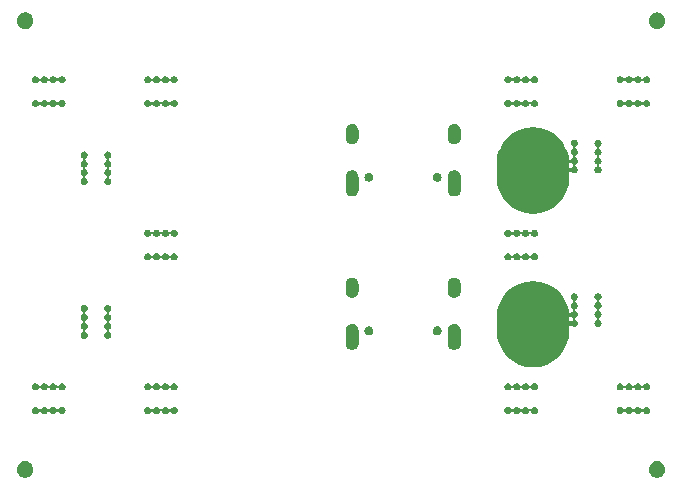
<source format=gbr>
G04 #@! TF.GenerationSoftware,KiCad,Pcbnew,(5.1.4)-1*
G04 #@! TF.CreationDate,2021-03-22T03:04:18-07:00*
G04 #@! TF.ProjectId,dboard,64626f61-7264-42e6-9b69-6361645f7063,rev?*
G04 #@! TF.SameCoordinates,Original*
G04 #@! TF.FileFunction,Soldermask,Bot*
G04 #@! TF.FilePolarity,Negative*
%FSLAX46Y46*%
G04 Gerber Fmt 4.6, Leading zero omitted, Abs format (unit mm)*
G04 Created by KiCad (PCBNEW (5.1.4)-1) date 2021-03-22 03:04:18*
%MOMM*%
%LPD*%
G04 APERTURE LIST*
%ADD10C,0.100000*%
G04 APERTURE END LIST*
D10*
G36*
X21704473Y-30325938D02*
G01*
X21832049Y-30378782D01*
X21946859Y-30455495D01*
X22044505Y-30553141D01*
X22121218Y-30667951D01*
X22174062Y-30795527D01*
X22201000Y-30930956D01*
X22201000Y-31069044D01*
X22174062Y-31204473D01*
X22121218Y-31332049D01*
X22044505Y-31446859D01*
X21946859Y-31544505D01*
X21832049Y-31621218D01*
X21704473Y-31674062D01*
X21569044Y-31701000D01*
X21430956Y-31701000D01*
X21295527Y-31674062D01*
X21167951Y-31621218D01*
X21053141Y-31544505D01*
X20955495Y-31446859D01*
X20878782Y-31332049D01*
X20825938Y-31204473D01*
X20799000Y-31069044D01*
X20799000Y-30930956D01*
X20825938Y-30795527D01*
X20878782Y-30667951D01*
X20955495Y-30553141D01*
X21053141Y-30455495D01*
X21167951Y-30378782D01*
X21295527Y-30325938D01*
X21430956Y-30299000D01*
X21569044Y-30299000D01*
X21704473Y-30325938D01*
X21704473Y-30325938D01*
G37*
G36*
X-31795527Y-30325938D02*
G01*
X-31667951Y-30378782D01*
X-31553141Y-30455495D01*
X-31455495Y-30553141D01*
X-31378782Y-30667951D01*
X-31325938Y-30795527D01*
X-31299000Y-30930956D01*
X-31299000Y-31069044D01*
X-31325938Y-31204473D01*
X-31378782Y-31332049D01*
X-31455495Y-31446859D01*
X-31553141Y-31544505D01*
X-31667951Y-31621218D01*
X-31795527Y-31674062D01*
X-31930956Y-31701000D01*
X-32069044Y-31701000D01*
X-32204473Y-31674062D01*
X-32332049Y-31621218D01*
X-32446859Y-31544505D01*
X-32544505Y-31446859D01*
X-32621218Y-31332049D01*
X-32674062Y-31204473D01*
X-32701000Y-31069044D01*
X-32701000Y-30930956D01*
X-32674062Y-30795527D01*
X-32621218Y-30667951D01*
X-32544505Y-30553141D01*
X-32446859Y-30455495D01*
X-32332049Y-30378782D01*
X-32204473Y-30325938D01*
X-32069044Y-30299000D01*
X-31930956Y-30299000D01*
X-31795527Y-30325938D01*
X-31795527Y-30325938D01*
G37*
G36*
X-31037203Y-25710567D02*
G01*
X-30982425Y-25733257D01*
X-30982423Y-25733258D01*
X-30933124Y-25766198D01*
X-30891198Y-25808124D01*
X-30858258Y-25857423D01*
X-30853933Y-25863896D01*
X-30838388Y-25882838D01*
X-30819446Y-25898383D01*
X-30797835Y-25909934D01*
X-30774386Y-25917047D01*
X-30750000Y-25919449D01*
X-30725614Y-25917047D01*
X-30702165Y-25909934D01*
X-30680554Y-25898383D01*
X-30661612Y-25882838D01*
X-30646067Y-25863896D01*
X-30641742Y-25857423D01*
X-30608802Y-25808124D01*
X-30566876Y-25766198D01*
X-30517577Y-25733258D01*
X-30517575Y-25733257D01*
X-30462797Y-25710567D01*
X-30404647Y-25699000D01*
X-30345353Y-25699000D01*
X-30287203Y-25710567D01*
X-30232425Y-25733257D01*
X-30232423Y-25733258D01*
X-30183124Y-25766198D01*
X-30141198Y-25808124D01*
X-30108258Y-25857423D01*
X-30103933Y-25863896D01*
X-30088388Y-25882838D01*
X-30069446Y-25898383D01*
X-30047835Y-25909934D01*
X-30024386Y-25917047D01*
X-30000000Y-25919449D01*
X-29975614Y-25917047D01*
X-29952165Y-25909934D01*
X-29930554Y-25898383D01*
X-29911612Y-25882838D01*
X-29896067Y-25863896D01*
X-29891742Y-25857423D01*
X-29858802Y-25808124D01*
X-29816876Y-25766198D01*
X-29767577Y-25733258D01*
X-29767575Y-25733257D01*
X-29712797Y-25710567D01*
X-29654647Y-25699000D01*
X-29595353Y-25699000D01*
X-29537203Y-25710567D01*
X-29482425Y-25733257D01*
X-29482423Y-25733258D01*
X-29433124Y-25766198D01*
X-29391198Y-25808124D01*
X-29358258Y-25857423D01*
X-29353933Y-25863896D01*
X-29338388Y-25882838D01*
X-29319446Y-25898383D01*
X-29297835Y-25909934D01*
X-29274386Y-25917047D01*
X-29250000Y-25919449D01*
X-29225614Y-25917047D01*
X-29202165Y-25909934D01*
X-29180554Y-25898383D01*
X-29161612Y-25882838D01*
X-29146067Y-25863896D01*
X-29141742Y-25857423D01*
X-29108802Y-25808124D01*
X-29066876Y-25766198D01*
X-29017577Y-25733258D01*
X-29017575Y-25733257D01*
X-28962797Y-25710567D01*
X-28904647Y-25699000D01*
X-28845353Y-25699000D01*
X-28787203Y-25710567D01*
X-28732425Y-25733257D01*
X-28732423Y-25733258D01*
X-28683124Y-25766198D01*
X-28641198Y-25808124D01*
X-28608258Y-25857423D01*
X-28608257Y-25857425D01*
X-28585567Y-25912203D01*
X-28574000Y-25970353D01*
X-28574000Y-26029647D01*
X-28585567Y-26087797D01*
X-28605577Y-26136104D01*
X-28608258Y-26142577D01*
X-28641198Y-26191876D01*
X-28683124Y-26233802D01*
X-28732423Y-26266742D01*
X-28732424Y-26266743D01*
X-28732425Y-26266743D01*
X-28787203Y-26289433D01*
X-28845353Y-26301000D01*
X-28904647Y-26301000D01*
X-28962797Y-26289433D01*
X-29017575Y-26266743D01*
X-29017576Y-26266743D01*
X-29017577Y-26266742D01*
X-29066876Y-26233802D01*
X-29108802Y-26191876D01*
X-29141742Y-26142577D01*
X-29141743Y-26142575D01*
X-29146067Y-26136104D01*
X-29161612Y-26117162D01*
X-29180554Y-26101617D01*
X-29202165Y-26090066D01*
X-29225614Y-26082953D01*
X-29250000Y-26080551D01*
X-29274386Y-26082953D01*
X-29297835Y-26090066D01*
X-29319446Y-26101617D01*
X-29338388Y-26117162D01*
X-29353933Y-26136104D01*
X-29358257Y-26142575D01*
X-29358258Y-26142577D01*
X-29391198Y-26191876D01*
X-29433124Y-26233802D01*
X-29482423Y-26266742D01*
X-29482424Y-26266743D01*
X-29482425Y-26266743D01*
X-29537203Y-26289433D01*
X-29595353Y-26301000D01*
X-29654647Y-26301000D01*
X-29712797Y-26289433D01*
X-29767575Y-26266743D01*
X-29767576Y-26266743D01*
X-29767577Y-26266742D01*
X-29816876Y-26233802D01*
X-29858802Y-26191876D01*
X-29891742Y-26142577D01*
X-29891743Y-26142575D01*
X-29896067Y-26136104D01*
X-29911612Y-26117162D01*
X-29930554Y-26101617D01*
X-29952165Y-26090066D01*
X-29975614Y-26082953D01*
X-30000000Y-26080551D01*
X-30024386Y-26082953D01*
X-30047835Y-26090066D01*
X-30069446Y-26101617D01*
X-30088388Y-26117162D01*
X-30103933Y-26136104D01*
X-30108257Y-26142575D01*
X-30108258Y-26142577D01*
X-30141198Y-26191876D01*
X-30183124Y-26233802D01*
X-30232423Y-26266742D01*
X-30232424Y-26266743D01*
X-30232425Y-26266743D01*
X-30287203Y-26289433D01*
X-30345353Y-26301000D01*
X-30404647Y-26301000D01*
X-30462797Y-26289433D01*
X-30517575Y-26266743D01*
X-30517576Y-26266743D01*
X-30517577Y-26266742D01*
X-30566876Y-26233802D01*
X-30608802Y-26191876D01*
X-30641742Y-26142577D01*
X-30641743Y-26142575D01*
X-30646067Y-26136104D01*
X-30661612Y-26117162D01*
X-30680554Y-26101617D01*
X-30702165Y-26090066D01*
X-30725614Y-26082953D01*
X-30750000Y-26080551D01*
X-30774386Y-26082953D01*
X-30797835Y-26090066D01*
X-30819446Y-26101617D01*
X-30838388Y-26117162D01*
X-30853933Y-26136104D01*
X-30858257Y-26142575D01*
X-30858258Y-26142577D01*
X-30891198Y-26191876D01*
X-30933124Y-26233802D01*
X-30982423Y-26266742D01*
X-30982424Y-26266743D01*
X-30982425Y-26266743D01*
X-31037203Y-26289433D01*
X-31095353Y-26301000D01*
X-31154647Y-26301000D01*
X-31212797Y-26289433D01*
X-31267575Y-26266743D01*
X-31267576Y-26266743D01*
X-31267577Y-26266742D01*
X-31316876Y-26233802D01*
X-31358802Y-26191876D01*
X-31391742Y-26142577D01*
X-31394423Y-26136104D01*
X-31414433Y-26087797D01*
X-31426000Y-26029647D01*
X-31426000Y-25970353D01*
X-31414433Y-25912203D01*
X-31391743Y-25857425D01*
X-31391742Y-25857423D01*
X-31358802Y-25808124D01*
X-31316876Y-25766198D01*
X-31267577Y-25733258D01*
X-31267575Y-25733257D01*
X-31212797Y-25710567D01*
X-31154647Y-25699000D01*
X-31095353Y-25699000D01*
X-31037203Y-25710567D01*
X-31037203Y-25710567D01*
G37*
G36*
X-21537203Y-25710567D02*
G01*
X-21482425Y-25733257D01*
X-21482423Y-25733258D01*
X-21433124Y-25766198D01*
X-21391198Y-25808124D01*
X-21358258Y-25857423D01*
X-21353933Y-25863896D01*
X-21338388Y-25882838D01*
X-21319446Y-25898383D01*
X-21297835Y-25909934D01*
X-21274386Y-25917047D01*
X-21250000Y-25919449D01*
X-21225614Y-25917047D01*
X-21202165Y-25909934D01*
X-21180554Y-25898383D01*
X-21161612Y-25882838D01*
X-21146067Y-25863896D01*
X-21141742Y-25857423D01*
X-21108802Y-25808124D01*
X-21066876Y-25766198D01*
X-21017577Y-25733258D01*
X-21017575Y-25733257D01*
X-20962797Y-25710567D01*
X-20904647Y-25699000D01*
X-20845353Y-25699000D01*
X-20787203Y-25710567D01*
X-20732425Y-25733257D01*
X-20732423Y-25733258D01*
X-20683124Y-25766198D01*
X-20641198Y-25808124D01*
X-20608258Y-25857423D01*
X-20603933Y-25863896D01*
X-20588388Y-25882838D01*
X-20569446Y-25898383D01*
X-20547835Y-25909934D01*
X-20524386Y-25917047D01*
X-20500000Y-25919449D01*
X-20475614Y-25917047D01*
X-20452165Y-25909934D01*
X-20430554Y-25898383D01*
X-20411612Y-25882838D01*
X-20396067Y-25863896D01*
X-20391742Y-25857423D01*
X-20358802Y-25808124D01*
X-20316876Y-25766198D01*
X-20267577Y-25733258D01*
X-20267575Y-25733257D01*
X-20212797Y-25710567D01*
X-20154647Y-25699000D01*
X-20095353Y-25699000D01*
X-20037203Y-25710567D01*
X-19982425Y-25733257D01*
X-19982423Y-25733258D01*
X-19933124Y-25766198D01*
X-19891198Y-25808124D01*
X-19858258Y-25857423D01*
X-19853933Y-25863896D01*
X-19838388Y-25882838D01*
X-19819446Y-25898383D01*
X-19797835Y-25909934D01*
X-19774386Y-25917047D01*
X-19750000Y-25919449D01*
X-19725614Y-25917047D01*
X-19702165Y-25909934D01*
X-19680554Y-25898383D01*
X-19661612Y-25882838D01*
X-19646067Y-25863896D01*
X-19641742Y-25857423D01*
X-19608802Y-25808124D01*
X-19566876Y-25766198D01*
X-19517577Y-25733258D01*
X-19517575Y-25733257D01*
X-19462797Y-25710567D01*
X-19404647Y-25699000D01*
X-19345353Y-25699000D01*
X-19287203Y-25710567D01*
X-19232425Y-25733257D01*
X-19232423Y-25733258D01*
X-19183124Y-25766198D01*
X-19141198Y-25808124D01*
X-19108258Y-25857423D01*
X-19108257Y-25857425D01*
X-19085567Y-25912203D01*
X-19074000Y-25970353D01*
X-19074000Y-26029647D01*
X-19085567Y-26087797D01*
X-19105577Y-26136104D01*
X-19108258Y-26142577D01*
X-19141198Y-26191876D01*
X-19183124Y-26233802D01*
X-19232423Y-26266742D01*
X-19232424Y-26266743D01*
X-19232425Y-26266743D01*
X-19287203Y-26289433D01*
X-19345353Y-26301000D01*
X-19404647Y-26301000D01*
X-19462797Y-26289433D01*
X-19517575Y-26266743D01*
X-19517576Y-26266743D01*
X-19517577Y-26266742D01*
X-19566876Y-26233802D01*
X-19608802Y-26191876D01*
X-19641742Y-26142577D01*
X-19641743Y-26142575D01*
X-19646067Y-26136104D01*
X-19661612Y-26117162D01*
X-19680554Y-26101617D01*
X-19702165Y-26090066D01*
X-19725614Y-26082953D01*
X-19750000Y-26080551D01*
X-19774386Y-26082953D01*
X-19797835Y-26090066D01*
X-19819446Y-26101617D01*
X-19838388Y-26117162D01*
X-19853933Y-26136104D01*
X-19858257Y-26142575D01*
X-19858258Y-26142577D01*
X-19891198Y-26191876D01*
X-19933124Y-26233802D01*
X-19982423Y-26266742D01*
X-19982424Y-26266743D01*
X-19982425Y-26266743D01*
X-20037203Y-26289433D01*
X-20095353Y-26301000D01*
X-20154647Y-26301000D01*
X-20212797Y-26289433D01*
X-20267575Y-26266743D01*
X-20267576Y-26266743D01*
X-20267577Y-26266742D01*
X-20316876Y-26233802D01*
X-20358802Y-26191876D01*
X-20391742Y-26142577D01*
X-20391743Y-26142575D01*
X-20396067Y-26136104D01*
X-20411612Y-26117162D01*
X-20430554Y-26101617D01*
X-20452165Y-26090066D01*
X-20475614Y-26082953D01*
X-20500000Y-26080551D01*
X-20524386Y-26082953D01*
X-20547835Y-26090066D01*
X-20569446Y-26101617D01*
X-20588388Y-26117162D01*
X-20603933Y-26136104D01*
X-20608257Y-26142575D01*
X-20608258Y-26142577D01*
X-20641198Y-26191876D01*
X-20683124Y-26233802D01*
X-20732423Y-26266742D01*
X-20732424Y-26266743D01*
X-20732425Y-26266743D01*
X-20787203Y-26289433D01*
X-20845353Y-26301000D01*
X-20904647Y-26301000D01*
X-20962797Y-26289433D01*
X-21017575Y-26266743D01*
X-21017576Y-26266743D01*
X-21017577Y-26266742D01*
X-21066876Y-26233802D01*
X-21108802Y-26191876D01*
X-21141742Y-26142577D01*
X-21141743Y-26142575D01*
X-21146067Y-26136104D01*
X-21161612Y-26117162D01*
X-21180554Y-26101617D01*
X-21202165Y-26090066D01*
X-21225614Y-26082953D01*
X-21250000Y-26080551D01*
X-21274386Y-26082953D01*
X-21297835Y-26090066D01*
X-21319446Y-26101617D01*
X-21338388Y-26117162D01*
X-21353933Y-26136104D01*
X-21358257Y-26142575D01*
X-21358258Y-26142577D01*
X-21391198Y-26191876D01*
X-21433124Y-26233802D01*
X-21482423Y-26266742D01*
X-21482424Y-26266743D01*
X-21482425Y-26266743D01*
X-21537203Y-26289433D01*
X-21595353Y-26301000D01*
X-21654647Y-26301000D01*
X-21712797Y-26289433D01*
X-21767575Y-26266743D01*
X-21767576Y-26266743D01*
X-21767577Y-26266742D01*
X-21816876Y-26233802D01*
X-21858802Y-26191876D01*
X-21891742Y-26142577D01*
X-21894423Y-26136104D01*
X-21914433Y-26087797D01*
X-21926000Y-26029647D01*
X-21926000Y-25970353D01*
X-21914433Y-25912203D01*
X-21891743Y-25857425D01*
X-21891742Y-25857423D01*
X-21858802Y-25808124D01*
X-21816876Y-25766198D01*
X-21767577Y-25733258D01*
X-21767575Y-25733257D01*
X-21712797Y-25710567D01*
X-21654647Y-25699000D01*
X-21595353Y-25699000D01*
X-21537203Y-25710567D01*
X-21537203Y-25710567D01*
G37*
G36*
X8962797Y-25710567D02*
G01*
X9017575Y-25733257D01*
X9017577Y-25733258D01*
X9066876Y-25766198D01*
X9108802Y-25808124D01*
X9141742Y-25857423D01*
X9146067Y-25863896D01*
X9161612Y-25882838D01*
X9180554Y-25898383D01*
X9202165Y-25909934D01*
X9225614Y-25917047D01*
X9250000Y-25919449D01*
X9274386Y-25917047D01*
X9297835Y-25909934D01*
X9319446Y-25898383D01*
X9338388Y-25882838D01*
X9353933Y-25863896D01*
X9358258Y-25857423D01*
X9391198Y-25808124D01*
X9433124Y-25766198D01*
X9482423Y-25733258D01*
X9482425Y-25733257D01*
X9537203Y-25710567D01*
X9595353Y-25699000D01*
X9654647Y-25699000D01*
X9712797Y-25710567D01*
X9767575Y-25733257D01*
X9767577Y-25733258D01*
X9816876Y-25766198D01*
X9858802Y-25808124D01*
X9891742Y-25857423D01*
X9896067Y-25863896D01*
X9911612Y-25882838D01*
X9930554Y-25898383D01*
X9952165Y-25909934D01*
X9975614Y-25917047D01*
X10000000Y-25919449D01*
X10024386Y-25917047D01*
X10047835Y-25909934D01*
X10069446Y-25898383D01*
X10088388Y-25882838D01*
X10103933Y-25863896D01*
X10108258Y-25857423D01*
X10141198Y-25808124D01*
X10183124Y-25766198D01*
X10232423Y-25733258D01*
X10232425Y-25733257D01*
X10287203Y-25710567D01*
X10345353Y-25699000D01*
X10404647Y-25699000D01*
X10462797Y-25710567D01*
X10517575Y-25733257D01*
X10517577Y-25733258D01*
X10566876Y-25766198D01*
X10608802Y-25808124D01*
X10641742Y-25857423D01*
X10646067Y-25863896D01*
X10661612Y-25882838D01*
X10680554Y-25898383D01*
X10702165Y-25909934D01*
X10725614Y-25917047D01*
X10750000Y-25919449D01*
X10774386Y-25917047D01*
X10797835Y-25909934D01*
X10819446Y-25898383D01*
X10838388Y-25882838D01*
X10853933Y-25863896D01*
X10858258Y-25857423D01*
X10891198Y-25808124D01*
X10933124Y-25766198D01*
X10982423Y-25733258D01*
X10982425Y-25733257D01*
X11037203Y-25710567D01*
X11095353Y-25699000D01*
X11154647Y-25699000D01*
X11212797Y-25710567D01*
X11267575Y-25733257D01*
X11267577Y-25733258D01*
X11316876Y-25766198D01*
X11358802Y-25808124D01*
X11391742Y-25857423D01*
X11391743Y-25857425D01*
X11414433Y-25912203D01*
X11426000Y-25970353D01*
X11426000Y-26029647D01*
X11414433Y-26087797D01*
X11394423Y-26136104D01*
X11391742Y-26142577D01*
X11358802Y-26191876D01*
X11316876Y-26233802D01*
X11267577Y-26266742D01*
X11267576Y-26266743D01*
X11267575Y-26266743D01*
X11212797Y-26289433D01*
X11154647Y-26301000D01*
X11095353Y-26301000D01*
X11037203Y-26289433D01*
X10982425Y-26266743D01*
X10982424Y-26266743D01*
X10982423Y-26266742D01*
X10933124Y-26233802D01*
X10891198Y-26191876D01*
X10858258Y-26142577D01*
X10858257Y-26142575D01*
X10853933Y-26136104D01*
X10838388Y-26117162D01*
X10819446Y-26101617D01*
X10797835Y-26090066D01*
X10774386Y-26082953D01*
X10750000Y-26080551D01*
X10725614Y-26082953D01*
X10702165Y-26090066D01*
X10680554Y-26101617D01*
X10661612Y-26117162D01*
X10646067Y-26136104D01*
X10641743Y-26142575D01*
X10641742Y-26142577D01*
X10608802Y-26191876D01*
X10566876Y-26233802D01*
X10517577Y-26266742D01*
X10517576Y-26266743D01*
X10517575Y-26266743D01*
X10462797Y-26289433D01*
X10404647Y-26301000D01*
X10345353Y-26301000D01*
X10287203Y-26289433D01*
X10232425Y-26266743D01*
X10232424Y-26266743D01*
X10232423Y-26266742D01*
X10183124Y-26233802D01*
X10141198Y-26191876D01*
X10108258Y-26142577D01*
X10108257Y-26142575D01*
X10103933Y-26136104D01*
X10088388Y-26117162D01*
X10069446Y-26101617D01*
X10047835Y-26090066D01*
X10024386Y-26082953D01*
X10000000Y-26080551D01*
X9975614Y-26082953D01*
X9952165Y-26090066D01*
X9930554Y-26101617D01*
X9911612Y-26117162D01*
X9896067Y-26136104D01*
X9891743Y-26142575D01*
X9891742Y-26142577D01*
X9858802Y-26191876D01*
X9816876Y-26233802D01*
X9767577Y-26266742D01*
X9767576Y-26266743D01*
X9767575Y-26266743D01*
X9712797Y-26289433D01*
X9654647Y-26301000D01*
X9595353Y-26301000D01*
X9537203Y-26289433D01*
X9482425Y-26266743D01*
X9482424Y-26266743D01*
X9482423Y-26266742D01*
X9433124Y-26233802D01*
X9391198Y-26191876D01*
X9358258Y-26142577D01*
X9358257Y-26142575D01*
X9353933Y-26136104D01*
X9338388Y-26117162D01*
X9319446Y-26101617D01*
X9297835Y-26090066D01*
X9274386Y-26082953D01*
X9250000Y-26080551D01*
X9225614Y-26082953D01*
X9202165Y-26090066D01*
X9180554Y-26101617D01*
X9161612Y-26117162D01*
X9146067Y-26136104D01*
X9141743Y-26142575D01*
X9141742Y-26142577D01*
X9108802Y-26191876D01*
X9066876Y-26233802D01*
X9017577Y-26266742D01*
X9017576Y-26266743D01*
X9017575Y-26266743D01*
X8962797Y-26289433D01*
X8904647Y-26301000D01*
X8845353Y-26301000D01*
X8787203Y-26289433D01*
X8732425Y-26266743D01*
X8732424Y-26266743D01*
X8732423Y-26266742D01*
X8683124Y-26233802D01*
X8641198Y-26191876D01*
X8608258Y-26142577D01*
X8605577Y-26136104D01*
X8585567Y-26087797D01*
X8574000Y-26029647D01*
X8574000Y-25970353D01*
X8585567Y-25912203D01*
X8608257Y-25857425D01*
X8608258Y-25857423D01*
X8641198Y-25808124D01*
X8683124Y-25766198D01*
X8732423Y-25733258D01*
X8732425Y-25733257D01*
X8787203Y-25710567D01*
X8845353Y-25699000D01*
X8904647Y-25699000D01*
X8962797Y-25710567D01*
X8962797Y-25710567D01*
G37*
G36*
X18462797Y-25710567D02*
G01*
X18517575Y-25733257D01*
X18517577Y-25733258D01*
X18566876Y-25766198D01*
X18608802Y-25808124D01*
X18641742Y-25857423D01*
X18646067Y-25863896D01*
X18661612Y-25882838D01*
X18680554Y-25898383D01*
X18702165Y-25909934D01*
X18725614Y-25917047D01*
X18750000Y-25919449D01*
X18774386Y-25917047D01*
X18797835Y-25909934D01*
X18819446Y-25898383D01*
X18838388Y-25882838D01*
X18853933Y-25863896D01*
X18858258Y-25857423D01*
X18891198Y-25808124D01*
X18933124Y-25766198D01*
X18982423Y-25733258D01*
X18982425Y-25733257D01*
X19037203Y-25710567D01*
X19095353Y-25699000D01*
X19154647Y-25699000D01*
X19212797Y-25710567D01*
X19267575Y-25733257D01*
X19267577Y-25733258D01*
X19316876Y-25766198D01*
X19358802Y-25808124D01*
X19391742Y-25857423D01*
X19396067Y-25863896D01*
X19411612Y-25882838D01*
X19430554Y-25898383D01*
X19452165Y-25909934D01*
X19475614Y-25917047D01*
X19500000Y-25919449D01*
X19524386Y-25917047D01*
X19547835Y-25909934D01*
X19569446Y-25898383D01*
X19588388Y-25882838D01*
X19603933Y-25863896D01*
X19608258Y-25857423D01*
X19641198Y-25808124D01*
X19683124Y-25766198D01*
X19732423Y-25733258D01*
X19732425Y-25733257D01*
X19787203Y-25710567D01*
X19845353Y-25699000D01*
X19904647Y-25699000D01*
X19962797Y-25710567D01*
X20017575Y-25733257D01*
X20017577Y-25733258D01*
X20066876Y-25766198D01*
X20108802Y-25808124D01*
X20141742Y-25857423D01*
X20146067Y-25863896D01*
X20161612Y-25882838D01*
X20180554Y-25898383D01*
X20202165Y-25909934D01*
X20225614Y-25917047D01*
X20250000Y-25919449D01*
X20274386Y-25917047D01*
X20297835Y-25909934D01*
X20319446Y-25898383D01*
X20338388Y-25882838D01*
X20353933Y-25863896D01*
X20358258Y-25857423D01*
X20391198Y-25808124D01*
X20433124Y-25766198D01*
X20482423Y-25733258D01*
X20482425Y-25733257D01*
X20537203Y-25710567D01*
X20595353Y-25699000D01*
X20654647Y-25699000D01*
X20712797Y-25710567D01*
X20767575Y-25733257D01*
X20767577Y-25733258D01*
X20816876Y-25766198D01*
X20858802Y-25808124D01*
X20891742Y-25857423D01*
X20891743Y-25857425D01*
X20914433Y-25912203D01*
X20926000Y-25970353D01*
X20926000Y-26029647D01*
X20914433Y-26087797D01*
X20894423Y-26136104D01*
X20891742Y-26142577D01*
X20858802Y-26191876D01*
X20816876Y-26233802D01*
X20767577Y-26266742D01*
X20767576Y-26266743D01*
X20767575Y-26266743D01*
X20712797Y-26289433D01*
X20654647Y-26301000D01*
X20595353Y-26301000D01*
X20537203Y-26289433D01*
X20482425Y-26266743D01*
X20482424Y-26266743D01*
X20482423Y-26266742D01*
X20433124Y-26233802D01*
X20391198Y-26191876D01*
X20358258Y-26142577D01*
X20358257Y-26142575D01*
X20353933Y-26136104D01*
X20338388Y-26117162D01*
X20319446Y-26101617D01*
X20297835Y-26090066D01*
X20274386Y-26082953D01*
X20250000Y-26080551D01*
X20225614Y-26082953D01*
X20202165Y-26090066D01*
X20180554Y-26101617D01*
X20161612Y-26117162D01*
X20146067Y-26136104D01*
X20141743Y-26142575D01*
X20141742Y-26142577D01*
X20108802Y-26191876D01*
X20066876Y-26233802D01*
X20017577Y-26266742D01*
X20017576Y-26266743D01*
X20017575Y-26266743D01*
X19962797Y-26289433D01*
X19904647Y-26301000D01*
X19845353Y-26301000D01*
X19787203Y-26289433D01*
X19732425Y-26266743D01*
X19732424Y-26266743D01*
X19732423Y-26266742D01*
X19683124Y-26233802D01*
X19641198Y-26191876D01*
X19608258Y-26142577D01*
X19608257Y-26142575D01*
X19603933Y-26136104D01*
X19588388Y-26117162D01*
X19569446Y-26101617D01*
X19547835Y-26090066D01*
X19524386Y-26082953D01*
X19500000Y-26080551D01*
X19475614Y-26082953D01*
X19452165Y-26090066D01*
X19430554Y-26101617D01*
X19411612Y-26117162D01*
X19396067Y-26136104D01*
X19391743Y-26142575D01*
X19391742Y-26142577D01*
X19358802Y-26191876D01*
X19316876Y-26233802D01*
X19267577Y-26266742D01*
X19267576Y-26266743D01*
X19267575Y-26266743D01*
X19212797Y-26289433D01*
X19154647Y-26301000D01*
X19095353Y-26301000D01*
X19037203Y-26289433D01*
X18982425Y-26266743D01*
X18982424Y-26266743D01*
X18982423Y-26266742D01*
X18933124Y-26233802D01*
X18891198Y-26191876D01*
X18858258Y-26142577D01*
X18858257Y-26142575D01*
X18853933Y-26136104D01*
X18838388Y-26117162D01*
X18819446Y-26101617D01*
X18797835Y-26090066D01*
X18774386Y-26082953D01*
X18750000Y-26080551D01*
X18725614Y-26082953D01*
X18702165Y-26090066D01*
X18680554Y-26101617D01*
X18661612Y-26117162D01*
X18646067Y-26136104D01*
X18641743Y-26142575D01*
X18641742Y-26142577D01*
X18608802Y-26191876D01*
X18566876Y-26233802D01*
X18517577Y-26266742D01*
X18517576Y-26266743D01*
X18517575Y-26266743D01*
X18462797Y-26289433D01*
X18404647Y-26301000D01*
X18345353Y-26301000D01*
X18287203Y-26289433D01*
X18232425Y-26266743D01*
X18232424Y-26266743D01*
X18232423Y-26266742D01*
X18183124Y-26233802D01*
X18141198Y-26191876D01*
X18108258Y-26142577D01*
X18105577Y-26136104D01*
X18085567Y-26087797D01*
X18074000Y-26029647D01*
X18074000Y-25970353D01*
X18085567Y-25912203D01*
X18108257Y-25857425D01*
X18108258Y-25857423D01*
X18141198Y-25808124D01*
X18183124Y-25766198D01*
X18232423Y-25733258D01*
X18232425Y-25733257D01*
X18287203Y-25710567D01*
X18345353Y-25699000D01*
X18404647Y-25699000D01*
X18462797Y-25710567D01*
X18462797Y-25710567D01*
G37*
G36*
X-31037203Y-23710567D02*
G01*
X-30982425Y-23733257D01*
X-30982423Y-23733258D01*
X-30933124Y-23766198D01*
X-30891198Y-23808124D01*
X-30858258Y-23857423D01*
X-30853933Y-23863896D01*
X-30838388Y-23882838D01*
X-30819446Y-23898383D01*
X-30797835Y-23909934D01*
X-30774386Y-23917047D01*
X-30750000Y-23919449D01*
X-30725614Y-23917047D01*
X-30702165Y-23909934D01*
X-30680554Y-23898383D01*
X-30661612Y-23882838D01*
X-30646067Y-23863896D01*
X-30641742Y-23857423D01*
X-30608802Y-23808124D01*
X-30566876Y-23766198D01*
X-30517577Y-23733258D01*
X-30517575Y-23733257D01*
X-30462797Y-23710567D01*
X-30404647Y-23699000D01*
X-30345353Y-23699000D01*
X-30287203Y-23710567D01*
X-30232425Y-23733257D01*
X-30232423Y-23733258D01*
X-30183124Y-23766198D01*
X-30141198Y-23808124D01*
X-30108258Y-23857423D01*
X-30103933Y-23863896D01*
X-30088388Y-23882838D01*
X-30069446Y-23898383D01*
X-30047835Y-23909934D01*
X-30024386Y-23917047D01*
X-30000000Y-23919449D01*
X-29975614Y-23917047D01*
X-29952165Y-23909934D01*
X-29930554Y-23898383D01*
X-29911612Y-23882838D01*
X-29896067Y-23863896D01*
X-29891742Y-23857423D01*
X-29858802Y-23808124D01*
X-29816876Y-23766198D01*
X-29767577Y-23733258D01*
X-29767575Y-23733257D01*
X-29712797Y-23710567D01*
X-29654647Y-23699000D01*
X-29595353Y-23699000D01*
X-29537203Y-23710567D01*
X-29482425Y-23733257D01*
X-29482423Y-23733258D01*
X-29433124Y-23766198D01*
X-29391198Y-23808124D01*
X-29358258Y-23857423D01*
X-29353933Y-23863896D01*
X-29338388Y-23882838D01*
X-29319446Y-23898383D01*
X-29297835Y-23909934D01*
X-29274386Y-23917047D01*
X-29250000Y-23919449D01*
X-29225614Y-23917047D01*
X-29202165Y-23909934D01*
X-29180554Y-23898383D01*
X-29161612Y-23882838D01*
X-29146067Y-23863896D01*
X-29141742Y-23857423D01*
X-29108802Y-23808124D01*
X-29066876Y-23766198D01*
X-29017577Y-23733258D01*
X-29017575Y-23733257D01*
X-28962797Y-23710567D01*
X-28904647Y-23699000D01*
X-28845353Y-23699000D01*
X-28787203Y-23710567D01*
X-28732425Y-23733257D01*
X-28732423Y-23733258D01*
X-28683124Y-23766198D01*
X-28641198Y-23808124D01*
X-28608258Y-23857423D01*
X-28608257Y-23857425D01*
X-28585567Y-23912203D01*
X-28574000Y-23970353D01*
X-28574000Y-24029647D01*
X-28585567Y-24087797D01*
X-28605577Y-24136104D01*
X-28608258Y-24142577D01*
X-28641198Y-24191876D01*
X-28683124Y-24233802D01*
X-28732423Y-24266742D01*
X-28732424Y-24266743D01*
X-28732425Y-24266743D01*
X-28787203Y-24289433D01*
X-28845353Y-24301000D01*
X-28904647Y-24301000D01*
X-28962797Y-24289433D01*
X-29017575Y-24266743D01*
X-29017576Y-24266743D01*
X-29017577Y-24266742D01*
X-29066876Y-24233802D01*
X-29108802Y-24191876D01*
X-29141742Y-24142577D01*
X-29141743Y-24142575D01*
X-29146067Y-24136104D01*
X-29161612Y-24117162D01*
X-29180554Y-24101617D01*
X-29202165Y-24090066D01*
X-29225614Y-24082953D01*
X-29250000Y-24080551D01*
X-29274386Y-24082953D01*
X-29297835Y-24090066D01*
X-29319446Y-24101617D01*
X-29338388Y-24117162D01*
X-29353933Y-24136104D01*
X-29358257Y-24142575D01*
X-29358258Y-24142577D01*
X-29391198Y-24191876D01*
X-29433124Y-24233802D01*
X-29482423Y-24266742D01*
X-29482424Y-24266743D01*
X-29482425Y-24266743D01*
X-29537203Y-24289433D01*
X-29595353Y-24301000D01*
X-29654647Y-24301000D01*
X-29712797Y-24289433D01*
X-29767575Y-24266743D01*
X-29767576Y-24266743D01*
X-29767577Y-24266742D01*
X-29816876Y-24233802D01*
X-29858802Y-24191876D01*
X-29891742Y-24142577D01*
X-29891743Y-24142575D01*
X-29896067Y-24136104D01*
X-29911612Y-24117162D01*
X-29930554Y-24101617D01*
X-29952165Y-24090066D01*
X-29975614Y-24082953D01*
X-30000000Y-24080551D01*
X-30024386Y-24082953D01*
X-30047835Y-24090066D01*
X-30069446Y-24101617D01*
X-30088388Y-24117162D01*
X-30103933Y-24136104D01*
X-30108257Y-24142575D01*
X-30108258Y-24142577D01*
X-30141198Y-24191876D01*
X-30183124Y-24233802D01*
X-30232423Y-24266742D01*
X-30232424Y-24266743D01*
X-30232425Y-24266743D01*
X-30287203Y-24289433D01*
X-30345353Y-24301000D01*
X-30404647Y-24301000D01*
X-30462797Y-24289433D01*
X-30517575Y-24266743D01*
X-30517576Y-24266743D01*
X-30517577Y-24266742D01*
X-30566876Y-24233802D01*
X-30608802Y-24191876D01*
X-30641742Y-24142577D01*
X-30641743Y-24142575D01*
X-30646067Y-24136104D01*
X-30661612Y-24117162D01*
X-30680554Y-24101617D01*
X-30702165Y-24090066D01*
X-30725614Y-24082953D01*
X-30750000Y-24080551D01*
X-30774386Y-24082953D01*
X-30797835Y-24090066D01*
X-30819446Y-24101617D01*
X-30838388Y-24117162D01*
X-30853933Y-24136104D01*
X-30858257Y-24142575D01*
X-30858258Y-24142577D01*
X-30891198Y-24191876D01*
X-30933124Y-24233802D01*
X-30982423Y-24266742D01*
X-30982424Y-24266743D01*
X-30982425Y-24266743D01*
X-31037203Y-24289433D01*
X-31095353Y-24301000D01*
X-31154647Y-24301000D01*
X-31212797Y-24289433D01*
X-31267575Y-24266743D01*
X-31267576Y-24266743D01*
X-31267577Y-24266742D01*
X-31316876Y-24233802D01*
X-31358802Y-24191876D01*
X-31391742Y-24142577D01*
X-31394423Y-24136104D01*
X-31414433Y-24087797D01*
X-31426000Y-24029647D01*
X-31426000Y-23970353D01*
X-31414433Y-23912203D01*
X-31391743Y-23857425D01*
X-31391742Y-23857423D01*
X-31358802Y-23808124D01*
X-31316876Y-23766198D01*
X-31267577Y-23733258D01*
X-31267575Y-23733257D01*
X-31212797Y-23710567D01*
X-31154647Y-23699000D01*
X-31095353Y-23699000D01*
X-31037203Y-23710567D01*
X-31037203Y-23710567D01*
G37*
G36*
X-21537203Y-23710567D02*
G01*
X-21482425Y-23733257D01*
X-21482423Y-23733258D01*
X-21433124Y-23766198D01*
X-21391198Y-23808124D01*
X-21358258Y-23857423D01*
X-21353933Y-23863896D01*
X-21338388Y-23882838D01*
X-21319446Y-23898383D01*
X-21297835Y-23909934D01*
X-21274386Y-23917047D01*
X-21250000Y-23919449D01*
X-21225614Y-23917047D01*
X-21202165Y-23909934D01*
X-21180554Y-23898383D01*
X-21161612Y-23882838D01*
X-21146067Y-23863896D01*
X-21141742Y-23857423D01*
X-21108802Y-23808124D01*
X-21066876Y-23766198D01*
X-21017577Y-23733258D01*
X-21017575Y-23733257D01*
X-20962797Y-23710567D01*
X-20904647Y-23699000D01*
X-20845353Y-23699000D01*
X-20787203Y-23710567D01*
X-20732425Y-23733257D01*
X-20732423Y-23733258D01*
X-20683124Y-23766198D01*
X-20641198Y-23808124D01*
X-20608258Y-23857423D01*
X-20603933Y-23863896D01*
X-20588388Y-23882838D01*
X-20569446Y-23898383D01*
X-20547835Y-23909934D01*
X-20524386Y-23917047D01*
X-20500000Y-23919449D01*
X-20475614Y-23917047D01*
X-20452165Y-23909934D01*
X-20430554Y-23898383D01*
X-20411612Y-23882838D01*
X-20396067Y-23863896D01*
X-20391742Y-23857423D01*
X-20358802Y-23808124D01*
X-20316876Y-23766198D01*
X-20267577Y-23733258D01*
X-20267575Y-23733257D01*
X-20212797Y-23710567D01*
X-20154647Y-23699000D01*
X-20095353Y-23699000D01*
X-20037203Y-23710567D01*
X-19982425Y-23733257D01*
X-19982423Y-23733258D01*
X-19933124Y-23766198D01*
X-19891198Y-23808124D01*
X-19858258Y-23857423D01*
X-19853933Y-23863896D01*
X-19838388Y-23882838D01*
X-19819446Y-23898383D01*
X-19797835Y-23909934D01*
X-19774386Y-23917047D01*
X-19750000Y-23919449D01*
X-19725614Y-23917047D01*
X-19702165Y-23909934D01*
X-19680554Y-23898383D01*
X-19661612Y-23882838D01*
X-19646067Y-23863896D01*
X-19641742Y-23857423D01*
X-19608802Y-23808124D01*
X-19566876Y-23766198D01*
X-19517577Y-23733258D01*
X-19517575Y-23733257D01*
X-19462797Y-23710567D01*
X-19404647Y-23699000D01*
X-19345353Y-23699000D01*
X-19287203Y-23710567D01*
X-19232425Y-23733257D01*
X-19232423Y-23733258D01*
X-19183124Y-23766198D01*
X-19141198Y-23808124D01*
X-19108258Y-23857423D01*
X-19108257Y-23857425D01*
X-19085567Y-23912203D01*
X-19074000Y-23970353D01*
X-19074000Y-24029647D01*
X-19085567Y-24087797D01*
X-19105577Y-24136104D01*
X-19108258Y-24142577D01*
X-19141198Y-24191876D01*
X-19183124Y-24233802D01*
X-19232423Y-24266742D01*
X-19232424Y-24266743D01*
X-19232425Y-24266743D01*
X-19287203Y-24289433D01*
X-19345353Y-24301000D01*
X-19404647Y-24301000D01*
X-19462797Y-24289433D01*
X-19517575Y-24266743D01*
X-19517576Y-24266743D01*
X-19517577Y-24266742D01*
X-19566876Y-24233802D01*
X-19608802Y-24191876D01*
X-19641742Y-24142577D01*
X-19641743Y-24142575D01*
X-19646067Y-24136104D01*
X-19661612Y-24117162D01*
X-19680554Y-24101617D01*
X-19702165Y-24090066D01*
X-19725614Y-24082953D01*
X-19750000Y-24080551D01*
X-19774386Y-24082953D01*
X-19797835Y-24090066D01*
X-19819446Y-24101617D01*
X-19838388Y-24117162D01*
X-19853933Y-24136104D01*
X-19858257Y-24142575D01*
X-19858258Y-24142577D01*
X-19891198Y-24191876D01*
X-19933124Y-24233802D01*
X-19982423Y-24266742D01*
X-19982424Y-24266743D01*
X-19982425Y-24266743D01*
X-20037203Y-24289433D01*
X-20095353Y-24301000D01*
X-20154647Y-24301000D01*
X-20212797Y-24289433D01*
X-20267575Y-24266743D01*
X-20267576Y-24266743D01*
X-20267577Y-24266742D01*
X-20316876Y-24233802D01*
X-20358802Y-24191876D01*
X-20391742Y-24142577D01*
X-20391743Y-24142575D01*
X-20396067Y-24136104D01*
X-20411612Y-24117162D01*
X-20430554Y-24101617D01*
X-20452165Y-24090066D01*
X-20475614Y-24082953D01*
X-20500000Y-24080551D01*
X-20524386Y-24082953D01*
X-20547835Y-24090066D01*
X-20569446Y-24101617D01*
X-20588388Y-24117162D01*
X-20603933Y-24136104D01*
X-20608257Y-24142575D01*
X-20608258Y-24142577D01*
X-20641198Y-24191876D01*
X-20683124Y-24233802D01*
X-20732423Y-24266742D01*
X-20732424Y-24266743D01*
X-20732425Y-24266743D01*
X-20787203Y-24289433D01*
X-20845353Y-24301000D01*
X-20904647Y-24301000D01*
X-20962797Y-24289433D01*
X-21017575Y-24266743D01*
X-21017576Y-24266743D01*
X-21017577Y-24266742D01*
X-21066876Y-24233802D01*
X-21108802Y-24191876D01*
X-21141742Y-24142577D01*
X-21141743Y-24142575D01*
X-21146067Y-24136104D01*
X-21161612Y-24117162D01*
X-21180554Y-24101617D01*
X-21202165Y-24090066D01*
X-21225614Y-24082953D01*
X-21250000Y-24080551D01*
X-21274386Y-24082953D01*
X-21297835Y-24090066D01*
X-21319446Y-24101617D01*
X-21338388Y-24117162D01*
X-21353933Y-24136104D01*
X-21358257Y-24142575D01*
X-21358258Y-24142577D01*
X-21391198Y-24191876D01*
X-21433124Y-24233802D01*
X-21482423Y-24266742D01*
X-21482424Y-24266743D01*
X-21482425Y-24266743D01*
X-21537203Y-24289433D01*
X-21595353Y-24301000D01*
X-21654647Y-24301000D01*
X-21712797Y-24289433D01*
X-21767575Y-24266743D01*
X-21767576Y-24266743D01*
X-21767577Y-24266742D01*
X-21816876Y-24233802D01*
X-21858802Y-24191876D01*
X-21891742Y-24142577D01*
X-21894423Y-24136104D01*
X-21914433Y-24087797D01*
X-21926000Y-24029647D01*
X-21926000Y-23970353D01*
X-21914433Y-23912203D01*
X-21891743Y-23857425D01*
X-21891742Y-23857423D01*
X-21858802Y-23808124D01*
X-21816876Y-23766198D01*
X-21767577Y-23733258D01*
X-21767575Y-23733257D01*
X-21712797Y-23710567D01*
X-21654647Y-23699000D01*
X-21595353Y-23699000D01*
X-21537203Y-23710567D01*
X-21537203Y-23710567D01*
G37*
G36*
X18462797Y-23710567D02*
G01*
X18517575Y-23733257D01*
X18517577Y-23733258D01*
X18566876Y-23766198D01*
X18608802Y-23808124D01*
X18641742Y-23857423D01*
X18646067Y-23863896D01*
X18661612Y-23882838D01*
X18680554Y-23898383D01*
X18702165Y-23909934D01*
X18725614Y-23917047D01*
X18750000Y-23919449D01*
X18774386Y-23917047D01*
X18797835Y-23909934D01*
X18819446Y-23898383D01*
X18838388Y-23882838D01*
X18853933Y-23863896D01*
X18858258Y-23857423D01*
X18891198Y-23808124D01*
X18933124Y-23766198D01*
X18982423Y-23733258D01*
X18982425Y-23733257D01*
X19037203Y-23710567D01*
X19095353Y-23699000D01*
X19154647Y-23699000D01*
X19212797Y-23710567D01*
X19267575Y-23733257D01*
X19267577Y-23733258D01*
X19316876Y-23766198D01*
X19358802Y-23808124D01*
X19391742Y-23857423D01*
X19396067Y-23863896D01*
X19411612Y-23882838D01*
X19430554Y-23898383D01*
X19452165Y-23909934D01*
X19475614Y-23917047D01*
X19500000Y-23919449D01*
X19524386Y-23917047D01*
X19547835Y-23909934D01*
X19569446Y-23898383D01*
X19588388Y-23882838D01*
X19603933Y-23863896D01*
X19608258Y-23857423D01*
X19641198Y-23808124D01*
X19683124Y-23766198D01*
X19732423Y-23733258D01*
X19732425Y-23733257D01*
X19787203Y-23710567D01*
X19845353Y-23699000D01*
X19904647Y-23699000D01*
X19962797Y-23710567D01*
X20017575Y-23733257D01*
X20017577Y-23733258D01*
X20066876Y-23766198D01*
X20108802Y-23808124D01*
X20141742Y-23857423D01*
X20146067Y-23863896D01*
X20161612Y-23882838D01*
X20180554Y-23898383D01*
X20202165Y-23909934D01*
X20225614Y-23917047D01*
X20250000Y-23919449D01*
X20274386Y-23917047D01*
X20297835Y-23909934D01*
X20319446Y-23898383D01*
X20338388Y-23882838D01*
X20353933Y-23863896D01*
X20358258Y-23857423D01*
X20391198Y-23808124D01*
X20433124Y-23766198D01*
X20482423Y-23733258D01*
X20482425Y-23733257D01*
X20537203Y-23710567D01*
X20595353Y-23699000D01*
X20654647Y-23699000D01*
X20712797Y-23710567D01*
X20767575Y-23733257D01*
X20767577Y-23733258D01*
X20816876Y-23766198D01*
X20858802Y-23808124D01*
X20891742Y-23857423D01*
X20891743Y-23857425D01*
X20914433Y-23912203D01*
X20926000Y-23970353D01*
X20926000Y-24029647D01*
X20914433Y-24087797D01*
X20894423Y-24136104D01*
X20891742Y-24142577D01*
X20858802Y-24191876D01*
X20816876Y-24233802D01*
X20767577Y-24266742D01*
X20767576Y-24266743D01*
X20767575Y-24266743D01*
X20712797Y-24289433D01*
X20654647Y-24301000D01*
X20595353Y-24301000D01*
X20537203Y-24289433D01*
X20482425Y-24266743D01*
X20482424Y-24266743D01*
X20482423Y-24266742D01*
X20433124Y-24233802D01*
X20391198Y-24191876D01*
X20358258Y-24142577D01*
X20358257Y-24142575D01*
X20353933Y-24136104D01*
X20338388Y-24117162D01*
X20319446Y-24101617D01*
X20297835Y-24090066D01*
X20274386Y-24082953D01*
X20250000Y-24080551D01*
X20225614Y-24082953D01*
X20202165Y-24090066D01*
X20180554Y-24101617D01*
X20161612Y-24117162D01*
X20146067Y-24136104D01*
X20141743Y-24142575D01*
X20141742Y-24142577D01*
X20108802Y-24191876D01*
X20066876Y-24233802D01*
X20017577Y-24266742D01*
X20017576Y-24266743D01*
X20017575Y-24266743D01*
X19962797Y-24289433D01*
X19904647Y-24301000D01*
X19845353Y-24301000D01*
X19787203Y-24289433D01*
X19732425Y-24266743D01*
X19732424Y-24266743D01*
X19732423Y-24266742D01*
X19683124Y-24233802D01*
X19641198Y-24191876D01*
X19608258Y-24142577D01*
X19608257Y-24142575D01*
X19603933Y-24136104D01*
X19588388Y-24117162D01*
X19569446Y-24101617D01*
X19547835Y-24090066D01*
X19524386Y-24082953D01*
X19500000Y-24080551D01*
X19475614Y-24082953D01*
X19452165Y-24090066D01*
X19430554Y-24101617D01*
X19411612Y-24117162D01*
X19396067Y-24136104D01*
X19391743Y-24142575D01*
X19391742Y-24142577D01*
X19358802Y-24191876D01*
X19316876Y-24233802D01*
X19267577Y-24266742D01*
X19267576Y-24266743D01*
X19267575Y-24266743D01*
X19212797Y-24289433D01*
X19154647Y-24301000D01*
X19095353Y-24301000D01*
X19037203Y-24289433D01*
X18982425Y-24266743D01*
X18982424Y-24266743D01*
X18982423Y-24266742D01*
X18933124Y-24233802D01*
X18891198Y-24191876D01*
X18858258Y-24142577D01*
X18858257Y-24142575D01*
X18853933Y-24136104D01*
X18838388Y-24117162D01*
X18819446Y-24101617D01*
X18797835Y-24090066D01*
X18774386Y-24082953D01*
X18750000Y-24080551D01*
X18725614Y-24082953D01*
X18702165Y-24090066D01*
X18680554Y-24101617D01*
X18661612Y-24117162D01*
X18646067Y-24136104D01*
X18641743Y-24142575D01*
X18641742Y-24142577D01*
X18608802Y-24191876D01*
X18566876Y-24233802D01*
X18517577Y-24266742D01*
X18517576Y-24266743D01*
X18517575Y-24266743D01*
X18462797Y-24289433D01*
X18404647Y-24301000D01*
X18345353Y-24301000D01*
X18287203Y-24289433D01*
X18232425Y-24266743D01*
X18232424Y-24266743D01*
X18232423Y-24266742D01*
X18183124Y-24233802D01*
X18141198Y-24191876D01*
X18108258Y-24142577D01*
X18105577Y-24136104D01*
X18085567Y-24087797D01*
X18074000Y-24029647D01*
X18074000Y-23970353D01*
X18085567Y-23912203D01*
X18108257Y-23857425D01*
X18108258Y-23857423D01*
X18141198Y-23808124D01*
X18183124Y-23766198D01*
X18232423Y-23733258D01*
X18232425Y-23733257D01*
X18287203Y-23710567D01*
X18345353Y-23699000D01*
X18404647Y-23699000D01*
X18462797Y-23710567D01*
X18462797Y-23710567D01*
G37*
G36*
X8962797Y-23710567D02*
G01*
X9017575Y-23733257D01*
X9017577Y-23733258D01*
X9066876Y-23766198D01*
X9108802Y-23808124D01*
X9141742Y-23857423D01*
X9146067Y-23863896D01*
X9161612Y-23882838D01*
X9180554Y-23898383D01*
X9202165Y-23909934D01*
X9225614Y-23917047D01*
X9250000Y-23919449D01*
X9274386Y-23917047D01*
X9297835Y-23909934D01*
X9319446Y-23898383D01*
X9338388Y-23882838D01*
X9353933Y-23863896D01*
X9358258Y-23857423D01*
X9391198Y-23808124D01*
X9433124Y-23766198D01*
X9482423Y-23733258D01*
X9482425Y-23733257D01*
X9537203Y-23710567D01*
X9595353Y-23699000D01*
X9654647Y-23699000D01*
X9712797Y-23710567D01*
X9767575Y-23733257D01*
X9767577Y-23733258D01*
X9816876Y-23766198D01*
X9858802Y-23808124D01*
X9891742Y-23857423D01*
X9896067Y-23863896D01*
X9911612Y-23882838D01*
X9930554Y-23898383D01*
X9952165Y-23909934D01*
X9975614Y-23917047D01*
X10000000Y-23919449D01*
X10024386Y-23917047D01*
X10047835Y-23909934D01*
X10069446Y-23898383D01*
X10088388Y-23882838D01*
X10103933Y-23863896D01*
X10108258Y-23857423D01*
X10141198Y-23808124D01*
X10183124Y-23766198D01*
X10232423Y-23733258D01*
X10232425Y-23733257D01*
X10287203Y-23710567D01*
X10345353Y-23699000D01*
X10404647Y-23699000D01*
X10462797Y-23710567D01*
X10517575Y-23733257D01*
X10517577Y-23733258D01*
X10566876Y-23766198D01*
X10608802Y-23808124D01*
X10641742Y-23857423D01*
X10646067Y-23863896D01*
X10661612Y-23882838D01*
X10680554Y-23898383D01*
X10702165Y-23909934D01*
X10725614Y-23917047D01*
X10750000Y-23919449D01*
X10774386Y-23917047D01*
X10797835Y-23909934D01*
X10819446Y-23898383D01*
X10838388Y-23882838D01*
X10853933Y-23863896D01*
X10858258Y-23857423D01*
X10891198Y-23808124D01*
X10933124Y-23766198D01*
X10982423Y-23733258D01*
X10982425Y-23733257D01*
X11037203Y-23710567D01*
X11095353Y-23699000D01*
X11154647Y-23699000D01*
X11212797Y-23710567D01*
X11267575Y-23733257D01*
X11267577Y-23733258D01*
X11316876Y-23766198D01*
X11358802Y-23808124D01*
X11391742Y-23857423D01*
X11391743Y-23857425D01*
X11414433Y-23912203D01*
X11426000Y-23970353D01*
X11426000Y-24029647D01*
X11414433Y-24087797D01*
X11394423Y-24136104D01*
X11391742Y-24142577D01*
X11358802Y-24191876D01*
X11316876Y-24233802D01*
X11267577Y-24266742D01*
X11267576Y-24266743D01*
X11267575Y-24266743D01*
X11212797Y-24289433D01*
X11154647Y-24301000D01*
X11095353Y-24301000D01*
X11037203Y-24289433D01*
X10982425Y-24266743D01*
X10982424Y-24266743D01*
X10982423Y-24266742D01*
X10933124Y-24233802D01*
X10891198Y-24191876D01*
X10858258Y-24142577D01*
X10858257Y-24142575D01*
X10853933Y-24136104D01*
X10838388Y-24117162D01*
X10819446Y-24101617D01*
X10797835Y-24090066D01*
X10774386Y-24082953D01*
X10750000Y-24080551D01*
X10725614Y-24082953D01*
X10702165Y-24090066D01*
X10680554Y-24101617D01*
X10661612Y-24117162D01*
X10646067Y-24136104D01*
X10641743Y-24142575D01*
X10641742Y-24142577D01*
X10608802Y-24191876D01*
X10566876Y-24233802D01*
X10517577Y-24266742D01*
X10517576Y-24266743D01*
X10517575Y-24266743D01*
X10462797Y-24289433D01*
X10404647Y-24301000D01*
X10345353Y-24301000D01*
X10287203Y-24289433D01*
X10232425Y-24266743D01*
X10232424Y-24266743D01*
X10232423Y-24266742D01*
X10183124Y-24233802D01*
X10141198Y-24191876D01*
X10108258Y-24142577D01*
X10108257Y-24142575D01*
X10103933Y-24136104D01*
X10088388Y-24117162D01*
X10069446Y-24101617D01*
X10047835Y-24090066D01*
X10024386Y-24082953D01*
X10000000Y-24080551D01*
X9975614Y-24082953D01*
X9952165Y-24090066D01*
X9930554Y-24101617D01*
X9911612Y-24117162D01*
X9896067Y-24136104D01*
X9891743Y-24142575D01*
X9891742Y-24142577D01*
X9858802Y-24191876D01*
X9816876Y-24233802D01*
X9767577Y-24266742D01*
X9767576Y-24266743D01*
X9767575Y-24266743D01*
X9712797Y-24289433D01*
X9654647Y-24301000D01*
X9595353Y-24301000D01*
X9537203Y-24289433D01*
X9482425Y-24266743D01*
X9482424Y-24266743D01*
X9482423Y-24266742D01*
X9433124Y-24233802D01*
X9391198Y-24191876D01*
X9358258Y-24142577D01*
X9358257Y-24142575D01*
X9353933Y-24136104D01*
X9338388Y-24117162D01*
X9319446Y-24101617D01*
X9297835Y-24090066D01*
X9274386Y-24082953D01*
X9250000Y-24080551D01*
X9225614Y-24082953D01*
X9202165Y-24090066D01*
X9180554Y-24101617D01*
X9161612Y-24117162D01*
X9146067Y-24136104D01*
X9141743Y-24142575D01*
X9141742Y-24142577D01*
X9108802Y-24191876D01*
X9066876Y-24233802D01*
X9017577Y-24266742D01*
X9017576Y-24266743D01*
X9017575Y-24266743D01*
X8962797Y-24289433D01*
X8904647Y-24301000D01*
X8845353Y-24301000D01*
X8787203Y-24289433D01*
X8732425Y-24266743D01*
X8732424Y-24266743D01*
X8732423Y-24266742D01*
X8683124Y-24233802D01*
X8641198Y-24191876D01*
X8608258Y-24142577D01*
X8605577Y-24136104D01*
X8585567Y-24087797D01*
X8574000Y-24029647D01*
X8574000Y-23970353D01*
X8585567Y-23912203D01*
X8608257Y-23857425D01*
X8608258Y-23857423D01*
X8641198Y-23808124D01*
X8683124Y-23766198D01*
X8732423Y-23733258D01*
X8732425Y-23733257D01*
X8787203Y-23710567D01*
X8845353Y-23699000D01*
X8904647Y-23699000D01*
X8962797Y-23710567D01*
X8962797Y-23710567D01*
G37*
G36*
X11598098Y-15093145D02*
G01*
X12173218Y-15267606D01*
X12703244Y-15550911D01*
X13167822Y-15932178D01*
X13549089Y-16396755D01*
X13832394Y-16926781D01*
X13832394Y-16926782D01*
X13832395Y-16926784D01*
X13846708Y-16973968D01*
X14006855Y-17501901D01*
X14021486Y-17650449D01*
X14026267Y-17674483D01*
X14035644Y-17697121D01*
X14049258Y-17717496D01*
X14066585Y-17734823D01*
X14086959Y-17748436D01*
X14109598Y-17757814D01*
X14133631Y-17762594D01*
X14158135Y-17762594D01*
X14182169Y-17757813D01*
X14204807Y-17748436D01*
X14225182Y-17734822D01*
X14242509Y-17717495D01*
X14249806Y-17707657D01*
X14266198Y-17683124D01*
X14308124Y-17641198D01*
X14357423Y-17608258D01*
X14363896Y-17603933D01*
X14382838Y-17588388D01*
X14398383Y-17569446D01*
X14409934Y-17547835D01*
X14417047Y-17524386D01*
X14419449Y-17500000D01*
X14417047Y-17475614D01*
X14409934Y-17452165D01*
X14398383Y-17430554D01*
X14382838Y-17411612D01*
X14363896Y-17396067D01*
X14357423Y-17391742D01*
X14308124Y-17358802D01*
X14266198Y-17316876D01*
X14233258Y-17267577D01*
X14233257Y-17267575D01*
X14210567Y-17212797D01*
X14199000Y-17154647D01*
X14199000Y-17095353D01*
X14210567Y-17037203D01*
X14233257Y-16982425D01*
X14233258Y-16982423D01*
X14266198Y-16933124D01*
X14308124Y-16891198D01*
X14357423Y-16858258D01*
X14363896Y-16853933D01*
X14382838Y-16838388D01*
X14398383Y-16819446D01*
X14409934Y-16797835D01*
X14417047Y-16774386D01*
X14419449Y-16750000D01*
X14417047Y-16725614D01*
X14409934Y-16702165D01*
X14398383Y-16680554D01*
X14382838Y-16661612D01*
X14363896Y-16646067D01*
X14357423Y-16641742D01*
X14308124Y-16608802D01*
X14266198Y-16566876D01*
X14233258Y-16517577D01*
X14222706Y-16492102D01*
X14210567Y-16462797D01*
X14199000Y-16404647D01*
X14199000Y-16345353D01*
X14210567Y-16287203D01*
X14233257Y-16232425D01*
X14233258Y-16232423D01*
X14266198Y-16183124D01*
X14308124Y-16141198D01*
X14357423Y-16108258D01*
X14357425Y-16108257D01*
X14412203Y-16085567D01*
X14470353Y-16074000D01*
X14529647Y-16074000D01*
X14587797Y-16085567D01*
X14642575Y-16108257D01*
X14642577Y-16108258D01*
X14691876Y-16141198D01*
X14733802Y-16183124D01*
X14766742Y-16232423D01*
X14766743Y-16232425D01*
X14789433Y-16287203D01*
X14801000Y-16345353D01*
X14801000Y-16404647D01*
X14789433Y-16462797D01*
X14777294Y-16492102D01*
X14766742Y-16517577D01*
X14733802Y-16566876D01*
X14691876Y-16608802D01*
X14642577Y-16641742D01*
X14636104Y-16646067D01*
X14617162Y-16661612D01*
X14601617Y-16680554D01*
X14590066Y-16702165D01*
X14582953Y-16725614D01*
X14580551Y-16750000D01*
X14582953Y-16774386D01*
X14590066Y-16797835D01*
X14601617Y-16819446D01*
X14617162Y-16838388D01*
X14636104Y-16853933D01*
X14642577Y-16858258D01*
X14691876Y-16891198D01*
X14733802Y-16933124D01*
X14766742Y-16982423D01*
X14766743Y-16982425D01*
X14789433Y-17037203D01*
X14801000Y-17095353D01*
X14801000Y-17154647D01*
X14789433Y-17212797D01*
X14766743Y-17267575D01*
X14766742Y-17267577D01*
X14733802Y-17316876D01*
X14691876Y-17358802D01*
X14642577Y-17391742D01*
X14636104Y-17396067D01*
X14617162Y-17411612D01*
X14601617Y-17430554D01*
X14590066Y-17452165D01*
X14582953Y-17475614D01*
X14580551Y-17500000D01*
X14582953Y-17524386D01*
X14590066Y-17547835D01*
X14601617Y-17569446D01*
X14617162Y-17588388D01*
X14636104Y-17603933D01*
X14642577Y-17608258D01*
X14691876Y-17641198D01*
X14733802Y-17683124D01*
X14756768Y-17717496D01*
X14766743Y-17732425D01*
X14789433Y-17787203D01*
X14801000Y-17845353D01*
X14801000Y-17904647D01*
X14789433Y-17962797D01*
X14766743Y-18017575D01*
X14766742Y-18017577D01*
X14733802Y-18066876D01*
X14691876Y-18108802D01*
X14661548Y-18129066D01*
X14636104Y-18146067D01*
X14617162Y-18161612D01*
X14601617Y-18180554D01*
X14590066Y-18202165D01*
X14582953Y-18225614D01*
X14580551Y-18250000D01*
X14582953Y-18274386D01*
X14590066Y-18297835D01*
X14601617Y-18319446D01*
X14617162Y-18338388D01*
X14636104Y-18353933D01*
X14642577Y-18358258D01*
X14691876Y-18391198D01*
X14733802Y-18433124D01*
X14753117Y-18462032D01*
X14766743Y-18482425D01*
X14789433Y-18537203D01*
X14801000Y-18595353D01*
X14801000Y-18654647D01*
X14789433Y-18712797D01*
X14776334Y-18744420D01*
X14766742Y-18767577D01*
X14733802Y-18816876D01*
X14691876Y-18858802D01*
X14642577Y-18891742D01*
X14642576Y-18891743D01*
X14642575Y-18891743D01*
X14587797Y-18914433D01*
X14529647Y-18926000D01*
X14470353Y-18926000D01*
X14412203Y-18914433D01*
X14357425Y-18891743D01*
X14357424Y-18891743D01*
X14357423Y-18891742D01*
X14308124Y-18858802D01*
X14266198Y-18816876D01*
X14266196Y-18816873D01*
X14264387Y-18815064D01*
X14245445Y-18799519D01*
X14223834Y-18787968D01*
X14200385Y-18780855D01*
X14175999Y-18778453D01*
X14151613Y-18780855D01*
X14128164Y-18787968D01*
X14106553Y-18799519D01*
X14087611Y-18815064D01*
X14072066Y-18834006D01*
X14060515Y-18855617D01*
X14053402Y-18879066D01*
X14051000Y-18903452D01*
X14051000Y-19449883D01*
X14006855Y-19898098D01*
X13832394Y-20473219D01*
X13549089Y-21003245D01*
X13167822Y-21467822D01*
X12703245Y-21849089D01*
X12173219Y-22132394D01*
X11598099Y-22306855D01*
X11000000Y-22365762D01*
X10401902Y-22306855D01*
X9826782Y-22132394D01*
X9296756Y-21849089D01*
X8832178Y-21467822D01*
X8450911Y-21003245D01*
X8167606Y-20473219D01*
X7993145Y-19898099D01*
X7949000Y-19449884D01*
X7949000Y-18153452D01*
X14051000Y-18153452D01*
X14051000Y-18346548D01*
X14053402Y-18370934D01*
X14060515Y-18394383D01*
X14072066Y-18415994D01*
X14087611Y-18434936D01*
X14106553Y-18450481D01*
X14128164Y-18462032D01*
X14151613Y-18469145D01*
X14175999Y-18471547D01*
X14200385Y-18469145D01*
X14223834Y-18462032D01*
X14245445Y-18450481D01*
X14264387Y-18434936D01*
X14266196Y-18433127D01*
X14266198Y-18433124D01*
X14308124Y-18391198D01*
X14357423Y-18358258D01*
X14363896Y-18353933D01*
X14382838Y-18338388D01*
X14398383Y-18319446D01*
X14409934Y-18297835D01*
X14417047Y-18274386D01*
X14419449Y-18250000D01*
X14417047Y-18225614D01*
X14409934Y-18202165D01*
X14398383Y-18180554D01*
X14382838Y-18161612D01*
X14363896Y-18146067D01*
X14338452Y-18129066D01*
X14308124Y-18108802D01*
X14266198Y-18066876D01*
X14266196Y-18066873D01*
X14264387Y-18065064D01*
X14245445Y-18049519D01*
X14223834Y-18037968D01*
X14200385Y-18030855D01*
X14175999Y-18028453D01*
X14151613Y-18030855D01*
X14128164Y-18037968D01*
X14106553Y-18049519D01*
X14087611Y-18065064D01*
X14072066Y-18084006D01*
X14060515Y-18105617D01*
X14053402Y-18129066D01*
X14051000Y-18153452D01*
X7949000Y-18153452D01*
X7949000Y-17950117D01*
X7993145Y-17501902D01*
X8167606Y-16926782D01*
X8450911Y-16396756D01*
X8832178Y-15932178D01*
X9296755Y-15550911D01*
X9826781Y-15267606D01*
X10401901Y-15093145D01*
X11000000Y-15034238D01*
X11598098Y-15093145D01*
X11598098Y-15093145D01*
G37*
G36*
X4428015Y-18686973D02*
G01*
X4531879Y-18718479D01*
X4557966Y-18732423D01*
X4627600Y-18769643D01*
X4711501Y-18838499D01*
X4780357Y-18922400D01*
X4801950Y-18962798D01*
X4831521Y-19018121D01*
X4863027Y-19121985D01*
X4871000Y-19202933D01*
X4871000Y-20357067D01*
X4863027Y-20438015D01*
X4831521Y-20541879D01*
X4780356Y-20637600D01*
X4711501Y-20721501D01*
X4642645Y-20778009D01*
X4627599Y-20790357D01*
X4575907Y-20817987D01*
X4531878Y-20841521D01*
X4428014Y-20873027D01*
X4320000Y-20883666D01*
X4211985Y-20873027D01*
X4108121Y-20841521D01*
X4064093Y-20817987D01*
X4012401Y-20790357D01*
X3999643Y-20779887D01*
X3928499Y-20721501D01*
X3859644Y-20637600D01*
X3808479Y-20541878D01*
X3776973Y-20438014D01*
X3769000Y-20357066D01*
X3769001Y-19202933D01*
X3776974Y-19121985D01*
X3808480Y-19018121D01*
X3838051Y-18962798D01*
X3859644Y-18922400D01*
X3928500Y-18838499D01*
X4012401Y-18769643D01*
X4082035Y-18732423D01*
X4108122Y-18718479D01*
X4211986Y-18686973D01*
X4320000Y-18676334D01*
X4428015Y-18686973D01*
X4428015Y-18686973D01*
G37*
G36*
X-4211985Y-18686973D02*
G01*
X-4108121Y-18718479D01*
X-4082034Y-18732423D01*
X-4012400Y-18769643D01*
X-3928499Y-18838499D01*
X-3859643Y-18922400D01*
X-3838050Y-18962798D01*
X-3808479Y-19018121D01*
X-3776973Y-19121985D01*
X-3769000Y-19202933D01*
X-3769000Y-20357067D01*
X-3776973Y-20438015D01*
X-3808479Y-20541879D01*
X-3859644Y-20637600D01*
X-3928499Y-20721501D01*
X-3997355Y-20778009D01*
X-4012401Y-20790357D01*
X-4064093Y-20817987D01*
X-4108122Y-20841521D01*
X-4211986Y-20873027D01*
X-4320000Y-20883666D01*
X-4428015Y-20873027D01*
X-4531879Y-20841521D01*
X-4575907Y-20817987D01*
X-4627599Y-20790357D01*
X-4640357Y-20779887D01*
X-4711501Y-20721501D01*
X-4780356Y-20637600D01*
X-4831521Y-20541878D01*
X-4863027Y-20438014D01*
X-4871000Y-20357066D01*
X-4870999Y-19202933D01*
X-4863026Y-19121985D01*
X-4831520Y-19018121D01*
X-4801949Y-18962798D01*
X-4780356Y-18922400D01*
X-4711500Y-18838499D01*
X-4627599Y-18769643D01*
X-4557965Y-18732423D01*
X-4531878Y-18718479D01*
X-4428014Y-18686973D01*
X-4320000Y-18676334D01*
X-4211985Y-18686973D01*
X-4211985Y-18686973D01*
G37*
G36*
X-24912203Y-17085567D02*
G01*
X-24857425Y-17108257D01*
X-24857423Y-17108258D01*
X-24808124Y-17141198D01*
X-24766198Y-17183124D01*
X-24746371Y-17212798D01*
X-24733257Y-17232425D01*
X-24710567Y-17287203D01*
X-24699000Y-17345353D01*
X-24699000Y-17404647D01*
X-24710567Y-17462797D01*
X-24725977Y-17500000D01*
X-24733258Y-17517577D01*
X-24766198Y-17566876D01*
X-24808124Y-17608802D01*
X-24856609Y-17641198D01*
X-24863896Y-17646067D01*
X-24882838Y-17661612D01*
X-24898383Y-17680554D01*
X-24909934Y-17702165D01*
X-24917047Y-17725614D01*
X-24919449Y-17750000D01*
X-24917047Y-17774386D01*
X-24909934Y-17797835D01*
X-24898383Y-17819446D01*
X-24882838Y-17838388D01*
X-24863896Y-17853933D01*
X-24857423Y-17858258D01*
X-24808124Y-17891198D01*
X-24766198Y-17933124D01*
X-24746371Y-17962798D01*
X-24733257Y-17982425D01*
X-24710567Y-18037203D01*
X-24699000Y-18095353D01*
X-24699000Y-18154647D01*
X-24710567Y-18212797D01*
X-24725563Y-18249000D01*
X-24733258Y-18267577D01*
X-24766198Y-18316876D01*
X-24808124Y-18358802D01*
X-24856609Y-18391198D01*
X-24863896Y-18396067D01*
X-24882838Y-18411612D01*
X-24898383Y-18430554D01*
X-24909934Y-18452165D01*
X-24917047Y-18475614D01*
X-24919449Y-18500000D01*
X-24917047Y-18524386D01*
X-24909934Y-18547835D01*
X-24898383Y-18569446D01*
X-24882838Y-18588388D01*
X-24863896Y-18603933D01*
X-24857423Y-18608258D01*
X-24808124Y-18641198D01*
X-24766198Y-18683124D01*
X-24746371Y-18712798D01*
X-24733257Y-18732425D01*
X-24710567Y-18787203D01*
X-24699000Y-18845353D01*
X-24699000Y-18904647D01*
X-24710567Y-18962797D01*
X-24730250Y-19010315D01*
X-24733258Y-19017577D01*
X-24766198Y-19066876D01*
X-24808124Y-19108802D01*
X-24855302Y-19140325D01*
X-24863896Y-19146067D01*
X-24882838Y-19161612D01*
X-24898383Y-19180554D01*
X-24909934Y-19202165D01*
X-24917047Y-19225614D01*
X-24919449Y-19250000D01*
X-24917047Y-19274386D01*
X-24909934Y-19297835D01*
X-24898383Y-19319446D01*
X-24882838Y-19338388D01*
X-24863896Y-19353933D01*
X-24857423Y-19358258D01*
X-24808124Y-19391198D01*
X-24766198Y-19433124D01*
X-24755000Y-19449884D01*
X-24733257Y-19482425D01*
X-24710567Y-19537203D01*
X-24699000Y-19595353D01*
X-24699000Y-19654647D01*
X-24710567Y-19712797D01*
X-24733257Y-19767575D01*
X-24733258Y-19767577D01*
X-24766198Y-19816876D01*
X-24808124Y-19858802D01*
X-24857423Y-19891742D01*
X-24857424Y-19891743D01*
X-24857425Y-19891743D01*
X-24912203Y-19914433D01*
X-24970353Y-19926000D01*
X-25029647Y-19926000D01*
X-25087797Y-19914433D01*
X-25142575Y-19891743D01*
X-25142576Y-19891743D01*
X-25142577Y-19891742D01*
X-25191876Y-19858802D01*
X-25233802Y-19816876D01*
X-25266742Y-19767577D01*
X-25266743Y-19767575D01*
X-25289433Y-19712797D01*
X-25301000Y-19654647D01*
X-25301000Y-19595353D01*
X-25289433Y-19537203D01*
X-25266743Y-19482425D01*
X-25245000Y-19449884D01*
X-25233802Y-19433124D01*
X-25191876Y-19391198D01*
X-25142577Y-19358258D01*
X-25136104Y-19353933D01*
X-25117162Y-19338388D01*
X-25101617Y-19319446D01*
X-25090066Y-19297835D01*
X-25082953Y-19274386D01*
X-25080551Y-19250000D01*
X-25082953Y-19225614D01*
X-25090066Y-19202165D01*
X-25101617Y-19180554D01*
X-25117162Y-19161612D01*
X-25136104Y-19146067D01*
X-25144698Y-19140325D01*
X-25191876Y-19108802D01*
X-25233802Y-19066876D01*
X-25266742Y-19017577D01*
X-25269750Y-19010315D01*
X-25289433Y-18962797D01*
X-25301000Y-18904647D01*
X-25301000Y-18845353D01*
X-25289433Y-18787203D01*
X-25266743Y-18732425D01*
X-25253629Y-18712798D01*
X-25233802Y-18683124D01*
X-25191876Y-18641198D01*
X-25142577Y-18608258D01*
X-25136104Y-18603933D01*
X-25117162Y-18588388D01*
X-25101617Y-18569446D01*
X-25090066Y-18547835D01*
X-25082953Y-18524386D01*
X-25080551Y-18500000D01*
X-25082953Y-18475614D01*
X-25090066Y-18452165D01*
X-25101617Y-18430554D01*
X-25117162Y-18411612D01*
X-25136104Y-18396067D01*
X-25143391Y-18391198D01*
X-25191876Y-18358802D01*
X-25233802Y-18316876D01*
X-25266742Y-18267577D01*
X-25274437Y-18249000D01*
X-25289433Y-18212797D01*
X-25301000Y-18154647D01*
X-25301000Y-18095353D01*
X-25289433Y-18037203D01*
X-25266743Y-17982425D01*
X-25253629Y-17962798D01*
X-25233802Y-17933124D01*
X-25191876Y-17891198D01*
X-25142577Y-17858258D01*
X-25136104Y-17853933D01*
X-25117162Y-17838388D01*
X-25101617Y-17819446D01*
X-25090066Y-17797835D01*
X-25082953Y-17774386D01*
X-25080551Y-17750000D01*
X-25082953Y-17725614D01*
X-25090066Y-17702165D01*
X-25101617Y-17680554D01*
X-25117162Y-17661612D01*
X-25136104Y-17646067D01*
X-25143391Y-17641198D01*
X-25191876Y-17608802D01*
X-25233802Y-17566876D01*
X-25266742Y-17517577D01*
X-25274023Y-17500000D01*
X-25289433Y-17462797D01*
X-25301000Y-17404647D01*
X-25301000Y-17345353D01*
X-25289433Y-17287203D01*
X-25266743Y-17232425D01*
X-25253629Y-17212798D01*
X-25233802Y-17183124D01*
X-25191876Y-17141198D01*
X-25142577Y-17108258D01*
X-25142575Y-17108257D01*
X-25087797Y-17085567D01*
X-25029647Y-17074000D01*
X-24970353Y-17074000D01*
X-24912203Y-17085567D01*
X-24912203Y-17085567D01*
G37*
G36*
X-26912203Y-17085567D02*
G01*
X-26857425Y-17108257D01*
X-26857423Y-17108258D01*
X-26808124Y-17141198D01*
X-26766198Y-17183124D01*
X-26746371Y-17212798D01*
X-26733257Y-17232425D01*
X-26710567Y-17287203D01*
X-26699000Y-17345353D01*
X-26699000Y-17404647D01*
X-26710567Y-17462797D01*
X-26725977Y-17500000D01*
X-26733258Y-17517577D01*
X-26766198Y-17566876D01*
X-26808124Y-17608802D01*
X-26856609Y-17641198D01*
X-26863896Y-17646067D01*
X-26882838Y-17661612D01*
X-26898383Y-17680554D01*
X-26909934Y-17702165D01*
X-26917047Y-17725614D01*
X-26919449Y-17750000D01*
X-26917047Y-17774386D01*
X-26909934Y-17797835D01*
X-26898383Y-17819446D01*
X-26882838Y-17838388D01*
X-26863896Y-17853933D01*
X-26857423Y-17858258D01*
X-26808124Y-17891198D01*
X-26766198Y-17933124D01*
X-26746371Y-17962798D01*
X-26733257Y-17982425D01*
X-26710567Y-18037203D01*
X-26699000Y-18095353D01*
X-26699000Y-18154647D01*
X-26710567Y-18212797D01*
X-26725563Y-18249000D01*
X-26733258Y-18267577D01*
X-26766198Y-18316876D01*
X-26808124Y-18358802D01*
X-26856609Y-18391198D01*
X-26863896Y-18396067D01*
X-26882838Y-18411612D01*
X-26898383Y-18430554D01*
X-26909934Y-18452165D01*
X-26917047Y-18475614D01*
X-26919449Y-18500000D01*
X-26917047Y-18524386D01*
X-26909934Y-18547835D01*
X-26898383Y-18569446D01*
X-26882838Y-18588388D01*
X-26863896Y-18603933D01*
X-26857423Y-18608258D01*
X-26808124Y-18641198D01*
X-26766198Y-18683124D01*
X-26746371Y-18712798D01*
X-26733257Y-18732425D01*
X-26710567Y-18787203D01*
X-26699000Y-18845353D01*
X-26699000Y-18904647D01*
X-26710567Y-18962797D01*
X-26730250Y-19010315D01*
X-26733258Y-19017577D01*
X-26766198Y-19066876D01*
X-26808124Y-19108802D01*
X-26855302Y-19140325D01*
X-26863896Y-19146067D01*
X-26882838Y-19161612D01*
X-26898383Y-19180554D01*
X-26909934Y-19202165D01*
X-26917047Y-19225614D01*
X-26919449Y-19250000D01*
X-26917047Y-19274386D01*
X-26909934Y-19297835D01*
X-26898383Y-19319446D01*
X-26882838Y-19338388D01*
X-26863896Y-19353933D01*
X-26857423Y-19358258D01*
X-26808124Y-19391198D01*
X-26766198Y-19433124D01*
X-26755000Y-19449884D01*
X-26733257Y-19482425D01*
X-26710567Y-19537203D01*
X-26699000Y-19595353D01*
X-26699000Y-19654647D01*
X-26710567Y-19712797D01*
X-26733257Y-19767575D01*
X-26733258Y-19767577D01*
X-26766198Y-19816876D01*
X-26808124Y-19858802D01*
X-26857423Y-19891742D01*
X-26857424Y-19891743D01*
X-26857425Y-19891743D01*
X-26912203Y-19914433D01*
X-26970353Y-19926000D01*
X-27029647Y-19926000D01*
X-27087797Y-19914433D01*
X-27142575Y-19891743D01*
X-27142576Y-19891743D01*
X-27142577Y-19891742D01*
X-27191876Y-19858802D01*
X-27233802Y-19816876D01*
X-27266742Y-19767577D01*
X-27266743Y-19767575D01*
X-27289433Y-19712797D01*
X-27301000Y-19654647D01*
X-27301000Y-19595353D01*
X-27289433Y-19537203D01*
X-27266743Y-19482425D01*
X-27245000Y-19449884D01*
X-27233802Y-19433124D01*
X-27191876Y-19391198D01*
X-27142577Y-19358258D01*
X-27136104Y-19353933D01*
X-27117162Y-19338388D01*
X-27101617Y-19319446D01*
X-27090066Y-19297835D01*
X-27082953Y-19274386D01*
X-27080551Y-19250000D01*
X-27082953Y-19225614D01*
X-27090066Y-19202165D01*
X-27101617Y-19180554D01*
X-27117162Y-19161612D01*
X-27136104Y-19146067D01*
X-27144698Y-19140325D01*
X-27191876Y-19108802D01*
X-27233802Y-19066876D01*
X-27266742Y-19017577D01*
X-27269750Y-19010315D01*
X-27289433Y-18962797D01*
X-27301000Y-18904647D01*
X-27301000Y-18845353D01*
X-27289433Y-18787203D01*
X-27266743Y-18732425D01*
X-27253629Y-18712798D01*
X-27233802Y-18683124D01*
X-27191876Y-18641198D01*
X-27142577Y-18608258D01*
X-27136104Y-18603933D01*
X-27117162Y-18588388D01*
X-27101617Y-18569446D01*
X-27090066Y-18547835D01*
X-27082953Y-18524386D01*
X-27080551Y-18500000D01*
X-27082953Y-18475614D01*
X-27090066Y-18452165D01*
X-27101617Y-18430554D01*
X-27117162Y-18411612D01*
X-27136104Y-18396067D01*
X-27143391Y-18391198D01*
X-27191876Y-18358802D01*
X-27233802Y-18316876D01*
X-27266742Y-18267577D01*
X-27274437Y-18249000D01*
X-27289433Y-18212797D01*
X-27301000Y-18154647D01*
X-27301000Y-18095353D01*
X-27289433Y-18037203D01*
X-27266743Y-17982425D01*
X-27253629Y-17962798D01*
X-27233802Y-17933124D01*
X-27191876Y-17891198D01*
X-27142577Y-17858258D01*
X-27136104Y-17853933D01*
X-27117162Y-17838388D01*
X-27101617Y-17819446D01*
X-27090066Y-17797835D01*
X-27082953Y-17774386D01*
X-27080551Y-17750000D01*
X-27082953Y-17725614D01*
X-27090066Y-17702165D01*
X-27101617Y-17680554D01*
X-27117162Y-17661612D01*
X-27136104Y-17646067D01*
X-27143391Y-17641198D01*
X-27191876Y-17608802D01*
X-27233802Y-17566876D01*
X-27266742Y-17517577D01*
X-27274023Y-17500000D01*
X-27289433Y-17462797D01*
X-27301000Y-17404647D01*
X-27301000Y-17345353D01*
X-27289433Y-17287203D01*
X-27266743Y-17232425D01*
X-27253629Y-17212798D01*
X-27233802Y-17183124D01*
X-27191876Y-17141198D01*
X-27142577Y-17108258D01*
X-27142575Y-17108257D01*
X-27087797Y-17085567D01*
X-27029647Y-17074000D01*
X-26970353Y-17074000D01*
X-26912203Y-17085567D01*
X-26912203Y-17085567D01*
G37*
G36*
X-2780328Y-18888449D02*
G01*
X-2780326Y-18888450D01*
X-2780325Y-18888450D01*
X-2711897Y-18916793D01*
X-2650314Y-18957942D01*
X-2597942Y-19010314D01*
X-2556793Y-19071897D01*
X-2528450Y-19140325D01*
X-2528449Y-19140328D01*
X-2514000Y-19212966D01*
X-2514000Y-19287034D01*
X-2527307Y-19353933D01*
X-2528450Y-19359675D01*
X-2556793Y-19428103D01*
X-2597942Y-19489686D01*
X-2650314Y-19542058D01*
X-2711897Y-19583207D01*
X-2780325Y-19611550D01*
X-2780326Y-19611550D01*
X-2780328Y-19611551D01*
X-2852966Y-19626000D01*
X-2927034Y-19626000D01*
X-2999672Y-19611551D01*
X-2999674Y-19611550D01*
X-2999675Y-19611550D01*
X-3068103Y-19583207D01*
X-3129686Y-19542058D01*
X-3182058Y-19489686D01*
X-3223207Y-19428103D01*
X-3251550Y-19359675D01*
X-3252692Y-19353933D01*
X-3266000Y-19287034D01*
X-3266000Y-19212966D01*
X-3251551Y-19140328D01*
X-3251550Y-19140325D01*
X-3223207Y-19071897D01*
X-3182058Y-19010314D01*
X-3129686Y-18957942D01*
X-3068103Y-18916793D01*
X-2999675Y-18888450D01*
X-2999674Y-18888450D01*
X-2999672Y-18888449D01*
X-2927034Y-18874000D01*
X-2852966Y-18874000D01*
X-2780328Y-18888449D01*
X-2780328Y-18888449D01*
G37*
G36*
X2999672Y-18888449D02*
G01*
X2999674Y-18888450D01*
X2999675Y-18888450D01*
X3068103Y-18916793D01*
X3129686Y-18957942D01*
X3182058Y-19010314D01*
X3223207Y-19071897D01*
X3251550Y-19140325D01*
X3251551Y-19140328D01*
X3266000Y-19212966D01*
X3266000Y-19287034D01*
X3252693Y-19353933D01*
X3251550Y-19359675D01*
X3223207Y-19428103D01*
X3182058Y-19489686D01*
X3129686Y-19542058D01*
X3068103Y-19583207D01*
X2999675Y-19611550D01*
X2999674Y-19611550D01*
X2999672Y-19611551D01*
X2927034Y-19626000D01*
X2852966Y-19626000D01*
X2780328Y-19611551D01*
X2780326Y-19611550D01*
X2780325Y-19611550D01*
X2711897Y-19583207D01*
X2650314Y-19542058D01*
X2597942Y-19489686D01*
X2556793Y-19428103D01*
X2528450Y-19359675D01*
X2527308Y-19353933D01*
X2514000Y-19287034D01*
X2514000Y-19212966D01*
X2528449Y-19140328D01*
X2528450Y-19140325D01*
X2556793Y-19071897D01*
X2597942Y-19010314D01*
X2650314Y-18957942D01*
X2711897Y-18916793D01*
X2780325Y-18888450D01*
X2780326Y-18888450D01*
X2780328Y-18888449D01*
X2852966Y-18874000D01*
X2927034Y-18874000D01*
X2999672Y-18888449D01*
X2999672Y-18888449D01*
G37*
G36*
X16587797Y-16085567D02*
G01*
X16642575Y-16108257D01*
X16642577Y-16108258D01*
X16691876Y-16141198D01*
X16733802Y-16183124D01*
X16766742Y-16232423D01*
X16766743Y-16232425D01*
X16789433Y-16287203D01*
X16801000Y-16345353D01*
X16801000Y-16404647D01*
X16789433Y-16462797D01*
X16777294Y-16492102D01*
X16766742Y-16517577D01*
X16733802Y-16566876D01*
X16691876Y-16608802D01*
X16642577Y-16641742D01*
X16636104Y-16646067D01*
X16617162Y-16661612D01*
X16601617Y-16680554D01*
X16590066Y-16702165D01*
X16582953Y-16725614D01*
X16580551Y-16750000D01*
X16582953Y-16774386D01*
X16590066Y-16797835D01*
X16601617Y-16819446D01*
X16617162Y-16838388D01*
X16636104Y-16853933D01*
X16642577Y-16858258D01*
X16691876Y-16891198D01*
X16733802Y-16933124D01*
X16766742Y-16982423D01*
X16766743Y-16982425D01*
X16789433Y-17037203D01*
X16801000Y-17095353D01*
X16801000Y-17154647D01*
X16789433Y-17212797D01*
X16766743Y-17267575D01*
X16766742Y-17267577D01*
X16733802Y-17316876D01*
X16691876Y-17358802D01*
X16642577Y-17391742D01*
X16636104Y-17396067D01*
X16617162Y-17411612D01*
X16601617Y-17430554D01*
X16590066Y-17452165D01*
X16582953Y-17475614D01*
X16580551Y-17500000D01*
X16582953Y-17524386D01*
X16590066Y-17547835D01*
X16601617Y-17569446D01*
X16617162Y-17588388D01*
X16636104Y-17603933D01*
X16642577Y-17608258D01*
X16691876Y-17641198D01*
X16733802Y-17683124D01*
X16756768Y-17717496D01*
X16766743Y-17732425D01*
X16789433Y-17787203D01*
X16801000Y-17845353D01*
X16801000Y-17904647D01*
X16789433Y-17962797D01*
X16766743Y-18017575D01*
X16766742Y-18017577D01*
X16733802Y-18066876D01*
X16691876Y-18108802D01*
X16661548Y-18129066D01*
X16636104Y-18146067D01*
X16617162Y-18161612D01*
X16601617Y-18180554D01*
X16590066Y-18202165D01*
X16582953Y-18225614D01*
X16580551Y-18250000D01*
X16582953Y-18274386D01*
X16590066Y-18297835D01*
X16601617Y-18319446D01*
X16617162Y-18338388D01*
X16636104Y-18353933D01*
X16642577Y-18358258D01*
X16691876Y-18391198D01*
X16733802Y-18433124D01*
X16753117Y-18462032D01*
X16766743Y-18482425D01*
X16789433Y-18537203D01*
X16801000Y-18595353D01*
X16801000Y-18654647D01*
X16789433Y-18712797D01*
X16776334Y-18744420D01*
X16766742Y-18767577D01*
X16733802Y-18816876D01*
X16691876Y-18858802D01*
X16642577Y-18891742D01*
X16642576Y-18891743D01*
X16642575Y-18891743D01*
X16587797Y-18914433D01*
X16529647Y-18926000D01*
X16470353Y-18926000D01*
X16412203Y-18914433D01*
X16357425Y-18891743D01*
X16357424Y-18891743D01*
X16357423Y-18891742D01*
X16308124Y-18858802D01*
X16266198Y-18816876D01*
X16233258Y-18767577D01*
X16223666Y-18744420D01*
X16210567Y-18712797D01*
X16199000Y-18654647D01*
X16199000Y-18595353D01*
X16210567Y-18537203D01*
X16233257Y-18482425D01*
X16246883Y-18462032D01*
X16266198Y-18433124D01*
X16308124Y-18391198D01*
X16357423Y-18358258D01*
X16363896Y-18353933D01*
X16382838Y-18338388D01*
X16398383Y-18319446D01*
X16409934Y-18297835D01*
X16417047Y-18274386D01*
X16419449Y-18250000D01*
X16417047Y-18225614D01*
X16409934Y-18202165D01*
X16398383Y-18180554D01*
X16382838Y-18161612D01*
X16363896Y-18146067D01*
X16338452Y-18129066D01*
X16308124Y-18108802D01*
X16266198Y-18066876D01*
X16233258Y-18017577D01*
X16233257Y-18017575D01*
X16210567Y-17962797D01*
X16199000Y-17904647D01*
X16199000Y-17845353D01*
X16210567Y-17787203D01*
X16233257Y-17732425D01*
X16243232Y-17717496D01*
X16266198Y-17683124D01*
X16308124Y-17641198D01*
X16357423Y-17608258D01*
X16363896Y-17603933D01*
X16382838Y-17588388D01*
X16398383Y-17569446D01*
X16409934Y-17547835D01*
X16417047Y-17524386D01*
X16419449Y-17500000D01*
X16417047Y-17475614D01*
X16409934Y-17452165D01*
X16398383Y-17430554D01*
X16382838Y-17411612D01*
X16363896Y-17396067D01*
X16357423Y-17391742D01*
X16308124Y-17358802D01*
X16266198Y-17316876D01*
X16233258Y-17267577D01*
X16233257Y-17267575D01*
X16210567Y-17212797D01*
X16199000Y-17154647D01*
X16199000Y-17095353D01*
X16210567Y-17037203D01*
X16233257Y-16982425D01*
X16233258Y-16982423D01*
X16266198Y-16933124D01*
X16308124Y-16891198D01*
X16357423Y-16858258D01*
X16363896Y-16853933D01*
X16382838Y-16838388D01*
X16398383Y-16819446D01*
X16409934Y-16797835D01*
X16417047Y-16774386D01*
X16419449Y-16750000D01*
X16417047Y-16725614D01*
X16409934Y-16702165D01*
X16398383Y-16680554D01*
X16382838Y-16661612D01*
X16363896Y-16646067D01*
X16357423Y-16641742D01*
X16308124Y-16608802D01*
X16266198Y-16566876D01*
X16233258Y-16517577D01*
X16222706Y-16492102D01*
X16210567Y-16462797D01*
X16199000Y-16404647D01*
X16199000Y-16345353D01*
X16210567Y-16287203D01*
X16233257Y-16232425D01*
X16233258Y-16232423D01*
X16266198Y-16183124D01*
X16308124Y-16141198D01*
X16357423Y-16108258D01*
X16357425Y-16108257D01*
X16412203Y-16085567D01*
X16470353Y-16074000D01*
X16529647Y-16074000D01*
X16587797Y-16085567D01*
X16587797Y-16085567D01*
G37*
G36*
X-4211985Y-14756973D02*
G01*
X-4108121Y-14788479D01*
X-4080945Y-14803005D01*
X-4012400Y-14839643D01*
X-3928499Y-14908499D01*
X-3859643Y-14992400D01*
X-3823005Y-15060945D01*
X-3808479Y-15088121D01*
X-3776973Y-15191985D01*
X-3769000Y-15272933D01*
X-3769000Y-15927067D01*
X-3776973Y-16008015D01*
X-3808479Y-16111879D01*
X-3808481Y-16111882D01*
X-3855405Y-16199671D01*
X-3859644Y-16207600D01*
X-3928499Y-16291501D01*
X-3994119Y-16345353D01*
X-4012401Y-16360357D01*
X-4064093Y-16387987D01*
X-4108122Y-16411521D01*
X-4211986Y-16443027D01*
X-4320000Y-16453666D01*
X-4428015Y-16443027D01*
X-4531879Y-16411521D01*
X-4575907Y-16387987D01*
X-4627599Y-16360357D01*
X-4645881Y-16345353D01*
X-4711501Y-16291501D01*
X-4780356Y-16207600D01*
X-4784594Y-16199671D01*
X-4815849Y-16141198D01*
X-4831521Y-16111878D01*
X-4863027Y-16008014D01*
X-4871000Y-15927066D01*
X-4871000Y-15272933D01*
X-4863027Y-15191985D01*
X-4831520Y-15088121D01*
X-4831518Y-15088118D01*
X-4780355Y-14992399D01*
X-4711500Y-14908499D01*
X-4627599Y-14839643D01*
X-4559054Y-14803005D01*
X-4531878Y-14788479D01*
X-4428014Y-14756973D01*
X-4320000Y-14746334D01*
X-4211985Y-14756973D01*
X-4211985Y-14756973D01*
G37*
G36*
X4428015Y-14756973D02*
G01*
X4531879Y-14788479D01*
X4559055Y-14803005D01*
X4627600Y-14839643D01*
X4711501Y-14908499D01*
X4780357Y-14992400D01*
X4816995Y-15060945D01*
X4831521Y-15088121D01*
X4863027Y-15191985D01*
X4871000Y-15272933D01*
X4871000Y-15927067D01*
X4863027Y-16008015D01*
X4831521Y-16111879D01*
X4831519Y-16111882D01*
X4784595Y-16199671D01*
X4780356Y-16207600D01*
X4711501Y-16291501D01*
X4645881Y-16345353D01*
X4627599Y-16360357D01*
X4575907Y-16387987D01*
X4531878Y-16411521D01*
X4428014Y-16443027D01*
X4320000Y-16453666D01*
X4211985Y-16443027D01*
X4108121Y-16411521D01*
X4064093Y-16387987D01*
X4012401Y-16360357D01*
X3994119Y-16345353D01*
X3928499Y-16291501D01*
X3859644Y-16207600D01*
X3855406Y-16199671D01*
X3824151Y-16141198D01*
X3808479Y-16111878D01*
X3776973Y-16008014D01*
X3769000Y-15927066D01*
X3769000Y-15272933D01*
X3776973Y-15191985D01*
X3808480Y-15088121D01*
X3808482Y-15088118D01*
X3859645Y-14992399D01*
X3928500Y-14908499D01*
X4012401Y-14839643D01*
X4080946Y-14803005D01*
X4108122Y-14788479D01*
X4211986Y-14756973D01*
X4320000Y-14746334D01*
X4428015Y-14756973D01*
X4428015Y-14756973D01*
G37*
G36*
X-21537203Y-12710567D02*
G01*
X-21482425Y-12733257D01*
X-21482423Y-12733258D01*
X-21433124Y-12766198D01*
X-21391198Y-12808124D01*
X-21358258Y-12857423D01*
X-21353933Y-12863896D01*
X-21338388Y-12882838D01*
X-21319446Y-12898383D01*
X-21297835Y-12909934D01*
X-21274386Y-12917047D01*
X-21250000Y-12919449D01*
X-21225614Y-12917047D01*
X-21202165Y-12909934D01*
X-21180554Y-12898383D01*
X-21161612Y-12882838D01*
X-21146067Y-12863896D01*
X-21141742Y-12857423D01*
X-21108802Y-12808124D01*
X-21066876Y-12766198D01*
X-21017577Y-12733258D01*
X-21017575Y-12733257D01*
X-20962797Y-12710567D01*
X-20904647Y-12699000D01*
X-20845353Y-12699000D01*
X-20787203Y-12710567D01*
X-20732425Y-12733257D01*
X-20732423Y-12733258D01*
X-20683124Y-12766198D01*
X-20641198Y-12808124D01*
X-20608258Y-12857423D01*
X-20603933Y-12863896D01*
X-20588388Y-12882838D01*
X-20569446Y-12898383D01*
X-20547835Y-12909934D01*
X-20524386Y-12917047D01*
X-20500000Y-12919449D01*
X-20475614Y-12917047D01*
X-20452165Y-12909934D01*
X-20430554Y-12898383D01*
X-20411612Y-12882838D01*
X-20396067Y-12863896D01*
X-20391742Y-12857423D01*
X-20358802Y-12808124D01*
X-20316876Y-12766198D01*
X-20267577Y-12733258D01*
X-20267575Y-12733257D01*
X-20212797Y-12710567D01*
X-20154647Y-12699000D01*
X-20095353Y-12699000D01*
X-20037203Y-12710567D01*
X-19982425Y-12733257D01*
X-19982423Y-12733258D01*
X-19933124Y-12766198D01*
X-19891198Y-12808124D01*
X-19858258Y-12857423D01*
X-19853933Y-12863896D01*
X-19838388Y-12882838D01*
X-19819446Y-12898383D01*
X-19797835Y-12909934D01*
X-19774386Y-12917047D01*
X-19750000Y-12919449D01*
X-19725614Y-12917047D01*
X-19702165Y-12909934D01*
X-19680554Y-12898383D01*
X-19661612Y-12882838D01*
X-19646067Y-12863896D01*
X-19641742Y-12857423D01*
X-19608802Y-12808124D01*
X-19566876Y-12766198D01*
X-19517577Y-12733258D01*
X-19517575Y-12733257D01*
X-19462797Y-12710567D01*
X-19404647Y-12699000D01*
X-19345353Y-12699000D01*
X-19287203Y-12710567D01*
X-19232425Y-12733257D01*
X-19232423Y-12733258D01*
X-19183124Y-12766198D01*
X-19141198Y-12808124D01*
X-19108258Y-12857423D01*
X-19108257Y-12857425D01*
X-19085567Y-12912203D01*
X-19074000Y-12970353D01*
X-19074000Y-13029647D01*
X-19085567Y-13087797D01*
X-19105577Y-13136104D01*
X-19108258Y-13142577D01*
X-19141198Y-13191876D01*
X-19183124Y-13233802D01*
X-19232423Y-13266742D01*
X-19232424Y-13266743D01*
X-19232425Y-13266743D01*
X-19287203Y-13289433D01*
X-19345353Y-13301000D01*
X-19404647Y-13301000D01*
X-19462797Y-13289433D01*
X-19517575Y-13266743D01*
X-19517576Y-13266743D01*
X-19517577Y-13266742D01*
X-19566876Y-13233802D01*
X-19608802Y-13191876D01*
X-19641742Y-13142577D01*
X-19641743Y-13142575D01*
X-19646067Y-13136104D01*
X-19661612Y-13117162D01*
X-19680554Y-13101617D01*
X-19702165Y-13090066D01*
X-19725614Y-13082953D01*
X-19750000Y-13080551D01*
X-19774386Y-13082953D01*
X-19797835Y-13090066D01*
X-19819446Y-13101617D01*
X-19838388Y-13117162D01*
X-19853933Y-13136104D01*
X-19858257Y-13142575D01*
X-19858258Y-13142577D01*
X-19891198Y-13191876D01*
X-19933124Y-13233802D01*
X-19982423Y-13266742D01*
X-19982424Y-13266743D01*
X-19982425Y-13266743D01*
X-20037203Y-13289433D01*
X-20095353Y-13301000D01*
X-20154647Y-13301000D01*
X-20212797Y-13289433D01*
X-20267575Y-13266743D01*
X-20267576Y-13266743D01*
X-20267577Y-13266742D01*
X-20316876Y-13233802D01*
X-20358802Y-13191876D01*
X-20391742Y-13142577D01*
X-20391743Y-13142575D01*
X-20396067Y-13136104D01*
X-20411612Y-13117162D01*
X-20430554Y-13101617D01*
X-20452165Y-13090066D01*
X-20475614Y-13082953D01*
X-20500000Y-13080551D01*
X-20524386Y-13082953D01*
X-20547835Y-13090066D01*
X-20569446Y-13101617D01*
X-20588388Y-13117162D01*
X-20603933Y-13136104D01*
X-20608257Y-13142575D01*
X-20608258Y-13142577D01*
X-20641198Y-13191876D01*
X-20683124Y-13233802D01*
X-20732423Y-13266742D01*
X-20732424Y-13266743D01*
X-20732425Y-13266743D01*
X-20787203Y-13289433D01*
X-20845353Y-13301000D01*
X-20904647Y-13301000D01*
X-20962797Y-13289433D01*
X-21017575Y-13266743D01*
X-21017576Y-13266743D01*
X-21017577Y-13266742D01*
X-21066876Y-13233802D01*
X-21108802Y-13191876D01*
X-21141742Y-13142577D01*
X-21141743Y-13142575D01*
X-21146067Y-13136104D01*
X-21161612Y-13117162D01*
X-21180554Y-13101617D01*
X-21202165Y-13090066D01*
X-21225614Y-13082953D01*
X-21250000Y-13080551D01*
X-21274386Y-13082953D01*
X-21297835Y-13090066D01*
X-21319446Y-13101617D01*
X-21338388Y-13117162D01*
X-21353933Y-13136104D01*
X-21358257Y-13142575D01*
X-21358258Y-13142577D01*
X-21391198Y-13191876D01*
X-21433124Y-13233802D01*
X-21482423Y-13266742D01*
X-21482424Y-13266743D01*
X-21482425Y-13266743D01*
X-21537203Y-13289433D01*
X-21595353Y-13301000D01*
X-21654647Y-13301000D01*
X-21712797Y-13289433D01*
X-21767575Y-13266743D01*
X-21767576Y-13266743D01*
X-21767577Y-13266742D01*
X-21816876Y-13233802D01*
X-21858802Y-13191876D01*
X-21891742Y-13142577D01*
X-21894423Y-13136104D01*
X-21914433Y-13087797D01*
X-21926000Y-13029647D01*
X-21926000Y-12970353D01*
X-21914433Y-12912203D01*
X-21891743Y-12857425D01*
X-21891742Y-12857423D01*
X-21858802Y-12808124D01*
X-21816876Y-12766198D01*
X-21767577Y-12733258D01*
X-21767575Y-12733257D01*
X-21712797Y-12710567D01*
X-21654647Y-12699000D01*
X-21595353Y-12699000D01*
X-21537203Y-12710567D01*
X-21537203Y-12710567D01*
G37*
G36*
X8962797Y-12710567D02*
G01*
X9017575Y-12733257D01*
X9017577Y-12733258D01*
X9066876Y-12766198D01*
X9108802Y-12808124D01*
X9141742Y-12857423D01*
X9146067Y-12863896D01*
X9161612Y-12882838D01*
X9180554Y-12898383D01*
X9202165Y-12909934D01*
X9225614Y-12917047D01*
X9250000Y-12919449D01*
X9274386Y-12917047D01*
X9297835Y-12909934D01*
X9319446Y-12898383D01*
X9338388Y-12882838D01*
X9353933Y-12863896D01*
X9358258Y-12857423D01*
X9391198Y-12808124D01*
X9433124Y-12766198D01*
X9482423Y-12733258D01*
X9482425Y-12733257D01*
X9537203Y-12710567D01*
X9595353Y-12699000D01*
X9654647Y-12699000D01*
X9712797Y-12710567D01*
X9767575Y-12733257D01*
X9767577Y-12733258D01*
X9816876Y-12766198D01*
X9858802Y-12808124D01*
X9891742Y-12857423D01*
X9896067Y-12863896D01*
X9911612Y-12882838D01*
X9930554Y-12898383D01*
X9952165Y-12909934D01*
X9975614Y-12917047D01*
X10000000Y-12919449D01*
X10024386Y-12917047D01*
X10047835Y-12909934D01*
X10069446Y-12898383D01*
X10088388Y-12882838D01*
X10103933Y-12863896D01*
X10108258Y-12857423D01*
X10141198Y-12808124D01*
X10183124Y-12766198D01*
X10232423Y-12733258D01*
X10232425Y-12733257D01*
X10287203Y-12710567D01*
X10345353Y-12699000D01*
X10404647Y-12699000D01*
X10462797Y-12710567D01*
X10517575Y-12733257D01*
X10517577Y-12733258D01*
X10566876Y-12766198D01*
X10608802Y-12808124D01*
X10641742Y-12857423D01*
X10646067Y-12863896D01*
X10661612Y-12882838D01*
X10680554Y-12898383D01*
X10702165Y-12909934D01*
X10725614Y-12917047D01*
X10750000Y-12919449D01*
X10774386Y-12917047D01*
X10797835Y-12909934D01*
X10819446Y-12898383D01*
X10838388Y-12882838D01*
X10853933Y-12863896D01*
X10858258Y-12857423D01*
X10891198Y-12808124D01*
X10933124Y-12766198D01*
X10982423Y-12733258D01*
X10982425Y-12733257D01*
X11037203Y-12710567D01*
X11095353Y-12699000D01*
X11154647Y-12699000D01*
X11212797Y-12710567D01*
X11267575Y-12733257D01*
X11267577Y-12733258D01*
X11316876Y-12766198D01*
X11358802Y-12808124D01*
X11391742Y-12857423D01*
X11391743Y-12857425D01*
X11414433Y-12912203D01*
X11426000Y-12970353D01*
X11426000Y-13029647D01*
X11414433Y-13087797D01*
X11394423Y-13136104D01*
X11391742Y-13142577D01*
X11358802Y-13191876D01*
X11316876Y-13233802D01*
X11267577Y-13266742D01*
X11267576Y-13266743D01*
X11267575Y-13266743D01*
X11212797Y-13289433D01*
X11154647Y-13301000D01*
X11095353Y-13301000D01*
X11037203Y-13289433D01*
X10982425Y-13266743D01*
X10982424Y-13266743D01*
X10982423Y-13266742D01*
X10933124Y-13233802D01*
X10891198Y-13191876D01*
X10858258Y-13142577D01*
X10858257Y-13142575D01*
X10853933Y-13136104D01*
X10838388Y-13117162D01*
X10819446Y-13101617D01*
X10797835Y-13090066D01*
X10774386Y-13082953D01*
X10750000Y-13080551D01*
X10725614Y-13082953D01*
X10702165Y-13090066D01*
X10680554Y-13101617D01*
X10661612Y-13117162D01*
X10646067Y-13136104D01*
X10641743Y-13142575D01*
X10641742Y-13142577D01*
X10608802Y-13191876D01*
X10566876Y-13233802D01*
X10517577Y-13266742D01*
X10517576Y-13266743D01*
X10517575Y-13266743D01*
X10462797Y-13289433D01*
X10404647Y-13301000D01*
X10345353Y-13301000D01*
X10287203Y-13289433D01*
X10232425Y-13266743D01*
X10232424Y-13266743D01*
X10232423Y-13266742D01*
X10183124Y-13233802D01*
X10141198Y-13191876D01*
X10108258Y-13142577D01*
X10108257Y-13142575D01*
X10103933Y-13136104D01*
X10088388Y-13117162D01*
X10069446Y-13101617D01*
X10047835Y-13090066D01*
X10024386Y-13082953D01*
X10000000Y-13080551D01*
X9975614Y-13082953D01*
X9952165Y-13090066D01*
X9930554Y-13101617D01*
X9911612Y-13117162D01*
X9896067Y-13136104D01*
X9891743Y-13142575D01*
X9891742Y-13142577D01*
X9858802Y-13191876D01*
X9816876Y-13233802D01*
X9767577Y-13266742D01*
X9767576Y-13266743D01*
X9767575Y-13266743D01*
X9712797Y-13289433D01*
X9654647Y-13301000D01*
X9595353Y-13301000D01*
X9537203Y-13289433D01*
X9482425Y-13266743D01*
X9482424Y-13266743D01*
X9482423Y-13266742D01*
X9433124Y-13233802D01*
X9391198Y-13191876D01*
X9358258Y-13142577D01*
X9358257Y-13142575D01*
X9353933Y-13136104D01*
X9338388Y-13117162D01*
X9319446Y-13101617D01*
X9297835Y-13090066D01*
X9274386Y-13082953D01*
X9250000Y-13080551D01*
X9225614Y-13082953D01*
X9202165Y-13090066D01*
X9180554Y-13101617D01*
X9161612Y-13117162D01*
X9146067Y-13136104D01*
X9141743Y-13142575D01*
X9141742Y-13142577D01*
X9108802Y-13191876D01*
X9066876Y-13233802D01*
X9017577Y-13266742D01*
X9017576Y-13266743D01*
X9017575Y-13266743D01*
X8962797Y-13289433D01*
X8904647Y-13301000D01*
X8845353Y-13301000D01*
X8787203Y-13289433D01*
X8732425Y-13266743D01*
X8732424Y-13266743D01*
X8732423Y-13266742D01*
X8683124Y-13233802D01*
X8641198Y-13191876D01*
X8608258Y-13142577D01*
X8605577Y-13136104D01*
X8585567Y-13087797D01*
X8574000Y-13029647D01*
X8574000Y-12970353D01*
X8585567Y-12912203D01*
X8608257Y-12857425D01*
X8608258Y-12857423D01*
X8641198Y-12808124D01*
X8683124Y-12766198D01*
X8732423Y-12733258D01*
X8732425Y-12733257D01*
X8787203Y-12710567D01*
X8845353Y-12699000D01*
X8904647Y-12699000D01*
X8962797Y-12710567D01*
X8962797Y-12710567D01*
G37*
G36*
X-21537203Y-10710567D02*
G01*
X-21482425Y-10733257D01*
X-21482423Y-10733258D01*
X-21433124Y-10766198D01*
X-21391198Y-10808124D01*
X-21358258Y-10857423D01*
X-21353933Y-10863896D01*
X-21338388Y-10882838D01*
X-21319446Y-10898383D01*
X-21297835Y-10909934D01*
X-21274386Y-10917047D01*
X-21250000Y-10919449D01*
X-21225614Y-10917047D01*
X-21202165Y-10909934D01*
X-21180554Y-10898383D01*
X-21161612Y-10882838D01*
X-21146067Y-10863896D01*
X-21141742Y-10857423D01*
X-21108802Y-10808124D01*
X-21066876Y-10766198D01*
X-21017577Y-10733258D01*
X-21017575Y-10733257D01*
X-20962797Y-10710567D01*
X-20904647Y-10699000D01*
X-20845353Y-10699000D01*
X-20787203Y-10710567D01*
X-20732425Y-10733257D01*
X-20732423Y-10733258D01*
X-20683124Y-10766198D01*
X-20641198Y-10808124D01*
X-20608258Y-10857423D01*
X-20603933Y-10863896D01*
X-20588388Y-10882838D01*
X-20569446Y-10898383D01*
X-20547835Y-10909934D01*
X-20524386Y-10917047D01*
X-20500000Y-10919449D01*
X-20475614Y-10917047D01*
X-20452165Y-10909934D01*
X-20430554Y-10898383D01*
X-20411612Y-10882838D01*
X-20396067Y-10863896D01*
X-20391742Y-10857423D01*
X-20358802Y-10808124D01*
X-20316876Y-10766198D01*
X-20267577Y-10733258D01*
X-20267575Y-10733257D01*
X-20212797Y-10710567D01*
X-20154647Y-10699000D01*
X-20095353Y-10699000D01*
X-20037203Y-10710567D01*
X-19982425Y-10733257D01*
X-19982423Y-10733258D01*
X-19933124Y-10766198D01*
X-19891198Y-10808124D01*
X-19858258Y-10857423D01*
X-19853933Y-10863896D01*
X-19838388Y-10882838D01*
X-19819446Y-10898383D01*
X-19797835Y-10909934D01*
X-19774386Y-10917047D01*
X-19750000Y-10919449D01*
X-19725614Y-10917047D01*
X-19702165Y-10909934D01*
X-19680554Y-10898383D01*
X-19661612Y-10882838D01*
X-19646067Y-10863896D01*
X-19641742Y-10857423D01*
X-19608802Y-10808124D01*
X-19566876Y-10766198D01*
X-19517577Y-10733258D01*
X-19517575Y-10733257D01*
X-19462797Y-10710567D01*
X-19404647Y-10699000D01*
X-19345353Y-10699000D01*
X-19287203Y-10710567D01*
X-19232425Y-10733257D01*
X-19232423Y-10733258D01*
X-19183124Y-10766198D01*
X-19141198Y-10808124D01*
X-19108258Y-10857423D01*
X-19108257Y-10857425D01*
X-19085567Y-10912203D01*
X-19074000Y-10970353D01*
X-19074000Y-11029647D01*
X-19085567Y-11087797D01*
X-19105577Y-11136104D01*
X-19108258Y-11142577D01*
X-19141198Y-11191876D01*
X-19183124Y-11233802D01*
X-19232423Y-11266742D01*
X-19232424Y-11266743D01*
X-19232425Y-11266743D01*
X-19287203Y-11289433D01*
X-19345353Y-11301000D01*
X-19404647Y-11301000D01*
X-19462797Y-11289433D01*
X-19517575Y-11266743D01*
X-19517576Y-11266743D01*
X-19517577Y-11266742D01*
X-19566876Y-11233802D01*
X-19608802Y-11191876D01*
X-19641742Y-11142577D01*
X-19641743Y-11142575D01*
X-19646067Y-11136104D01*
X-19661612Y-11117162D01*
X-19680554Y-11101617D01*
X-19702165Y-11090066D01*
X-19725614Y-11082953D01*
X-19750000Y-11080551D01*
X-19774386Y-11082953D01*
X-19797835Y-11090066D01*
X-19819446Y-11101617D01*
X-19838388Y-11117162D01*
X-19853933Y-11136104D01*
X-19858257Y-11142575D01*
X-19858258Y-11142577D01*
X-19891198Y-11191876D01*
X-19933124Y-11233802D01*
X-19982423Y-11266742D01*
X-19982424Y-11266743D01*
X-19982425Y-11266743D01*
X-20037203Y-11289433D01*
X-20095353Y-11301000D01*
X-20154647Y-11301000D01*
X-20212797Y-11289433D01*
X-20267575Y-11266743D01*
X-20267576Y-11266743D01*
X-20267577Y-11266742D01*
X-20316876Y-11233802D01*
X-20358802Y-11191876D01*
X-20391742Y-11142577D01*
X-20391743Y-11142575D01*
X-20396067Y-11136104D01*
X-20411612Y-11117162D01*
X-20430554Y-11101617D01*
X-20452165Y-11090066D01*
X-20475614Y-11082953D01*
X-20500000Y-11080551D01*
X-20524386Y-11082953D01*
X-20547835Y-11090066D01*
X-20569446Y-11101617D01*
X-20588388Y-11117162D01*
X-20603933Y-11136104D01*
X-20608257Y-11142575D01*
X-20608258Y-11142577D01*
X-20641198Y-11191876D01*
X-20683124Y-11233802D01*
X-20732423Y-11266742D01*
X-20732424Y-11266743D01*
X-20732425Y-11266743D01*
X-20787203Y-11289433D01*
X-20845353Y-11301000D01*
X-20904647Y-11301000D01*
X-20962797Y-11289433D01*
X-21017575Y-11266743D01*
X-21017576Y-11266743D01*
X-21017577Y-11266742D01*
X-21066876Y-11233802D01*
X-21108802Y-11191876D01*
X-21141742Y-11142577D01*
X-21141743Y-11142575D01*
X-21146067Y-11136104D01*
X-21161612Y-11117162D01*
X-21180554Y-11101617D01*
X-21202165Y-11090066D01*
X-21225614Y-11082953D01*
X-21250000Y-11080551D01*
X-21274386Y-11082953D01*
X-21297835Y-11090066D01*
X-21319446Y-11101617D01*
X-21338388Y-11117162D01*
X-21353933Y-11136104D01*
X-21358257Y-11142575D01*
X-21358258Y-11142577D01*
X-21391198Y-11191876D01*
X-21433124Y-11233802D01*
X-21482423Y-11266742D01*
X-21482424Y-11266743D01*
X-21482425Y-11266743D01*
X-21537203Y-11289433D01*
X-21595353Y-11301000D01*
X-21654647Y-11301000D01*
X-21712797Y-11289433D01*
X-21767575Y-11266743D01*
X-21767576Y-11266743D01*
X-21767577Y-11266742D01*
X-21816876Y-11233802D01*
X-21858802Y-11191876D01*
X-21891742Y-11142577D01*
X-21894423Y-11136104D01*
X-21914433Y-11087797D01*
X-21926000Y-11029647D01*
X-21926000Y-10970353D01*
X-21914433Y-10912203D01*
X-21891743Y-10857425D01*
X-21891742Y-10857423D01*
X-21858802Y-10808124D01*
X-21816876Y-10766198D01*
X-21767577Y-10733258D01*
X-21767575Y-10733257D01*
X-21712797Y-10710567D01*
X-21654647Y-10699000D01*
X-21595353Y-10699000D01*
X-21537203Y-10710567D01*
X-21537203Y-10710567D01*
G37*
G36*
X8962797Y-10710567D02*
G01*
X9017575Y-10733257D01*
X9017577Y-10733258D01*
X9066876Y-10766198D01*
X9108802Y-10808124D01*
X9141742Y-10857423D01*
X9146067Y-10863896D01*
X9161612Y-10882838D01*
X9180554Y-10898383D01*
X9202165Y-10909934D01*
X9225614Y-10917047D01*
X9250000Y-10919449D01*
X9274386Y-10917047D01*
X9297835Y-10909934D01*
X9319446Y-10898383D01*
X9338388Y-10882838D01*
X9353933Y-10863896D01*
X9358258Y-10857423D01*
X9391198Y-10808124D01*
X9433124Y-10766198D01*
X9482423Y-10733258D01*
X9482425Y-10733257D01*
X9537203Y-10710567D01*
X9595353Y-10699000D01*
X9654647Y-10699000D01*
X9712797Y-10710567D01*
X9767575Y-10733257D01*
X9767577Y-10733258D01*
X9816876Y-10766198D01*
X9858802Y-10808124D01*
X9891742Y-10857423D01*
X9896067Y-10863896D01*
X9911612Y-10882838D01*
X9930554Y-10898383D01*
X9952165Y-10909934D01*
X9975614Y-10917047D01*
X10000000Y-10919449D01*
X10024386Y-10917047D01*
X10047835Y-10909934D01*
X10069446Y-10898383D01*
X10088388Y-10882838D01*
X10103933Y-10863896D01*
X10108258Y-10857423D01*
X10141198Y-10808124D01*
X10183124Y-10766198D01*
X10232423Y-10733258D01*
X10232425Y-10733257D01*
X10287203Y-10710567D01*
X10345353Y-10699000D01*
X10404647Y-10699000D01*
X10462797Y-10710567D01*
X10517575Y-10733257D01*
X10517577Y-10733258D01*
X10566876Y-10766198D01*
X10608802Y-10808124D01*
X10641742Y-10857423D01*
X10646067Y-10863896D01*
X10661612Y-10882838D01*
X10680554Y-10898383D01*
X10702165Y-10909934D01*
X10725614Y-10917047D01*
X10750000Y-10919449D01*
X10774386Y-10917047D01*
X10797835Y-10909934D01*
X10819446Y-10898383D01*
X10838388Y-10882838D01*
X10853933Y-10863896D01*
X10858258Y-10857423D01*
X10891198Y-10808124D01*
X10933124Y-10766198D01*
X10982423Y-10733258D01*
X10982425Y-10733257D01*
X11037203Y-10710567D01*
X11095353Y-10699000D01*
X11154647Y-10699000D01*
X11212797Y-10710567D01*
X11267575Y-10733257D01*
X11267577Y-10733258D01*
X11316876Y-10766198D01*
X11358802Y-10808124D01*
X11391742Y-10857423D01*
X11391743Y-10857425D01*
X11414433Y-10912203D01*
X11426000Y-10970353D01*
X11426000Y-11029647D01*
X11414433Y-11087797D01*
X11394423Y-11136104D01*
X11391742Y-11142577D01*
X11358802Y-11191876D01*
X11316876Y-11233802D01*
X11267577Y-11266742D01*
X11267576Y-11266743D01*
X11267575Y-11266743D01*
X11212797Y-11289433D01*
X11154647Y-11301000D01*
X11095353Y-11301000D01*
X11037203Y-11289433D01*
X10982425Y-11266743D01*
X10982424Y-11266743D01*
X10982423Y-11266742D01*
X10933124Y-11233802D01*
X10891198Y-11191876D01*
X10858258Y-11142577D01*
X10858257Y-11142575D01*
X10853933Y-11136104D01*
X10838388Y-11117162D01*
X10819446Y-11101617D01*
X10797835Y-11090066D01*
X10774386Y-11082953D01*
X10750000Y-11080551D01*
X10725614Y-11082953D01*
X10702165Y-11090066D01*
X10680554Y-11101617D01*
X10661612Y-11117162D01*
X10646067Y-11136104D01*
X10641743Y-11142575D01*
X10641742Y-11142577D01*
X10608802Y-11191876D01*
X10566876Y-11233802D01*
X10517577Y-11266742D01*
X10517576Y-11266743D01*
X10517575Y-11266743D01*
X10462797Y-11289433D01*
X10404647Y-11301000D01*
X10345353Y-11301000D01*
X10287203Y-11289433D01*
X10232425Y-11266743D01*
X10232424Y-11266743D01*
X10232423Y-11266742D01*
X10183124Y-11233802D01*
X10141198Y-11191876D01*
X10108258Y-11142577D01*
X10108257Y-11142575D01*
X10103933Y-11136104D01*
X10088388Y-11117162D01*
X10069446Y-11101617D01*
X10047835Y-11090066D01*
X10024386Y-11082953D01*
X10000000Y-11080551D01*
X9975614Y-11082953D01*
X9952165Y-11090066D01*
X9930554Y-11101617D01*
X9911612Y-11117162D01*
X9896067Y-11136104D01*
X9891743Y-11142575D01*
X9891742Y-11142577D01*
X9858802Y-11191876D01*
X9816876Y-11233802D01*
X9767577Y-11266742D01*
X9767576Y-11266743D01*
X9767575Y-11266743D01*
X9712797Y-11289433D01*
X9654647Y-11301000D01*
X9595353Y-11301000D01*
X9537203Y-11289433D01*
X9482425Y-11266743D01*
X9482424Y-11266743D01*
X9482423Y-11266742D01*
X9433124Y-11233802D01*
X9391198Y-11191876D01*
X9358258Y-11142577D01*
X9358257Y-11142575D01*
X9353933Y-11136104D01*
X9338388Y-11117162D01*
X9319446Y-11101617D01*
X9297835Y-11090066D01*
X9274386Y-11082953D01*
X9250000Y-11080551D01*
X9225614Y-11082953D01*
X9202165Y-11090066D01*
X9180554Y-11101617D01*
X9161612Y-11117162D01*
X9146067Y-11136104D01*
X9141743Y-11142575D01*
X9141742Y-11142577D01*
X9108802Y-11191876D01*
X9066876Y-11233802D01*
X9017577Y-11266742D01*
X9017576Y-11266743D01*
X9017575Y-11266743D01*
X8962797Y-11289433D01*
X8904647Y-11301000D01*
X8845353Y-11301000D01*
X8787203Y-11289433D01*
X8732425Y-11266743D01*
X8732424Y-11266743D01*
X8732423Y-11266742D01*
X8683124Y-11233802D01*
X8641198Y-11191876D01*
X8608258Y-11142577D01*
X8605577Y-11136104D01*
X8585567Y-11087797D01*
X8574000Y-11029647D01*
X8574000Y-10970353D01*
X8585567Y-10912203D01*
X8608257Y-10857425D01*
X8608258Y-10857423D01*
X8641198Y-10808124D01*
X8683124Y-10766198D01*
X8732423Y-10733258D01*
X8732425Y-10733257D01*
X8787203Y-10710567D01*
X8845353Y-10699000D01*
X8904647Y-10699000D01*
X8962797Y-10710567D01*
X8962797Y-10710567D01*
G37*
G36*
X11598099Y-2093145D02*
G01*
X12173219Y-2267606D01*
X12703245Y-2550911D01*
X13167822Y-2932178D01*
X13549089Y-3396755D01*
X13832394Y-3926781D01*
X13832395Y-3926784D01*
X13846708Y-3973968D01*
X14006855Y-4501902D01*
X14021485Y-4650449D01*
X14026265Y-4674482D01*
X14035643Y-4697121D01*
X14049256Y-4717495D01*
X14066583Y-4734822D01*
X14086958Y-4748436D01*
X14109596Y-4757813D01*
X14133630Y-4762594D01*
X14158134Y-4762594D01*
X14182167Y-4757814D01*
X14204806Y-4748436D01*
X14225180Y-4734823D01*
X14249814Y-4707644D01*
X14266196Y-4683127D01*
X14266198Y-4683124D01*
X14308124Y-4641198D01*
X14357423Y-4608258D01*
X14363896Y-4603933D01*
X14382838Y-4588388D01*
X14398383Y-4569446D01*
X14409934Y-4547835D01*
X14417047Y-4524386D01*
X14419449Y-4500000D01*
X14417047Y-4475614D01*
X14409934Y-4452165D01*
X14398383Y-4430554D01*
X14382838Y-4411612D01*
X14363896Y-4396067D01*
X14357423Y-4391742D01*
X14308124Y-4358802D01*
X14266198Y-4316876D01*
X14233258Y-4267577D01*
X14233257Y-4267575D01*
X14210567Y-4212797D01*
X14199000Y-4154647D01*
X14199000Y-4095353D01*
X14210567Y-4037203D01*
X14233257Y-3982425D01*
X14233258Y-3982423D01*
X14266198Y-3933124D01*
X14308124Y-3891198D01*
X14357423Y-3858258D01*
X14363896Y-3853933D01*
X14382838Y-3838388D01*
X14398383Y-3819446D01*
X14409934Y-3797835D01*
X14417047Y-3774386D01*
X14419449Y-3750000D01*
X14417047Y-3725614D01*
X14409934Y-3702165D01*
X14398383Y-3680554D01*
X14382838Y-3661612D01*
X14363896Y-3646067D01*
X14357423Y-3641742D01*
X14308124Y-3608802D01*
X14266198Y-3566876D01*
X14233258Y-3517577D01*
X14222706Y-3492102D01*
X14210567Y-3462797D01*
X14199000Y-3404647D01*
X14199000Y-3345353D01*
X14210567Y-3287203D01*
X14233257Y-3232425D01*
X14233258Y-3232423D01*
X14266198Y-3183124D01*
X14308124Y-3141198D01*
X14357423Y-3108258D01*
X14357425Y-3108257D01*
X14412203Y-3085567D01*
X14470353Y-3074000D01*
X14529647Y-3074000D01*
X14587797Y-3085567D01*
X14642575Y-3108257D01*
X14642577Y-3108258D01*
X14691876Y-3141198D01*
X14733802Y-3183124D01*
X14766742Y-3232423D01*
X14766743Y-3232425D01*
X14789433Y-3287203D01*
X14801000Y-3345353D01*
X14801000Y-3404647D01*
X14789433Y-3462797D01*
X14777294Y-3492102D01*
X14766742Y-3517577D01*
X14733802Y-3566876D01*
X14691876Y-3608802D01*
X14642577Y-3641742D01*
X14636104Y-3646067D01*
X14617162Y-3661612D01*
X14601617Y-3680554D01*
X14590066Y-3702165D01*
X14582953Y-3725614D01*
X14580551Y-3750000D01*
X14582953Y-3774386D01*
X14590066Y-3797835D01*
X14601617Y-3819446D01*
X14617162Y-3838388D01*
X14636104Y-3853933D01*
X14642577Y-3858258D01*
X14691876Y-3891198D01*
X14733802Y-3933124D01*
X14766742Y-3982423D01*
X14766743Y-3982425D01*
X14789433Y-4037203D01*
X14801000Y-4095353D01*
X14801000Y-4154647D01*
X14789433Y-4212797D01*
X14766743Y-4267575D01*
X14766742Y-4267577D01*
X14733802Y-4316876D01*
X14691876Y-4358802D01*
X14642577Y-4391742D01*
X14636104Y-4396067D01*
X14617162Y-4411612D01*
X14601617Y-4430554D01*
X14590066Y-4452165D01*
X14582953Y-4475614D01*
X14580551Y-4500000D01*
X14582953Y-4524386D01*
X14590066Y-4547835D01*
X14601617Y-4569446D01*
X14617162Y-4588388D01*
X14636104Y-4603933D01*
X14642577Y-4608258D01*
X14691876Y-4641198D01*
X14733802Y-4683124D01*
X14762192Y-4725614D01*
X14766743Y-4732425D01*
X14789433Y-4787203D01*
X14801000Y-4845353D01*
X14801000Y-4904647D01*
X14789433Y-4962797D01*
X14766743Y-5017575D01*
X14766742Y-5017577D01*
X14733802Y-5066876D01*
X14691876Y-5108802D01*
X14661548Y-5129066D01*
X14636104Y-5146067D01*
X14617162Y-5161612D01*
X14601617Y-5180554D01*
X14590066Y-5202165D01*
X14582953Y-5225614D01*
X14580551Y-5250000D01*
X14582953Y-5274386D01*
X14590066Y-5297835D01*
X14601617Y-5319446D01*
X14617162Y-5338388D01*
X14636104Y-5353933D01*
X14642577Y-5358258D01*
X14691876Y-5391198D01*
X14733802Y-5433124D01*
X14753117Y-5462032D01*
X14766743Y-5482425D01*
X14789433Y-5537203D01*
X14801000Y-5595353D01*
X14801000Y-5654647D01*
X14789433Y-5712797D01*
X14776334Y-5744420D01*
X14766742Y-5767577D01*
X14733802Y-5816876D01*
X14691876Y-5858802D01*
X14642577Y-5891742D01*
X14642576Y-5891743D01*
X14642575Y-5891743D01*
X14587797Y-5914433D01*
X14529647Y-5926000D01*
X14470353Y-5926000D01*
X14412203Y-5914433D01*
X14357425Y-5891743D01*
X14357424Y-5891743D01*
X14357423Y-5891742D01*
X14308124Y-5858802D01*
X14266198Y-5816876D01*
X14266196Y-5816873D01*
X14264387Y-5815064D01*
X14245445Y-5799519D01*
X14223834Y-5787968D01*
X14200385Y-5780855D01*
X14175999Y-5778453D01*
X14151613Y-5780855D01*
X14128164Y-5787968D01*
X14106553Y-5799519D01*
X14087611Y-5815064D01*
X14072066Y-5834006D01*
X14060515Y-5855617D01*
X14053402Y-5879066D01*
X14051000Y-5903452D01*
X14051000Y-6449884D01*
X14006855Y-6898099D01*
X13832394Y-7473219D01*
X13549089Y-8003245D01*
X13167822Y-8467822D01*
X12703244Y-8849089D01*
X12173218Y-9132394D01*
X11598098Y-9306855D01*
X11000000Y-9365762D01*
X10401901Y-9306855D01*
X9826781Y-9132394D01*
X9296755Y-8849089D01*
X8832178Y-8467822D01*
X8450911Y-8003244D01*
X8167606Y-7473218D01*
X7993145Y-6898098D01*
X7949000Y-6449883D01*
X7949000Y-5153452D01*
X14051000Y-5153452D01*
X14051000Y-5346548D01*
X14053402Y-5370934D01*
X14060515Y-5394383D01*
X14072066Y-5415994D01*
X14087611Y-5434936D01*
X14106553Y-5450481D01*
X14128164Y-5462032D01*
X14151613Y-5469145D01*
X14175999Y-5471547D01*
X14200385Y-5469145D01*
X14223834Y-5462032D01*
X14245445Y-5450481D01*
X14264387Y-5434936D01*
X14266196Y-5433127D01*
X14266198Y-5433124D01*
X14308124Y-5391198D01*
X14357423Y-5358258D01*
X14363896Y-5353933D01*
X14382838Y-5338388D01*
X14398383Y-5319446D01*
X14409934Y-5297835D01*
X14417047Y-5274386D01*
X14419449Y-5250000D01*
X14417047Y-5225614D01*
X14409934Y-5202165D01*
X14398383Y-5180554D01*
X14382838Y-5161612D01*
X14363896Y-5146067D01*
X14338452Y-5129066D01*
X14308124Y-5108802D01*
X14266198Y-5066876D01*
X14266196Y-5066873D01*
X14264387Y-5065064D01*
X14245445Y-5049519D01*
X14223834Y-5037968D01*
X14200385Y-5030855D01*
X14175999Y-5028453D01*
X14151613Y-5030855D01*
X14128164Y-5037968D01*
X14106553Y-5049519D01*
X14087611Y-5065064D01*
X14072066Y-5084006D01*
X14060515Y-5105617D01*
X14053402Y-5129066D01*
X14051000Y-5153452D01*
X7949000Y-5153452D01*
X7949000Y-4950116D01*
X7993145Y-4501901D01*
X8153292Y-3973968D01*
X8167605Y-3926784D01*
X8167606Y-3926781D01*
X8450911Y-3396755D01*
X8832178Y-2932178D01*
X9296756Y-2550911D01*
X9826782Y-2267606D01*
X10401902Y-2093145D01*
X11000000Y-2034238D01*
X11598099Y-2093145D01*
X11598099Y-2093145D01*
G37*
G36*
X-4211985Y-5686973D02*
G01*
X-4108121Y-5718479D01*
X-4082034Y-5732423D01*
X-4012400Y-5769643D01*
X-3928499Y-5838499D01*
X-3859643Y-5922400D01*
X-3838050Y-5962798D01*
X-3808479Y-6018121D01*
X-3776973Y-6121985D01*
X-3769000Y-6202933D01*
X-3769000Y-7357067D01*
X-3776973Y-7438015D01*
X-3808479Y-7541879D01*
X-3859644Y-7637600D01*
X-3928499Y-7721501D01*
X-3997355Y-7778009D01*
X-4012401Y-7790357D01*
X-4064093Y-7817987D01*
X-4108122Y-7841521D01*
X-4211986Y-7873027D01*
X-4320000Y-7883666D01*
X-4428015Y-7873027D01*
X-4531879Y-7841521D01*
X-4575907Y-7817987D01*
X-4627599Y-7790357D01*
X-4640357Y-7779887D01*
X-4711501Y-7721501D01*
X-4780356Y-7637600D01*
X-4831521Y-7541878D01*
X-4863027Y-7438014D01*
X-4871000Y-7357066D01*
X-4870999Y-6202933D01*
X-4863026Y-6121985D01*
X-4831520Y-6018121D01*
X-4801949Y-5962798D01*
X-4780356Y-5922400D01*
X-4711500Y-5838499D01*
X-4627599Y-5769643D01*
X-4557965Y-5732423D01*
X-4531878Y-5718479D01*
X-4428014Y-5686973D01*
X-4320000Y-5676334D01*
X-4211985Y-5686973D01*
X-4211985Y-5686973D01*
G37*
G36*
X4428015Y-5686973D02*
G01*
X4531879Y-5718479D01*
X4557966Y-5732423D01*
X4627600Y-5769643D01*
X4711501Y-5838499D01*
X4780357Y-5922400D01*
X4801950Y-5962798D01*
X4831521Y-6018121D01*
X4863027Y-6121985D01*
X4871000Y-6202933D01*
X4871000Y-7357067D01*
X4863027Y-7438015D01*
X4831521Y-7541879D01*
X4780356Y-7637600D01*
X4711501Y-7721501D01*
X4642645Y-7778009D01*
X4627599Y-7790357D01*
X4575907Y-7817987D01*
X4531878Y-7841521D01*
X4428014Y-7873027D01*
X4320000Y-7883666D01*
X4211985Y-7873027D01*
X4108121Y-7841521D01*
X4064093Y-7817987D01*
X4012401Y-7790357D01*
X3999643Y-7779887D01*
X3928499Y-7721501D01*
X3859644Y-7637600D01*
X3808479Y-7541878D01*
X3776973Y-7438014D01*
X3769000Y-7357066D01*
X3769001Y-6202933D01*
X3776974Y-6121985D01*
X3808480Y-6018121D01*
X3838051Y-5962798D01*
X3859644Y-5922400D01*
X3928500Y-5838499D01*
X4012401Y-5769643D01*
X4082035Y-5732423D01*
X4108122Y-5718479D01*
X4211986Y-5686973D01*
X4320000Y-5676334D01*
X4428015Y-5686973D01*
X4428015Y-5686973D01*
G37*
G36*
X-24912203Y-4085567D02*
G01*
X-24857425Y-4108257D01*
X-24857423Y-4108258D01*
X-24808124Y-4141198D01*
X-24766198Y-4183124D01*
X-24746371Y-4212798D01*
X-24733257Y-4232425D01*
X-24710567Y-4287203D01*
X-24699000Y-4345353D01*
X-24699000Y-4404647D01*
X-24710567Y-4462797D01*
X-24725977Y-4500000D01*
X-24733258Y-4517577D01*
X-24766198Y-4566876D01*
X-24808124Y-4608802D01*
X-24856609Y-4641198D01*
X-24863896Y-4646067D01*
X-24882838Y-4661612D01*
X-24898383Y-4680554D01*
X-24909934Y-4702165D01*
X-24917047Y-4725614D01*
X-24919449Y-4750000D01*
X-24917047Y-4774386D01*
X-24909934Y-4797835D01*
X-24898383Y-4819446D01*
X-24882838Y-4838388D01*
X-24863896Y-4853933D01*
X-24857423Y-4858258D01*
X-24808124Y-4891198D01*
X-24766198Y-4933124D01*
X-24746371Y-4962798D01*
X-24733257Y-4982425D01*
X-24710567Y-5037203D01*
X-24699000Y-5095353D01*
X-24699000Y-5154647D01*
X-24710567Y-5212797D01*
X-24725563Y-5249000D01*
X-24733258Y-5267577D01*
X-24766198Y-5316876D01*
X-24808124Y-5358802D01*
X-24856609Y-5391198D01*
X-24863896Y-5396067D01*
X-24882838Y-5411612D01*
X-24898383Y-5430554D01*
X-24909934Y-5452165D01*
X-24917047Y-5475614D01*
X-24919449Y-5500000D01*
X-24917047Y-5524386D01*
X-24909934Y-5547835D01*
X-24898383Y-5569446D01*
X-24882838Y-5588388D01*
X-24863896Y-5603933D01*
X-24857423Y-5608258D01*
X-24808124Y-5641198D01*
X-24766198Y-5683124D01*
X-24746371Y-5712798D01*
X-24733257Y-5732425D01*
X-24710567Y-5787203D01*
X-24699000Y-5845353D01*
X-24699000Y-5904647D01*
X-24710567Y-5962797D01*
X-24730250Y-6010315D01*
X-24733258Y-6017577D01*
X-24766198Y-6066876D01*
X-24808124Y-6108802D01*
X-24855302Y-6140325D01*
X-24863896Y-6146067D01*
X-24882838Y-6161612D01*
X-24898383Y-6180554D01*
X-24909934Y-6202165D01*
X-24917047Y-6225614D01*
X-24919449Y-6250000D01*
X-24917047Y-6274386D01*
X-24909934Y-6297835D01*
X-24898383Y-6319446D01*
X-24882838Y-6338388D01*
X-24863896Y-6353933D01*
X-24857423Y-6358258D01*
X-24808124Y-6391198D01*
X-24766198Y-6433124D01*
X-24755000Y-6449884D01*
X-24733257Y-6482425D01*
X-24710567Y-6537203D01*
X-24699000Y-6595353D01*
X-24699000Y-6654647D01*
X-24710567Y-6712797D01*
X-24733257Y-6767575D01*
X-24733258Y-6767577D01*
X-24766198Y-6816876D01*
X-24808124Y-6858802D01*
X-24857423Y-6891742D01*
X-24857424Y-6891743D01*
X-24857425Y-6891743D01*
X-24912203Y-6914433D01*
X-24970353Y-6926000D01*
X-25029647Y-6926000D01*
X-25087797Y-6914433D01*
X-25142575Y-6891743D01*
X-25142576Y-6891743D01*
X-25142577Y-6891742D01*
X-25191876Y-6858802D01*
X-25233802Y-6816876D01*
X-25266742Y-6767577D01*
X-25266743Y-6767575D01*
X-25289433Y-6712797D01*
X-25301000Y-6654647D01*
X-25301000Y-6595353D01*
X-25289433Y-6537203D01*
X-25266743Y-6482425D01*
X-25245000Y-6449884D01*
X-25233802Y-6433124D01*
X-25191876Y-6391198D01*
X-25142577Y-6358258D01*
X-25136104Y-6353933D01*
X-25117162Y-6338388D01*
X-25101617Y-6319446D01*
X-25090066Y-6297835D01*
X-25082953Y-6274386D01*
X-25080551Y-6250000D01*
X-25082953Y-6225614D01*
X-25090066Y-6202165D01*
X-25101617Y-6180554D01*
X-25117162Y-6161612D01*
X-25136104Y-6146067D01*
X-25144698Y-6140325D01*
X-25191876Y-6108802D01*
X-25233802Y-6066876D01*
X-25266742Y-6017577D01*
X-25269750Y-6010315D01*
X-25289433Y-5962797D01*
X-25301000Y-5904647D01*
X-25301000Y-5845353D01*
X-25289433Y-5787203D01*
X-25266743Y-5732425D01*
X-25253629Y-5712798D01*
X-25233802Y-5683124D01*
X-25191876Y-5641198D01*
X-25142577Y-5608258D01*
X-25136104Y-5603933D01*
X-25117162Y-5588388D01*
X-25101617Y-5569446D01*
X-25090066Y-5547835D01*
X-25082953Y-5524386D01*
X-25080551Y-5500000D01*
X-25082953Y-5475614D01*
X-25090066Y-5452165D01*
X-25101617Y-5430554D01*
X-25117162Y-5411612D01*
X-25136104Y-5396067D01*
X-25143391Y-5391198D01*
X-25191876Y-5358802D01*
X-25233802Y-5316876D01*
X-25266742Y-5267577D01*
X-25274437Y-5249000D01*
X-25289433Y-5212797D01*
X-25301000Y-5154647D01*
X-25301000Y-5095353D01*
X-25289433Y-5037203D01*
X-25266743Y-4982425D01*
X-25253629Y-4962798D01*
X-25233802Y-4933124D01*
X-25191876Y-4891198D01*
X-25142577Y-4858258D01*
X-25136104Y-4853933D01*
X-25117162Y-4838388D01*
X-25101617Y-4819446D01*
X-25090066Y-4797835D01*
X-25082953Y-4774386D01*
X-25080551Y-4750000D01*
X-25082953Y-4725614D01*
X-25090066Y-4702165D01*
X-25101617Y-4680554D01*
X-25117162Y-4661612D01*
X-25136104Y-4646067D01*
X-25143391Y-4641198D01*
X-25191876Y-4608802D01*
X-25233802Y-4566876D01*
X-25266742Y-4517577D01*
X-25274023Y-4500000D01*
X-25289433Y-4462797D01*
X-25301000Y-4404647D01*
X-25301000Y-4345353D01*
X-25289433Y-4287203D01*
X-25266743Y-4232425D01*
X-25253629Y-4212798D01*
X-25233802Y-4183124D01*
X-25191876Y-4141198D01*
X-25142577Y-4108258D01*
X-25142575Y-4108257D01*
X-25087797Y-4085567D01*
X-25029647Y-4074000D01*
X-24970353Y-4074000D01*
X-24912203Y-4085567D01*
X-24912203Y-4085567D01*
G37*
G36*
X-26912203Y-4085567D02*
G01*
X-26857425Y-4108257D01*
X-26857423Y-4108258D01*
X-26808124Y-4141198D01*
X-26766198Y-4183124D01*
X-26746371Y-4212798D01*
X-26733257Y-4232425D01*
X-26710567Y-4287203D01*
X-26699000Y-4345353D01*
X-26699000Y-4404647D01*
X-26710567Y-4462797D01*
X-26725977Y-4500000D01*
X-26733258Y-4517577D01*
X-26766198Y-4566876D01*
X-26808124Y-4608802D01*
X-26856609Y-4641198D01*
X-26863896Y-4646067D01*
X-26882838Y-4661612D01*
X-26898383Y-4680554D01*
X-26909934Y-4702165D01*
X-26917047Y-4725614D01*
X-26919449Y-4750000D01*
X-26917047Y-4774386D01*
X-26909934Y-4797835D01*
X-26898383Y-4819446D01*
X-26882838Y-4838388D01*
X-26863896Y-4853933D01*
X-26857423Y-4858258D01*
X-26808124Y-4891198D01*
X-26766198Y-4933124D01*
X-26746371Y-4962798D01*
X-26733257Y-4982425D01*
X-26710567Y-5037203D01*
X-26699000Y-5095353D01*
X-26699000Y-5154647D01*
X-26710567Y-5212797D01*
X-26725563Y-5249000D01*
X-26733258Y-5267577D01*
X-26766198Y-5316876D01*
X-26808124Y-5358802D01*
X-26856609Y-5391198D01*
X-26863896Y-5396067D01*
X-26882838Y-5411612D01*
X-26898383Y-5430554D01*
X-26909934Y-5452165D01*
X-26917047Y-5475614D01*
X-26919449Y-5500000D01*
X-26917047Y-5524386D01*
X-26909934Y-5547835D01*
X-26898383Y-5569446D01*
X-26882838Y-5588388D01*
X-26863896Y-5603933D01*
X-26857423Y-5608258D01*
X-26808124Y-5641198D01*
X-26766198Y-5683124D01*
X-26746371Y-5712798D01*
X-26733257Y-5732425D01*
X-26710567Y-5787203D01*
X-26699000Y-5845353D01*
X-26699000Y-5904647D01*
X-26710567Y-5962797D01*
X-26730250Y-6010315D01*
X-26733258Y-6017577D01*
X-26766198Y-6066876D01*
X-26808124Y-6108802D01*
X-26855302Y-6140325D01*
X-26863896Y-6146067D01*
X-26882838Y-6161612D01*
X-26898383Y-6180554D01*
X-26909934Y-6202165D01*
X-26917047Y-6225614D01*
X-26919449Y-6250000D01*
X-26917047Y-6274386D01*
X-26909934Y-6297835D01*
X-26898383Y-6319446D01*
X-26882838Y-6338388D01*
X-26863896Y-6353933D01*
X-26857423Y-6358258D01*
X-26808124Y-6391198D01*
X-26766198Y-6433124D01*
X-26755000Y-6449884D01*
X-26733257Y-6482425D01*
X-26710567Y-6537203D01*
X-26699000Y-6595353D01*
X-26699000Y-6654647D01*
X-26710567Y-6712797D01*
X-26733257Y-6767575D01*
X-26733258Y-6767577D01*
X-26766198Y-6816876D01*
X-26808124Y-6858802D01*
X-26857423Y-6891742D01*
X-26857424Y-6891743D01*
X-26857425Y-6891743D01*
X-26912203Y-6914433D01*
X-26970353Y-6926000D01*
X-27029647Y-6926000D01*
X-27087797Y-6914433D01*
X-27142575Y-6891743D01*
X-27142576Y-6891743D01*
X-27142577Y-6891742D01*
X-27191876Y-6858802D01*
X-27233802Y-6816876D01*
X-27266742Y-6767577D01*
X-27266743Y-6767575D01*
X-27289433Y-6712797D01*
X-27301000Y-6654647D01*
X-27301000Y-6595353D01*
X-27289433Y-6537203D01*
X-27266743Y-6482425D01*
X-27245000Y-6449884D01*
X-27233802Y-6433124D01*
X-27191876Y-6391198D01*
X-27142577Y-6358258D01*
X-27136104Y-6353933D01*
X-27117162Y-6338388D01*
X-27101617Y-6319446D01*
X-27090066Y-6297835D01*
X-27082953Y-6274386D01*
X-27080551Y-6250000D01*
X-27082953Y-6225614D01*
X-27090066Y-6202165D01*
X-27101617Y-6180554D01*
X-27117162Y-6161612D01*
X-27136104Y-6146067D01*
X-27144698Y-6140325D01*
X-27191876Y-6108802D01*
X-27233802Y-6066876D01*
X-27266742Y-6017577D01*
X-27269750Y-6010315D01*
X-27289433Y-5962797D01*
X-27301000Y-5904647D01*
X-27301000Y-5845353D01*
X-27289433Y-5787203D01*
X-27266743Y-5732425D01*
X-27253629Y-5712798D01*
X-27233802Y-5683124D01*
X-27191876Y-5641198D01*
X-27142577Y-5608258D01*
X-27136104Y-5603933D01*
X-27117162Y-5588388D01*
X-27101617Y-5569446D01*
X-27090066Y-5547835D01*
X-27082953Y-5524386D01*
X-27080551Y-5500000D01*
X-27082953Y-5475614D01*
X-27090066Y-5452165D01*
X-27101617Y-5430554D01*
X-27117162Y-5411612D01*
X-27136104Y-5396067D01*
X-27143391Y-5391198D01*
X-27191876Y-5358802D01*
X-27233802Y-5316876D01*
X-27266742Y-5267577D01*
X-27274437Y-5249000D01*
X-27289433Y-5212797D01*
X-27301000Y-5154647D01*
X-27301000Y-5095353D01*
X-27289433Y-5037203D01*
X-27266743Y-4982425D01*
X-27253629Y-4962798D01*
X-27233802Y-4933124D01*
X-27191876Y-4891198D01*
X-27142577Y-4858258D01*
X-27136104Y-4853933D01*
X-27117162Y-4838388D01*
X-27101617Y-4819446D01*
X-27090066Y-4797835D01*
X-27082953Y-4774386D01*
X-27080551Y-4750000D01*
X-27082953Y-4725614D01*
X-27090066Y-4702165D01*
X-27101617Y-4680554D01*
X-27117162Y-4661612D01*
X-27136104Y-4646067D01*
X-27143391Y-4641198D01*
X-27191876Y-4608802D01*
X-27233802Y-4566876D01*
X-27266742Y-4517577D01*
X-27274023Y-4500000D01*
X-27289433Y-4462797D01*
X-27301000Y-4404647D01*
X-27301000Y-4345353D01*
X-27289433Y-4287203D01*
X-27266743Y-4232425D01*
X-27253629Y-4212798D01*
X-27233802Y-4183124D01*
X-27191876Y-4141198D01*
X-27142577Y-4108258D01*
X-27142575Y-4108257D01*
X-27087797Y-4085567D01*
X-27029647Y-4074000D01*
X-26970353Y-4074000D01*
X-26912203Y-4085567D01*
X-26912203Y-4085567D01*
G37*
G36*
X-2780328Y-5888449D02*
G01*
X-2780326Y-5888450D01*
X-2780325Y-5888450D01*
X-2711897Y-5916793D01*
X-2650314Y-5957942D01*
X-2597942Y-6010314D01*
X-2556793Y-6071897D01*
X-2528450Y-6140325D01*
X-2528449Y-6140328D01*
X-2514000Y-6212966D01*
X-2514000Y-6287034D01*
X-2527307Y-6353933D01*
X-2528450Y-6359675D01*
X-2556793Y-6428103D01*
X-2597942Y-6489686D01*
X-2650314Y-6542058D01*
X-2711897Y-6583207D01*
X-2780325Y-6611550D01*
X-2780326Y-6611550D01*
X-2780328Y-6611551D01*
X-2852966Y-6626000D01*
X-2927034Y-6626000D01*
X-2999672Y-6611551D01*
X-2999674Y-6611550D01*
X-2999675Y-6611550D01*
X-3068103Y-6583207D01*
X-3129686Y-6542058D01*
X-3182058Y-6489686D01*
X-3223207Y-6428103D01*
X-3251550Y-6359675D01*
X-3252692Y-6353933D01*
X-3266000Y-6287034D01*
X-3266000Y-6212966D01*
X-3251551Y-6140328D01*
X-3251550Y-6140325D01*
X-3223207Y-6071897D01*
X-3182058Y-6010314D01*
X-3129686Y-5957942D01*
X-3068103Y-5916793D01*
X-2999675Y-5888450D01*
X-2999674Y-5888450D01*
X-2999672Y-5888449D01*
X-2927034Y-5874000D01*
X-2852966Y-5874000D01*
X-2780328Y-5888449D01*
X-2780328Y-5888449D01*
G37*
G36*
X2999672Y-5888449D02*
G01*
X2999674Y-5888450D01*
X2999675Y-5888450D01*
X3068103Y-5916793D01*
X3129686Y-5957942D01*
X3182058Y-6010314D01*
X3223207Y-6071897D01*
X3251550Y-6140325D01*
X3251551Y-6140328D01*
X3266000Y-6212966D01*
X3266000Y-6287034D01*
X3252693Y-6353933D01*
X3251550Y-6359675D01*
X3223207Y-6428103D01*
X3182058Y-6489686D01*
X3129686Y-6542058D01*
X3068103Y-6583207D01*
X2999675Y-6611550D01*
X2999674Y-6611550D01*
X2999672Y-6611551D01*
X2927034Y-6626000D01*
X2852966Y-6626000D01*
X2780328Y-6611551D01*
X2780326Y-6611550D01*
X2780325Y-6611550D01*
X2711897Y-6583207D01*
X2650314Y-6542058D01*
X2597942Y-6489686D01*
X2556793Y-6428103D01*
X2528450Y-6359675D01*
X2527308Y-6353933D01*
X2514000Y-6287034D01*
X2514000Y-6212966D01*
X2528449Y-6140328D01*
X2528450Y-6140325D01*
X2556793Y-6071897D01*
X2597942Y-6010314D01*
X2650314Y-5957942D01*
X2711897Y-5916793D01*
X2780325Y-5888450D01*
X2780326Y-5888450D01*
X2780328Y-5888449D01*
X2852966Y-5874000D01*
X2927034Y-5874000D01*
X2999672Y-5888449D01*
X2999672Y-5888449D01*
G37*
G36*
X16587797Y-3085567D02*
G01*
X16642575Y-3108257D01*
X16642577Y-3108258D01*
X16691876Y-3141198D01*
X16733802Y-3183124D01*
X16766742Y-3232423D01*
X16766743Y-3232425D01*
X16789433Y-3287203D01*
X16801000Y-3345353D01*
X16801000Y-3404647D01*
X16789433Y-3462797D01*
X16777294Y-3492102D01*
X16766742Y-3517577D01*
X16733802Y-3566876D01*
X16691876Y-3608802D01*
X16642577Y-3641742D01*
X16636104Y-3646067D01*
X16617162Y-3661612D01*
X16601617Y-3680554D01*
X16590066Y-3702165D01*
X16582953Y-3725614D01*
X16580551Y-3750000D01*
X16582953Y-3774386D01*
X16590066Y-3797835D01*
X16601617Y-3819446D01*
X16617162Y-3838388D01*
X16636104Y-3853933D01*
X16642577Y-3858258D01*
X16691876Y-3891198D01*
X16733802Y-3933124D01*
X16766742Y-3982423D01*
X16766743Y-3982425D01*
X16789433Y-4037203D01*
X16801000Y-4095353D01*
X16801000Y-4154647D01*
X16789433Y-4212797D01*
X16766743Y-4267575D01*
X16766742Y-4267577D01*
X16733802Y-4316876D01*
X16691876Y-4358802D01*
X16642577Y-4391742D01*
X16636104Y-4396067D01*
X16617162Y-4411612D01*
X16601617Y-4430554D01*
X16590066Y-4452165D01*
X16582953Y-4475614D01*
X16580551Y-4500000D01*
X16582953Y-4524386D01*
X16590066Y-4547835D01*
X16601617Y-4569446D01*
X16617162Y-4588388D01*
X16636104Y-4603933D01*
X16642577Y-4608258D01*
X16691876Y-4641198D01*
X16733802Y-4683124D01*
X16762192Y-4725614D01*
X16766743Y-4732425D01*
X16789433Y-4787203D01*
X16801000Y-4845353D01*
X16801000Y-4904647D01*
X16789433Y-4962797D01*
X16766743Y-5017575D01*
X16766742Y-5017577D01*
X16733802Y-5066876D01*
X16691876Y-5108802D01*
X16661548Y-5129066D01*
X16636104Y-5146067D01*
X16617162Y-5161612D01*
X16601617Y-5180554D01*
X16590066Y-5202165D01*
X16582953Y-5225614D01*
X16580551Y-5250000D01*
X16582953Y-5274386D01*
X16590066Y-5297835D01*
X16601617Y-5319446D01*
X16617162Y-5338388D01*
X16636104Y-5353933D01*
X16642577Y-5358258D01*
X16691876Y-5391198D01*
X16733802Y-5433124D01*
X16753117Y-5462032D01*
X16766743Y-5482425D01*
X16789433Y-5537203D01*
X16801000Y-5595353D01*
X16801000Y-5654647D01*
X16789433Y-5712797D01*
X16776334Y-5744420D01*
X16766742Y-5767577D01*
X16733802Y-5816876D01*
X16691876Y-5858802D01*
X16642577Y-5891742D01*
X16642576Y-5891743D01*
X16642575Y-5891743D01*
X16587797Y-5914433D01*
X16529647Y-5926000D01*
X16470353Y-5926000D01*
X16412203Y-5914433D01*
X16357425Y-5891743D01*
X16357424Y-5891743D01*
X16357423Y-5891742D01*
X16308124Y-5858802D01*
X16266198Y-5816876D01*
X16233258Y-5767577D01*
X16223666Y-5744420D01*
X16210567Y-5712797D01*
X16199000Y-5654647D01*
X16199000Y-5595353D01*
X16210567Y-5537203D01*
X16233257Y-5482425D01*
X16246883Y-5462032D01*
X16266198Y-5433124D01*
X16308124Y-5391198D01*
X16357423Y-5358258D01*
X16363896Y-5353933D01*
X16382838Y-5338388D01*
X16398383Y-5319446D01*
X16409934Y-5297835D01*
X16417047Y-5274386D01*
X16419449Y-5250000D01*
X16417047Y-5225614D01*
X16409934Y-5202165D01*
X16398383Y-5180554D01*
X16382838Y-5161612D01*
X16363896Y-5146067D01*
X16338452Y-5129066D01*
X16308124Y-5108802D01*
X16266198Y-5066876D01*
X16233258Y-5017577D01*
X16233257Y-5017575D01*
X16210567Y-4962797D01*
X16199000Y-4904647D01*
X16199000Y-4845353D01*
X16210567Y-4787203D01*
X16233257Y-4732425D01*
X16237808Y-4725614D01*
X16266198Y-4683124D01*
X16308124Y-4641198D01*
X16357423Y-4608258D01*
X16363896Y-4603933D01*
X16382838Y-4588388D01*
X16398383Y-4569446D01*
X16409934Y-4547835D01*
X16417047Y-4524386D01*
X16419449Y-4500000D01*
X16417047Y-4475614D01*
X16409934Y-4452165D01*
X16398383Y-4430554D01*
X16382838Y-4411612D01*
X16363896Y-4396067D01*
X16357423Y-4391742D01*
X16308124Y-4358802D01*
X16266198Y-4316876D01*
X16233258Y-4267577D01*
X16233257Y-4267575D01*
X16210567Y-4212797D01*
X16199000Y-4154647D01*
X16199000Y-4095353D01*
X16210567Y-4037203D01*
X16233257Y-3982425D01*
X16233258Y-3982423D01*
X16266198Y-3933124D01*
X16308124Y-3891198D01*
X16357423Y-3858258D01*
X16363896Y-3853933D01*
X16382838Y-3838388D01*
X16398383Y-3819446D01*
X16409934Y-3797835D01*
X16417047Y-3774386D01*
X16419449Y-3750000D01*
X16417047Y-3725614D01*
X16409934Y-3702165D01*
X16398383Y-3680554D01*
X16382838Y-3661612D01*
X16363896Y-3646067D01*
X16357423Y-3641742D01*
X16308124Y-3608802D01*
X16266198Y-3566876D01*
X16233258Y-3517577D01*
X16222706Y-3492102D01*
X16210567Y-3462797D01*
X16199000Y-3404647D01*
X16199000Y-3345353D01*
X16210567Y-3287203D01*
X16233257Y-3232425D01*
X16233258Y-3232423D01*
X16266198Y-3183124D01*
X16308124Y-3141198D01*
X16357423Y-3108258D01*
X16357425Y-3108257D01*
X16412203Y-3085567D01*
X16470353Y-3074000D01*
X16529647Y-3074000D01*
X16587797Y-3085567D01*
X16587797Y-3085567D01*
G37*
G36*
X4428015Y-1756973D02*
G01*
X4531879Y-1788479D01*
X4559055Y-1803005D01*
X4627600Y-1839643D01*
X4711501Y-1908499D01*
X4780357Y-1992400D01*
X4816995Y-2060945D01*
X4831521Y-2088121D01*
X4863027Y-2191985D01*
X4871000Y-2272933D01*
X4871000Y-2927067D01*
X4863027Y-3008015D01*
X4831521Y-3111879D01*
X4831519Y-3111882D01*
X4784595Y-3199671D01*
X4780356Y-3207600D01*
X4711501Y-3291501D01*
X4645881Y-3345353D01*
X4627599Y-3360357D01*
X4575907Y-3387987D01*
X4531878Y-3411521D01*
X4428014Y-3443027D01*
X4320000Y-3453666D01*
X4211985Y-3443027D01*
X4108121Y-3411521D01*
X4064093Y-3387987D01*
X4012401Y-3360357D01*
X3994119Y-3345353D01*
X3928499Y-3291501D01*
X3859644Y-3207600D01*
X3855406Y-3199671D01*
X3824151Y-3141198D01*
X3808479Y-3111878D01*
X3776973Y-3008014D01*
X3769000Y-2927066D01*
X3769000Y-2272933D01*
X3776973Y-2191985D01*
X3808480Y-2088121D01*
X3808482Y-2088118D01*
X3859645Y-1992399D01*
X3928500Y-1908499D01*
X4012401Y-1839643D01*
X4080946Y-1803005D01*
X4108122Y-1788479D01*
X4211986Y-1756973D01*
X4320000Y-1746334D01*
X4428015Y-1756973D01*
X4428015Y-1756973D01*
G37*
G36*
X-4211985Y-1756973D02*
G01*
X-4108121Y-1788479D01*
X-4080945Y-1803005D01*
X-4012400Y-1839643D01*
X-3928499Y-1908499D01*
X-3859643Y-1992400D01*
X-3823005Y-2060945D01*
X-3808479Y-2088121D01*
X-3776973Y-2191985D01*
X-3769000Y-2272933D01*
X-3769000Y-2927067D01*
X-3776973Y-3008015D01*
X-3808479Y-3111879D01*
X-3808481Y-3111882D01*
X-3855405Y-3199671D01*
X-3859644Y-3207600D01*
X-3928499Y-3291501D01*
X-3994119Y-3345353D01*
X-4012401Y-3360357D01*
X-4064093Y-3387987D01*
X-4108122Y-3411521D01*
X-4211986Y-3443027D01*
X-4320000Y-3453666D01*
X-4428015Y-3443027D01*
X-4531879Y-3411521D01*
X-4575907Y-3387987D01*
X-4627599Y-3360357D01*
X-4645881Y-3345353D01*
X-4711501Y-3291501D01*
X-4780356Y-3207600D01*
X-4784594Y-3199671D01*
X-4815849Y-3141198D01*
X-4831521Y-3111878D01*
X-4863027Y-3008014D01*
X-4871000Y-2927066D01*
X-4871000Y-2272933D01*
X-4863027Y-2191985D01*
X-4831520Y-2088121D01*
X-4831518Y-2088118D01*
X-4780355Y-1992399D01*
X-4711500Y-1908499D01*
X-4627599Y-1839643D01*
X-4559054Y-1803005D01*
X-4531878Y-1788479D01*
X-4428014Y-1756973D01*
X-4320000Y-1746334D01*
X-4211985Y-1756973D01*
X-4211985Y-1756973D01*
G37*
G36*
X-31037203Y289433D02*
G01*
X-30982425Y266743D01*
X-30982423Y266742D01*
X-30933124Y233802D01*
X-30891198Y191876D01*
X-30858258Y142577D01*
X-30853933Y136104D01*
X-30838388Y117162D01*
X-30819446Y101617D01*
X-30797835Y90066D01*
X-30774386Y82953D01*
X-30750000Y80551D01*
X-30725614Y82953D01*
X-30702165Y90066D01*
X-30680554Y101617D01*
X-30661612Y117162D01*
X-30646067Y136104D01*
X-30641742Y142577D01*
X-30608802Y191876D01*
X-30566876Y233802D01*
X-30517577Y266742D01*
X-30517575Y266743D01*
X-30462797Y289433D01*
X-30404647Y301000D01*
X-30345353Y301000D01*
X-30287203Y289433D01*
X-30232425Y266743D01*
X-30232423Y266742D01*
X-30183124Y233802D01*
X-30141198Y191876D01*
X-30108258Y142577D01*
X-30103933Y136104D01*
X-30088388Y117162D01*
X-30069446Y101617D01*
X-30047835Y90066D01*
X-30024386Y82953D01*
X-30000000Y80551D01*
X-29975614Y82953D01*
X-29952165Y90066D01*
X-29930554Y101617D01*
X-29911612Y117162D01*
X-29896067Y136104D01*
X-29891742Y142577D01*
X-29858802Y191876D01*
X-29816876Y233802D01*
X-29767577Y266742D01*
X-29767575Y266743D01*
X-29712797Y289433D01*
X-29654647Y301000D01*
X-29595353Y301000D01*
X-29537203Y289433D01*
X-29482425Y266743D01*
X-29482423Y266742D01*
X-29433124Y233802D01*
X-29391198Y191876D01*
X-29358258Y142577D01*
X-29353933Y136104D01*
X-29338388Y117162D01*
X-29319446Y101617D01*
X-29297835Y90066D01*
X-29274386Y82953D01*
X-29250000Y80551D01*
X-29225614Y82953D01*
X-29202165Y90066D01*
X-29180554Y101617D01*
X-29161612Y117162D01*
X-29146067Y136104D01*
X-29141742Y142577D01*
X-29108802Y191876D01*
X-29066876Y233802D01*
X-29017577Y266742D01*
X-29017575Y266743D01*
X-28962797Y289433D01*
X-28904647Y301000D01*
X-28845353Y301000D01*
X-28787203Y289433D01*
X-28732425Y266743D01*
X-28732423Y266742D01*
X-28683124Y233802D01*
X-28641198Y191876D01*
X-28608258Y142577D01*
X-28608257Y142575D01*
X-28585567Y87797D01*
X-28574000Y29647D01*
X-28574000Y-29647D01*
X-28585567Y-87797D01*
X-28605577Y-136104D01*
X-28608258Y-142577D01*
X-28641198Y-191876D01*
X-28683124Y-233802D01*
X-28732423Y-266742D01*
X-28732424Y-266743D01*
X-28732425Y-266743D01*
X-28787203Y-289433D01*
X-28845353Y-301000D01*
X-28904647Y-301000D01*
X-28962797Y-289433D01*
X-29017575Y-266743D01*
X-29017576Y-266743D01*
X-29017577Y-266742D01*
X-29066876Y-233802D01*
X-29108802Y-191876D01*
X-29141742Y-142577D01*
X-29141743Y-142575D01*
X-29146067Y-136104D01*
X-29161612Y-117162D01*
X-29180554Y-101617D01*
X-29202165Y-90066D01*
X-29225614Y-82953D01*
X-29250000Y-80551D01*
X-29274386Y-82953D01*
X-29297835Y-90066D01*
X-29319446Y-101617D01*
X-29338388Y-117162D01*
X-29353933Y-136104D01*
X-29358257Y-142575D01*
X-29358258Y-142577D01*
X-29391198Y-191876D01*
X-29433124Y-233802D01*
X-29482423Y-266742D01*
X-29482424Y-266743D01*
X-29482425Y-266743D01*
X-29537203Y-289433D01*
X-29595353Y-301000D01*
X-29654647Y-301000D01*
X-29712797Y-289433D01*
X-29767575Y-266743D01*
X-29767576Y-266743D01*
X-29767577Y-266742D01*
X-29816876Y-233802D01*
X-29858802Y-191876D01*
X-29891742Y-142577D01*
X-29891743Y-142575D01*
X-29896067Y-136104D01*
X-29911612Y-117162D01*
X-29930554Y-101617D01*
X-29952165Y-90066D01*
X-29975614Y-82953D01*
X-30000000Y-80551D01*
X-30024386Y-82953D01*
X-30047835Y-90066D01*
X-30069446Y-101617D01*
X-30088388Y-117162D01*
X-30103933Y-136104D01*
X-30108257Y-142575D01*
X-30108258Y-142577D01*
X-30141198Y-191876D01*
X-30183124Y-233802D01*
X-30232423Y-266742D01*
X-30232424Y-266743D01*
X-30232425Y-266743D01*
X-30287203Y-289433D01*
X-30345353Y-301000D01*
X-30404647Y-301000D01*
X-30462797Y-289433D01*
X-30517575Y-266743D01*
X-30517576Y-266743D01*
X-30517577Y-266742D01*
X-30566876Y-233802D01*
X-30608802Y-191876D01*
X-30641742Y-142577D01*
X-30641743Y-142575D01*
X-30646067Y-136104D01*
X-30661612Y-117162D01*
X-30680554Y-101617D01*
X-30702165Y-90066D01*
X-30725614Y-82953D01*
X-30750000Y-80551D01*
X-30774386Y-82953D01*
X-30797835Y-90066D01*
X-30819446Y-101617D01*
X-30838388Y-117162D01*
X-30853933Y-136104D01*
X-30858257Y-142575D01*
X-30858258Y-142577D01*
X-30891198Y-191876D01*
X-30933124Y-233802D01*
X-30982423Y-266742D01*
X-30982424Y-266743D01*
X-30982425Y-266743D01*
X-31037203Y-289433D01*
X-31095353Y-301000D01*
X-31154647Y-301000D01*
X-31212797Y-289433D01*
X-31267575Y-266743D01*
X-31267576Y-266743D01*
X-31267577Y-266742D01*
X-31316876Y-233802D01*
X-31358802Y-191876D01*
X-31391742Y-142577D01*
X-31394423Y-136104D01*
X-31414433Y-87797D01*
X-31426000Y-29647D01*
X-31426000Y29647D01*
X-31414433Y87797D01*
X-31391743Y142575D01*
X-31391742Y142577D01*
X-31358802Y191876D01*
X-31316876Y233802D01*
X-31267577Y266742D01*
X-31267575Y266743D01*
X-31212797Y289433D01*
X-31154647Y301000D01*
X-31095353Y301000D01*
X-31037203Y289433D01*
X-31037203Y289433D01*
G37*
G36*
X-21537203Y289433D02*
G01*
X-21482425Y266743D01*
X-21482423Y266742D01*
X-21433124Y233802D01*
X-21391198Y191876D01*
X-21358258Y142577D01*
X-21353933Y136104D01*
X-21338388Y117162D01*
X-21319446Y101617D01*
X-21297835Y90066D01*
X-21274386Y82953D01*
X-21250000Y80551D01*
X-21225614Y82953D01*
X-21202165Y90066D01*
X-21180554Y101617D01*
X-21161612Y117162D01*
X-21146067Y136104D01*
X-21141742Y142577D01*
X-21108802Y191876D01*
X-21066876Y233802D01*
X-21017577Y266742D01*
X-21017575Y266743D01*
X-20962797Y289433D01*
X-20904647Y301000D01*
X-20845353Y301000D01*
X-20787203Y289433D01*
X-20732425Y266743D01*
X-20732423Y266742D01*
X-20683124Y233802D01*
X-20641198Y191876D01*
X-20608258Y142577D01*
X-20603933Y136104D01*
X-20588388Y117162D01*
X-20569446Y101617D01*
X-20547835Y90066D01*
X-20524386Y82953D01*
X-20500000Y80551D01*
X-20475614Y82953D01*
X-20452165Y90066D01*
X-20430554Y101617D01*
X-20411612Y117162D01*
X-20396067Y136104D01*
X-20391742Y142577D01*
X-20358802Y191876D01*
X-20316876Y233802D01*
X-20267577Y266742D01*
X-20267575Y266743D01*
X-20212797Y289433D01*
X-20154647Y301000D01*
X-20095353Y301000D01*
X-20037203Y289433D01*
X-19982425Y266743D01*
X-19982423Y266742D01*
X-19933124Y233802D01*
X-19891198Y191876D01*
X-19858258Y142577D01*
X-19853933Y136104D01*
X-19838388Y117162D01*
X-19819446Y101617D01*
X-19797835Y90066D01*
X-19774386Y82953D01*
X-19750000Y80551D01*
X-19725614Y82953D01*
X-19702165Y90066D01*
X-19680554Y101617D01*
X-19661612Y117162D01*
X-19646067Y136104D01*
X-19641742Y142577D01*
X-19608802Y191876D01*
X-19566876Y233802D01*
X-19517577Y266742D01*
X-19517575Y266743D01*
X-19462797Y289433D01*
X-19404647Y301000D01*
X-19345353Y301000D01*
X-19287203Y289433D01*
X-19232425Y266743D01*
X-19232423Y266742D01*
X-19183124Y233802D01*
X-19141198Y191876D01*
X-19108258Y142577D01*
X-19108257Y142575D01*
X-19085567Y87797D01*
X-19074000Y29647D01*
X-19074000Y-29647D01*
X-19085567Y-87797D01*
X-19105577Y-136104D01*
X-19108258Y-142577D01*
X-19141198Y-191876D01*
X-19183124Y-233802D01*
X-19232423Y-266742D01*
X-19232424Y-266743D01*
X-19232425Y-266743D01*
X-19287203Y-289433D01*
X-19345353Y-301000D01*
X-19404647Y-301000D01*
X-19462797Y-289433D01*
X-19517575Y-266743D01*
X-19517576Y-266743D01*
X-19517577Y-266742D01*
X-19566876Y-233802D01*
X-19608802Y-191876D01*
X-19641742Y-142577D01*
X-19641743Y-142575D01*
X-19646067Y-136104D01*
X-19661612Y-117162D01*
X-19680554Y-101617D01*
X-19702165Y-90066D01*
X-19725614Y-82953D01*
X-19750000Y-80551D01*
X-19774386Y-82953D01*
X-19797835Y-90066D01*
X-19819446Y-101617D01*
X-19838388Y-117162D01*
X-19853933Y-136104D01*
X-19858257Y-142575D01*
X-19858258Y-142577D01*
X-19891198Y-191876D01*
X-19933124Y-233802D01*
X-19982423Y-266742D01*
X-19982424Y-266743D01*
X-19982425Y-266743D01*
X-20037203Y-289433D01*
X-20095353Y-301000D01*
X-20154647Y-301000D01*
X-20212797Y-289433D01*
X-20267575Y-266743D01*
X-20267576Y-266743D01*
X-20267577Y-266742D01*
X-20316876Y-233802D01*
X-20358802Y-191876D01*
X-20391742Y-142577D01*
X-20391743Y-142575D01*
X-20396067Y-136104D01*
X-20411612Y-117162D01*
X-20430554Y-101617D01*
X-20452165Y-90066D01*
X-20475614Y-82953D01*
X-20500000Y-80551D01*
X-20524386Y-82953D01*
X-20547835Y-90066D01*
X-20569446Y-101617D01*
X-20588388Y-117162D01*
X-20603933Y-136104D01*
X-20608257Y-142575D01*
X-20608258Y-142577D01*
X-20641198Y-191876D01*
X-20683124Y-233802D01*
X-20732423Y-266742D01*
X-20732424Y-266743D01*
X-20732425Y-266743D01*
X-20787203Y-289433D01*
X-20845353Y-301000D01*
X-20904647Y-301000D01*
X-20962797Y-289433D01*
X-21017575Y-266743D01*
X-21017576Y-266743D01*
X-21017577Y-266742D01*
X-21066876Y-233802D01*
X-21108802Y-191876D01*
X-21141742Y-142577D01*
X-21141743Y-142575D01*
X-21146067Y-136104D01*
X-21161612Y-117162D01*
X-21180554Y-101617D01*
X-21202165Y-90066D01*
X-21225614Y-82953D01*
X-21250000Y-80551D01*
X-21274386Y-82953D01*
X-21297835Y-90066D01*
X-21319446Y-101617D01*
X-21338388Y-117162D01*
X-21353933Y-136104D01*
X-21358257Y-142575D01*
X-21358258Y-142577D01*
X-21391198Y-191876D01*
X-21433124Y-233802D01*
X-21482423Y-266742D01*
X-21482424Y-266743D01*
X-21482425Y-266743D01*
X-21537203Y-289433D01*
X-21595353Y-301000D01*
X-21654647Y-301000D01*
X-21712797Y-289433D01*
X-21767575Y-266743D01*
X-21767576Y-266743D01*
X-21767577Y-266742D01*
X-21816876Y-233802D01*
X-21858802Y-191876D01*
X-21891742Y-142577D01*
X-21894423Y-136104D01*
X-21914433Y-87797D01*
X-21926000Y-29647D01*
X-21926000Y29647D01*
X-21914433Y87797D01*
X-21891743Y142575D01*
X-21891742Y142577D01*
X-21858802Y191876D01*
X-21816876Y233802D01*
X-21767577Y266742D01*
X-21767575Y266743D01*
X-21712797Y289433D01*
X-21654647Y301000D01*
X-21595353Y301000D01*
X-21537203Y289433D01*
X-21537203Y289433D01*
G37*
G36*
X18462797Y289433D02*
G01*
X18517575Y266743D01*
X18517577Y266742D01*
X18566876Y233802D01*
X18608802Y191876D01*
X18641742Y142577D01*
X18646067Y136104D01*
X18661612Y117162D01*
X18680554Y101617D01*
X18702165Y90066D01*
X18725614Y82953D01*
X18750000Y80551D01*
X18774386Y82953D01*
X18797835Y90066D01*
X18819446Y101617D01*
X18838388Y117162D01*
X18853933Y136104D01*
X18858258Y142577D01*
X18891198Y191876D01*
X18933124Y233802D01*
X18982423Y266742D01*
X18982425Y266743D01*
X19037203Y289433D01*
X19095353Y301000D01*
X19154647Y301000D01*
X19212797Y289433D01*
X19267575Y266743D01*
X19267577Y266742D01*
X19316876Y233802D01*
X19358802Y191876D01*
X19391742Y142577D01*
X19396067Y136104D01*
X19411612Y117162D01*
X19430554Y101617D01*
X19452165Y90066D01*
X19475614Y82953D01*
X19500000Y80551D01*
X19524386Y82953D01*
X19547835Y90066D01*
X19569446Y101617D01*
X19588388Y117162D01*
X19603933Y136104D01*
X19608258Y142577D01*
X19641198Y191876D01*
X19683124Y233802D01*
X19732423Y266742D01*
X19732425Y266743D01*
X19787203Y289433D01*
X19845353Y301000D01*
X19904647Y301000D01*
X19962797Y289433D01*
X20017575Y266743D01*
X20017577Y266742D01*
X20066876Y233802D01*
X20108802Y191876D01*
X20141742Y142577D01*
X20146067Y136104D01*
X20161612Y117162D01*
X20180554Y101617D01*
X20202165Y90066D01*
X20225614Y82953D01*
X20250000Y80551D01*
X20274386Y82953D01*
X20297835Y90066D01*
X20319446Y101617D01*
X20338388Y117162D01*
X20353933Y136104D01*
X20358258Y142577D01*
X20391198Y191876D01*
X20433124Y233802D01*
X20482423Y266742D01*
X20482425Y266743D01*
X20537203Y289433D01*
X20595353Y301000D01*
X20654647Y301000D01*
X20712797Y289433D01*
X20767575Y266743D01*
X20767577Y266742D01*
X20816876Y233802D01*
X20858802Y191876D01*
X20891742Y142577D01*
X20891743Y142575D01*
X20914433Y87797D01*
X20926000Y29647D01*
X20926000Y-29647D01*
X20914433Y-87797D01*
X20894423Y-136104D01*
X20891742Y-142577D01*
X20858802Y-191876D01*
X20816876Y-233802D01*
X20767577Y-266742D01*
X20767576Y-266743D01*
X20767575Y-266743D01*
X20712797Y-289433D01*
X20654647Y-301000D01*
X20595353Y-301000D01*
X20537203Y-289433D01*
X20482425Y-266743D01*
X20482424Y-266743D01*
X20482423Y-266742D01*
X20433124Y-233802D01*
X20391198Y-191876D01*
X20358258Y-142577D01*
X20358257Y-142575D01*
X20353933Y-136104D01*
X20338388Y-117162D01*
X20319446Y-101617D01*
X20297835Y-90066D01*
X20274386Y-82953D01*
X20250000Y-80551D01*
X20225614Y-82953D01*
X20202165Y-90066D01*
X20180554Y-101617D01*
X20161612Y-117162D01*
X20146067Y-136104D01*
X20141743Y-142575D01*
X20141742Y-142577D01*
X20108802Y-191876D01*
X20066876Y-233802D01*
X20017577Y-266742D01*
X20017576Y-266743D01*
X20017575Y-266743D01*
X19962797Y-289433D01*
X19904647Y-301000D01*
X19845353Y-301000D01*
X19787203Y-289433D01*
X19732425Y-266743D01*
X19732424Y-266743D01*
X19732423Y-266742D01*
X19683124Y-233802D01*
X19641198Y-191876D01*
X19608258Y-142577D01*
X19608257Y-142575D01*
X19603933Y-136104D01*
X19588388Y-117162D01*
X19569446Y-101617D01*
X19547835Y-90066D01*
X19524386Y-82953D01*
X19500000Y-80551D01*
X19475614Y-82953D01*
X19452165Y-90066D01*
X19430554Y-101617D01*
X19411612Y-117162D01*
X19396067Y-136104D01*
X19391743Y-142575D01*
X19391742Y-142577D01*
X19358802Y-191876D01*
X19316876Y-233802D01*
X19267577Y-266742D01*
X19267576Y-266743D01*
X19267575Y-266743D01*
X19212797Y-289433D01*
X19154647Y-301000D01*
X19095353Y-301000D01*
X19037203Y-289433D01*
X18982425Y-266743D01*
X18982424Y-266743D01*
X18982423Y-266742D01*
X18933124Y-233802D01*
X18891198Y-191876D01*
X18858258Y-142577D01*
X18858257Y-142575D01*
X18853933Y-136104D01*
X18838388Y-117162D01*
X18819446Y-101617D01*
X18797835Y-90066D01*
X18774386Y-82953D01*
X18750000Y-80551D01*
X18725614Y-82953D01*
X18702165Y-90066D01*
X18680554Y-101617D01*
X18661612Y-117162D01*
X18646067Y-136104D01*
X18641743Y-142575D01*
X18641742Y-142577D01*
X18608802Y-191876D01*
X18566876Y-233802D01*
X18517577Y-266742D01*
X18517576Y-266743D01*
X18517575Y-266743D01*
X18462797Y-289433D01*
X18404647Y-301000D01*
X18345353Y-301000D01*
X18287203Y-289433D01*
X18232425Y-266743D01*
X18232424Y-266743D01*
X18232423Y-266742D01*
X18183124Y-233802D01*
X18141198Y-191876D01*
X18108258Y-142577D01*
X18105577Y-136104D01*
X18085567Y-87797D01*
X18074000Y-29647D01*
X18074000Y29647D01*
X18085567Y87797D01*
X18108257Y142575D01*
X18108258Y142577D01*
X18141198Y191876D01*
X18183124Y233802D01*
X18232423Y266742D01*
X18232425Y266743D01*
X18287203Y289433D01*
X18345353Y301000D01*
X18404647Y301000D01*
X18462797Y289433D01*
X18462797Y289433D01*
G37*
G36*
X8962797Y289433D02*
G01*
X9017575Y266743D01*
X9017577Y266742D01*
X9066876Y233802D01*
X9108802Y191876D01*
X9141742Y142577D01*
X9146067Y136104D01*
X9161612Y117162D01*
X9180554Y101617D01*
X9202165Y90066D01*
X9225614Y82953D01*
X9250000Y80551D01*
X9274386Y82953D01*
X9297835Y90066D01*
X9319446Y101617D01*
X9338388Y117162D01*
X9353933Y136104D01*
X9358258Y142577D01*
X9391198Y191876D01*
X9433124Y233802D01*
X9482423Y266742D01*
X9482425Y266743D01*
X9537203Y289433D01*
X9595353Y301000D01*
X9654647Y301000D01*
X9712797Y289433D01*
X9767575Y266743D01*
X9767577Y266742D01*
X9816876Y233802D01*
X9858802Y191876D01*
X9891742Y142577D01*
X9896067Y136104D01*
X9911612Y117162D01*
X9930554Y101617D01*
X9952165Y90066D01*
X9975614Y82953D01*
X10000000Y80551D01*
X10024386Y82953D01*
X10047835Y90066D01*
X10069446Y101617D01*
X10088388Y117162D01*
X10103933Y136104D01*
X10108258Y142577D01*
X10141198Y191876D01*
X10183124Y233802D01*
X10232423Y266742D01*
X10232425Y266743D01*
X10287203Y289433D01*
X10345353Y301000D01*
X10404647Y301000D01*
X10462797Y289433D01*
X10517575Y266743D01*
X10517577Y266742D01*
X10566876Y233802D01*
X10608802Y191876D01*
X10641742Y142577D01*
X10646067Y136104D01*
X10661612Y117162D01*
X10680554Y101617D01*
X10702165Y90066D01*
X10725614Y82953D01*
X10750000Y80551D01*
X10774386Y82953D01*
X10797835Y90066D01*
X10819446Y101617D01*
X10838388Y117162D01*
X10853933Y136104D01*
X10858258Y142577D01*
X10891198Y191876D01*
X10933124Y233802D01*
X10982423Y266742D01*
X10982425Y266743D01*
X11037203Y289433D01*
X11095353Y301000D01*
X11154647Y301000D01*
X11212797Y289433D01*
X11267575Y266743D01*
X11267577Y266742D01*
X11316876Y233802D01*
X11358802Y191876D01*
X11391742Y142577D01*
X11391743Y142575D01*
X11414433Y87797D01*
X11426000Y29647D01*
X11426000Y-29647D01*
X11414433Y-87797D01*
X11394423Y-136104D01*
X11391742Y-142577D01*
X11358802Y-191876D01*
X11316876Y-233802D01*
X11267577Y-266742D01*
X11267576Y-266743D01*
X11267575Y-266743D01*
X11212797Y-289433D01*
X11154647Y-301000D01*
X11095353Y-301000D01*
X11037203Y-289433D01*
X10982425Y-266743D01*
X10982424Y-266743D01*
X10982423Y-266742D01*
X10933124Y-233802D01*
X10891198Y-191876D01*
X10858258Y-142577D01*
X10858257Y-142575D01*
X10853933Y-136104D01*
X10838388Y-117162D01*
X10819446Y-101617D01*
X10797835Y-90066D01*
X10774386Y-82953D01*
X10750000Y-80551D01*
X10725614Y-82953D01*
X10702165Y-90066D01*
X10680554Y-101617D01*
X10661612Y-117162D01*
X10646067Y-136104D01*
X10641743Y-142575D01*
X10641742Y-142577D01*
X10608802Y-191876D01*
X10566876Y-233802D01*
X10517577Y-266742D01*
X10517576Y-266743D01*
X10517575Y-266743D01*
X10462797Y-289433D01*
X10404647Y-301000D01*
X10345353Y-301000D01*
X10287203Y-289433D01*
X10232425Y-266743D01*
X10232424Y-266743D01*
X10232423Y-266742D01*
X10183124Y-233802D01*
X10141198Y-191876D01*
X10108258Y-142577D01*
X10108257Y-142575D01*
X10103933Y-136104D01*
X10088388Y-117162D01*
X10069446Y-101617D01*
X10047835Y-90066D01*
X10024386Y-82953D01*
X10000000Y-80551D01*
X9975614Y-82953D01*
X9952165Y-90066D01*
X9930554Y-101617D01*
X9911612Y-117162D01*
X9896067Y-136104D01*
X9891743Y-142575D01*
X9891742Y-142577D01*
X9858802Y-191876D01*
X9816876Y-233802D01*
X9767577Y-266742D01*
X9767576Y-266743D01*
X9767575Y-266743D01*
X9712797Y-289433D01*
X9654647Y-301000D01*
X9595353Y-301000D01*
X9537203Y-289433D01*
X9482425Y-266743D01*
X9482424Y-266743D01*
X9482423Y-266742D01*
X9433124Y-233802D01*
X9391198Y-191876D01*
X9358258Y-142577D01*
X9358257Y-142575D01*
X9353933Y-136104D01*
X9338388Y-117162D01*
X9319446Y-101617D01*
X9297835Y-90066D01*
X9274386Y-82953D01*
X9250000Y-80551D01*
X9225614Y-82953D01*
X9202165Y-90066D01*
X9180554Y-101617D01*
X9161612Y-117162D01*
X9146067Y-136104D01*
X9141743Y-142575D01*
X9141742Y-142577D01*
X9108802Y-191876D01*
X9066876Y-233802D01*
X9017577Y-266742D01*
X9017576Y-266743D01*
X9017575Y-266743D01*
X8962797Y-289433D01*
X8904647Y-301000D01*
X8845353Y-301000D01*
X8787203Y-289433D01*
X8732425Y-266743D01*
X8732424Y-266743D01*
X8732423Y-266742D01*
X8683124Y-233802D01*
X8641198Y-191876D01*
X8608258Y-142577D01*
X8605577Y-136104D01*
X8585567Y-87797D01*
X8574000Y-29647D01*
X8574000Y29647D01*
X8585567Y87797D01*
X8608257Y142575D01*
X8608258Y142577D01*
X8641198Y191876D01*
X8683124Y233802D01*
X8732423Y266742D01*
X8732425Y266743D01*
X8787203Y289433D01*
X8845353Y301000D01*
X8904647Y301000D01*
X8962797Y289433D01*
X8962797Y289433D01*
G37*
G36*
X-31037203Y2289433D02*
G01*
X-30982425Y2266743D01*
X-30982423Y2266742D01*
X-30933124Y2233802D01*
X-30891198Y2191876D01*
X-30858258Y2142577D01*
X-30853933Y2136104D01*
X-30838388Y2117162D01*
X-30819446Y2101617D01*
X-30797835Y2090066D01*
X-30774386Y2082953D01*
X-30750000Y2080551D01*
X-30725614Y2082953D01*
X-30702165Y2090066D01*
X-30680554Y2101617D01*
X-30661612Y2117162D01*
X-30646067Y2136104D01*
X-30641742Y2142577D01*
X-30608802Y2191876D01*
X-30566876Y2233802D01*
X-30517577Y2266742D01*
X-30517575Y2266743D01*
X-30462797Y2289433D01*
X-30404647Y2301000D01*
X-30345353Y2301000D01*
X-30287203Y2289433D01*
X-30232425Y2266743D01*
X-30232423Y2266742D01*
X-30183124Y2233802D01*
X-30141198Y2191876D01*
X-30108258Y2142577D01*
X-30103933Y2136104D01*
X-30088388Y2117162D01*
X-30069446Y2101617D01*
X-30047835Y2090066D01*
X-30024386Y2082953D01*
X-30000000Y2080551D01*
X-29975614Y2082953D01*
X-29952165Y2090066D01*
X-29930554Y2101617D01*
X-29911612Y2117162D01*
X-29896067Y2136104D01*
X-29891742Y2142577D01*
X-29858802Y2191876D01*
X-29816876Y2233802D01*
X-29767577Y2266742D01*
X-29767575Y2266743D01*
X-29712797Y2289433D01*
X-29654647Y2301000D01*
X-29595353Y2301000D01*
X-29537203Y2289433D01*
X-29482425Y2266743D01*
X-29482423Y2266742D01*
X-29433124Y2233802D01*
X-29391198Y2191876D01*
X-29358258Y2142577D01*
X-29353933Y2136104D01*
X-29338388Y2117162D01*
X-29319446Y2101617D01*
X-29297835Y2090066D01*
X-29274386Y2082953D01*
X-29250000Y2080551D01*
X-29225614Y2082953D01*
X-29202165Y2090066D01*
X-29180554Y2101617D01*
X-29161612Y2117162D01*
X-29146067Y2136104D01*
X-29141742Y2142577D01*
X-29108802Y2191876D01*
X-29066876Y2233802D01*
X-29017577Y2266742D01*
X-29017575Y2266743D01*
X-28962797Y2289433D01*
X-28904647Y2301000D01*
X-28845353Y2301000D01*
X-28787203Y2289433D01*
X-28732425Y2266743D01*
X-28732423Y2266742D01*
X-28683124Y2233802D01*
X-28641198Y2191876D01*
X-28608258Y2142577D01*
X-28608257Y2142575D01*
X-28585567Y2087797D01*
X-28574000Y2029647D01*
X-28574000Y1970353D01*
X-28585567Y1912203D01*
X-28605577Y1863896D01*
X-28608258Y1857423D01*
X-28641198Y1808124D01*
X-28683124Y1766198D01*
X-28732423Y1733258D01*
X-28732424Y1733257D01*
X-28732425Y1733257D01*
X-28787203Y1710567D01*
X-28845353Y1699000D01*
X-28904647Y1699000D01*
X-28962797Y1710567D01*
X-29017575Y1733257D01*
X-29017576Y1733257D01*
X-29017577Y1733258D01*
X-29066876Y1766198D01*
X-29108802Y1808124D01*
X-29141742Y1857423D01*
X-29141743Y1857425D01*
X-29146067Y1863896D01*
X-29161612Y1882838D01*
X-29180554Y1898383D01*
X-29202165Y1909934D01*
X-29225614Y1917047D01*
X-29250000Y1919449D01*
X-29274386Y1917047D01*
X-29297835Y1909934D01*
X-29319446Y1898383D01*
X-29338388Y1882838D01*
X-29353933Y1863896D01*
X-29358257Y1857425D01*
X-29358258Y1857423D01*
X-29391198Y1808124D01*
X-29433124Y1766198D01*
X-29482423Y1733258D01*
X-29482424Y1733257D01*
X-29482425Y1733257D01*
X-29537203Y1710567D01*
X-29595353Y1699000D01*
X-29654647Y1699000D01*
X-29712797Y1710567D01*
X-29767575Y1733257D01*
X-29767576Y1733257D01*
X-29767577Y1733258D01*
X-29816876Y1766198D01*
X-29858802Y1808124D01*
X-29891742Y1857423D01*
X-29891743Y1857425D01*
X-29896067Y1863896D01*
X-29911612Y1882838D01*
X-29930554Y1898383D01*
X-29952165Y1909934D01*
X-29975614Y1917047D01*
X-30000000Y1919449D01*
X-30024386Y1917047D01*
X-30047835Y1909934D01*
X-30069446Y1898383D01*
X-30088388Y1882838D01*
X-30103933Y1863896D01*
X-30108257Y1857425D01*
X-30108258Y1857423D01*
X-30141198Y1808124D01*
X-30183124Y1766198D01*
X-30232423Y1733258D01*
X-30232424Y1733257D01*
X-30232425Y1733257D01*
X-30287203Y1710567D01*
X-30345353Y1699000D01*
X-30404647Y1699000D01*
X-30462797Y1710567D01*
X-30517575Y1733257D01*
X-30517576Y1733257D01*
X-30517577Y1733258D01*
X-30566876Y1766198D01*
X-30608802Y1808124D01*
X-30641742Y1857423D01*
X-30641743Y1857425D01*
X-30646067Y1863896D01*
X-30661612Y1882838D01*
X-30680554Y1898383D01*
X-30702165Y1909934D01*
X-30725614Y1917047D01*
X-30750000Y1919449D01*
X-30774386Y1917047D01*
X-30797835Y1909934D01*
X-30819446Y1898383D01*
X-30838388Y1882838D01*
X-30853933Y1863896D01*
X-30858257Y1857425D01*
X-30858258Y1857423D01*
X-30891198Y1808124D01*
X-30933124Y1766198D01*
X-30982423Y1733258D01*
X-30982424Y1733257D01*
X-30982425Y1733257D01*
X-31037203Y1710567D01*
X-31095353Y1699000D01*
X-31154647Y1699000D01*
X-31212797Y1710567D01*
X-31267575Y1733257D01*
X-31267576Y1733257D01*
X-31267577Y1733258D01*
X-31316876Y1766198D01*
X-31358802Y1808124D01*
X-31391742Y1857423D01*
X-31394423Y1863896D01*
X-31414433Y1912203D01*
X-31426000Y1970353D01*
X-31426000Y2029647D01*
X-31414433Y2087797D01*
X-31391743Y2142575D01*
X-31391742Y2142577D01*
X-31358802Y2191876D01*
X-31316876Y2233802D01*
X-31267577Y2266742D01*
X-31267575Y2266743D01*
X-31212797Y2289433D01*
X-31154647Y2301000D01*
X-31095353Y2301000D01*
X-31037203Y2289433D01*
X-31037203Y2289433D01*
G37*
G36*
X8962797Y2289433D02*
G01*
X9017575Y2266743D01*
X9017577Y2266742D01*
X9066876Y2233802D01*
X9108802Y2191876D01*
X9141742Y2142577D01*
X9146067Y2136104D01*
X9161612Y2117162D01*
X9180554Y2101617D01*
X9202165Y2090066D01*
X9225614Y2082953D01*
X9250000Y2080551D01*
X9274386Y2082953D01*
X9297835Y2090066D01*
X9319446Y2101617D01*
X9338388Y2117162D01*
X9353933Y2136104D01*
X9358258Y2142577D01*
X9391198Y2191876D01*
X9433124Y2233802D01*
X9482423Y2266742D01*
X9482425Y2266743D01*
X9537203Y2289433D01*
X9595353Y2301000D01*
X9654647Y2301000D01*
X9712797Y2289433D01*
X9767575Y2266743D01*
X9767577Y2266742D01*
X9816876Y2233802D01*
X9858802Y2191876D01*
X9891742Y2142577D01*
X9896067Y2136104D01*
X9911612Y2117162D01*
X9930554Y2101617D01*
X9952165Y2090066D01*
X9975614Y2082953D01*
X10000000Y2080551D01*
X10024386Y2082953D01*
X10047835Y2090066D01*
X10069446Y2101617D01*
X10088388Y2117162D01*
X10103933Y2136104D01*
X10108258Y2142577D01*
X10141198Y2191876D01*
X10183124Y2233802D01*
X10232423Y2266742D01*
X10232425Y2266743D01*
X10287203Y2289433D01*
X10345353Y2301000D01*
X10404647Y2301000D01*
X10462797Y2289433D01*
X10517575Y2266743D01*
X10517577Y2266742D01*
X10566876Y2233802D01*
X10608802Y2191876D01*
X10641742Y2142577D01*
X10646067Y2136104D01*
X10661612Y2117162D01*
X10680554Y2101617D01*
X10702165Y2090066D01*
X10725614Y2082953D01*
X10750000Y2080551D01*
X10774386Y2082953D01*
X10797835Y2090066D01*
X10819446Y2101617D01*
X10838388Y2117162D01*
X10853933Y2136104D01*
X10858258Y2142577D01*
X10891198Y2191876D01*
X10933124Y2233802D01*
X10982423Y2266742D01*
X10982425Y2266743D01*
X11037203Y2289433D01*
X11095353Y2301000D01*
X11154647Y2301000D01*
X11212797Y2289433D01*
X11267575Y2266743D01*
X11267577Y2266742D01*
X11316876Y2233802D01*
X11358802Y2191876D01*
X11391742Y2142577D01*
X11391743Y2142575D01*
X11414433Y2087797D01*
X11426000Y2029647D01*
X11426000Y1970353D01*
X11414433Y1912203D01*
X11394423Y1863896D01*
X11391742Y1857423D01*
X11358802Y1808124D01*
X11316876Y1766198D01*
X11267577Y1733258D01*
X11267576Y1733257D01*
X11267575Y1733257D01*
X11212797Y1710567D01*
X11154647Y1699000D01*
X11095353Y1699000D01*
X11037203Y1710567D01*
X10982425Y1733257D01*
X10982424Y1733257D01*
X10982423Y1733258D01*
X10933124Y1766198D01*
X10891198Y1808124D01*
X10858258Y1857423D01*
X10858257Y1857425D01*
X10853933Y1863896D01*
X10838388Y1882838D01*
X10819446Y1898383D01*
X10797835Y1909934D01*
X10774386Y1917047D01*
X10750000Y1919449D01*
X10725614Y1917047D01*
X10702165Y1909934D01*
X10680554Y1898383D01*
X10661612Y1882838D01*
X10646067Y1863896D01*
X10641743Y1857425D01*
X10641742Y1857423D01*
X10608802Y1808124D01*
X10566876Y1766198D01*
X10517577Y1733258D01*
X10517576Y1733257D01*
X10517575Y1733257D01*
X10462797Y1710567D01*
X10404647Y1699000D01*
X10345353Y1699000D01*
X10287203Y1710567D01*
X10232425Y1733257D01*
X10232424Y1733257D01*
X10232423Y1733258D01*
X10183124Y1766198D01*
X10141198Y1808124D01*
X10108258Y1857423D01*
X10108257Y1857425D01*
X10103933Y1863896D01*
X10088388Y1882838D01*
X10069446Y1898383D01*
X10047835Y1909934D01*
X10024386Y1917047D01*
X10000000Y1919449D01*
X9975614Y1917047D01*
X9952165Y1909934D01*
X9930554Y1898383D01*
X9911612Y1882838D01*
X9896067Y1863896D01*
X9891743Y1857425D01*
X9891742Y1857423D01*
X9858802Y1808124D01*
X9816876Y1766198D01*
X9767577Y1733258D01*
X9767576Y1733257D01*
X9767575Y1733257D01*
X9712797Y1710567D01*
X9654647Y1699000D01*
X9595353Y1699000D01*
X9537203Y1710567D01*
X9482425Y1733257D01*
X9482424Y1733257D01*
X9482423Y1733258D01*
X9433124Y1766198D01*
X9391198Y1808124D01*
X9358258Y1857423D01*
X9358257Y1857425D01*
X9353933Y1863896D01*
X9338388Y1882838D01*
X9319446Y1898383D01*
X9297835Y1909934D01*
X9274386Y1917047D01*
X9250000Y1919449D01*
X9225614Y1917047D01*
X9202165Y1909934D01*
X9180554Y1898383D01*
X9161612Y1882838D01*
X9146067Y1863896D01*
X9141743Y1857425D01*
X9141742Y1857423D01*
X9108802Y1808124D01*
X9066876Y1766198D01*
X9017577Y1733258D01*
X9017576Y1733257D01*
X9017575Y1733257D01*
X8962797Y1710567D01*
X8904647Y1699000D01*
X8845353Y1699000D01*
X8787203Y1710567D01*
X8732425Y1733257D01*
X8732424Y1733257D01*
X8732423Y1733258D01*
X8683124Y1766198D01*
X8641198Y1808124D01*
X8608258Y1857423D01*
X8605577Y1863896D01*
X8585567Y1912203D01*
X8574000Y1970353D01*
X8574000Y2029647D01*
X8585567Y2087797D01*
X8608257Y2142575D01*
X8608258Y2142577D01*
X8641198Y2191876D01*
X8683124Y2233802D01*
X8732423Y2266742D01*
X8732425Y2266743D01*
X8787203Y2289433D01*
X8845353Y2301000D01*
X8904647Y2301000D01*
X8962797Y2289433D01*
X8962797Y2289433D01*
G37*
G36*
X-21537203Y2289433D02*
G01*
X-21482425Y2266743D01*
X-21482423Y2266742D01*
X-21433124Y2233802D01*
X-21391198Y2191876D01*
X-21358258Y2142577D01*
X-21353933Y2136104D01*
X-21338388Y2117162D01*
X-21319446Y2101617D01*
X-21297835Y2090066D01*
X-21274386Y2082953D01*
X-21250000Y2080551D01*
X-21225614Y2082953D01*
X-21202165Y2090066D01*
X-21180554Y2101617D01*
X-21161612Y2117162D01*
X-21146067Y2136104D01*
X-21141742Y2142577D01*
X-21108802Y2191876D01*
X-21066876Y2233802D01*
X-21017577Y2266742D01*
X-21017575Y2266743D01*
X-20962797Y2289433D01*
X-20904647Y2301000D01*
X-20845353Y2301000D01*
X-20787203Y2289433D01*
X-20732425Y2266743D01*
X-20732423Y2266742D01*
X-20683124Y2233802D01*
X-20641198Y2191876D01*
X-20608258Y2142577D01*
X-20603933Y2136104D01*
X-20588388Y2117162D01*
X-20569446Y2101617D01*
X-20547835Y2090066D01*
X-20524386Y2082953D01*
X-20500000Y2080551D01*
X-20475614Y2082953D01*
X-20452165Y2090066D01*
X-20430554Y2101617D01*
X-20411612Y2117162D01*
X-20396067Y2136104D01*
X-20391742Y2142577D01*
X-20358802Y2191876D01*
X-20316876Y2233802D01*
X-20267577Y2266742D01*
X-20267575Y2266743D01*
X-20212797Y2289433D01*
X-20154647Y2301000D01*
X-20095353Y2301000D01*
X-20037203Y2289433D01*
X-19982425Y2266743D01*
X-19982423Y2266742D01*
X-19933124Y2233802D01*
X-19891198Y2191876D01*
X-19858258Y2142577D01*
X-19853933Y2136104D01*
X-19838388Y2117162D01*
X-19819446Y2101617D01*
X-19797835Y2090066D01*
X-19774386Y2082953D01*
X-19750000Y2080551D01*
X-19725614Y2082953D01*
X-19702165Y2090066D01*
X-19680554Y2101617D01*
X-19661612Y2117162D01*
X-19646067Y2136104D01*
X-19641742Y2142577D01*
X-19608802Y2191876D01*
X-19566876Y2233802D01*
X-19517577Y2266742D01*
X-19517575Y2266743D01*
X-19462797Y2289433D01*
X-19404647Y2301000D01*
X-19345353Y2301000D01*
X-19287203Y2289433D01*
X-19232425Y2266743D01*
X-19232423Y2266742D01*
X-19183124Y2233802D01*
X-19141198Y2191876D01*
X-19108258Y2142577D01*
X-19108257Y2142575D01*
X-19085567Y2087797D01*
X-19074000Y2029647D01*
X-19074000Y1970353D01*
X-19085567Y1912203D01*
X-19105577Y1863896D01*
X-19108258Y1857423D01*
X-19141198Y1808124D01*
X-19183124Y1766198D01*
X-19232423Y1733258D01*
X-19232424Y1733257D01*
X-19232425Y1733257D01*
X-19287203Y1710567D01*
X-19345353Y1699000D01*
X-19404647Y1699000D01*
X-19462797Y1710567D01*
X-19517575Y1733257D01*
X-19517576Y1733257D01*
X-19517577Y1733258D01*
X-19566876Y1766198D01*
X-19608802Y1808124D01*
X-19641742Y1857423D01*
X-19641743Y1857425D01*
X-19646067Y1863896D01*
X-19661612Y1882838D01*
X-19680554Y1898383D01*
X-19702165Y1909934D01*
X-19725614Y1917047D01*
X-19750000Y1919449D01*
X-19774386Y1917047D01*
X-19797835Y1909934D01*
X-19819446Y1898383D01*
X-19838388Y1882838D01*
X-19853933Y1863896D01*
X-19858257Y1857425D01*
X-19858258Y1857423D01*
X-19891198Y1808124D01*
X-19933124Y1766198D01*
X-19982423Y1733258D01*
X-19982424Y1733257D01*
X-19982425Y1733257D01*
X-20037203Y1710567D01*
X-20095353Y1699000D01*
X-20154647Y1699000D01*
X-20212797Y1710567D01*
X-20267575Y1733257D01*
X-20267576Y1733257D01*
X-20267577Y1733258D01*
X-20316876Y1766198D01*
X-20358802Y1808124D01*
X-20391742Y1857423D01*
X-20391743Y1857425D01*
X-20396067Y1863896D01*
X-20411612Y1882838D01*
X-20430554Y1898383D01*
X-20452165Y1909934D01*
X-20475614Y1917047D01*
X-20500000Y1919449D01*
X-20524386Y1917047D01*
X-20547835Y1909934D01*
X-20569446Y1898383D01*
X-20588388Y1882838D01*
X-20603933Y1863896D01*
X-20608257Y1857425D01*
X-20608258Y1857423D01*
X-20641198Y1808124D01*
X-20683124Y1766198D01*
X-20732423Y1733258D01*
X-20732424Y1733257D01*
X-20732425Y1733257D01*
X-20787203Y1710567D01*
X-20845353Y1699000D01*
X-20904647Y1699000D01*
X-20962797Y1710567D01*
X-21017575Y1733257D01*
X-21017576Y1733257D01*
X-21017577Y1733258D01*
X-21066876Y1766198D01*
X-21108802Y1808124D01*
X-21141742Y1857423D01*
X-21141743Y1857425D01*
X-21146067Y1863896D01*
X-21161612Y1882838D01*
X-21180554Y1898383D01*
X-21202165Y1909934D01*
X-21225614Y1917047D01*
X-21250000Y1919449D01*
X-21274386Y1917047D01*
X-21297835Y1909934D01*
X-21319446Y1898383D01*
X-21338388Y1882838D01*
X-21353933Y1863896D01*
X-21358257Y1857425D01*
X-21358258Y1857423D01*
X-21391198Y1808124D01*
X-21433124Y1766198D01*
X-21482423Y1733258D01*
X-21482424Y1733257D01*
X-21482425Y1733257D01*
X-21537203Y1710567D01*
X-21595353Y1699000D01*
X-21654647Y1699000D01*
X-21712797Y1710567D01*
X-21767575Y1733257D01*
X-21767576Y1733257D01*
X-21767577Y1733258D01*
X-21816876Y1766198D01*
X-21858802Y1808124D01*
X-21891742Y1857423D01*
X-21894423Y1863896D01*
X-21914433Y1912203D01*
X-21926000Y1970353D01*
X-21926000Y2029647D01*
X-21914433Y2087797D01*
X-21891743Y2142575D01*
X-21891742Y2142577D01*
X-21858802Y2191876D01*
X-21816876Y2233802D01*
X-21767577Y2266742D01*
X-21767575Y2266743D01*
X-21712797Y2289433D01*
X-21654647Y2301000D01*
X-21595353Y2301000D01*
X-21537203Y2289433D01*
X-21537203Y2289433D01*
G37*
G36*
X18462797Y2289433D02*
G01*
X18517575Y2266743D01*
X18517577Y2266742D01*
X18566876Y2233802D01*
X18608802Y2191876D01*
X18641742Y2142577D01*
X18646067Y2136104D01*
X18661612Y2117162D01*
X18680554Y2101617D01*
X18702165Y2090066D01*
X18725614Y2082953D01*
X18750000Y2080551D01*
X18774386Y2082953D01*
X18797835Y2090066D01*
X18819446Y2101617D01*
X18838388Y2117162D01*
X18853933Y2136104D01*
X18858258Y2142577D01*
X18891198Y2191876D01*
X18933124Y2233802D01*
X18982423Y2266742D01*
X18982425Y2266743D01*
X19037203Y2289433D01*
X19095353Y2301000D01*
X19154647Y2301000D01*
X19212797Y2289433D01*
X19267575Y2266743D01*
X19267577Y2266742D01*
X19316876Y2233802D01*
X19358802Y2191876D01*
X19391742Y2142577D01*
X19396067Y2136104D01*
X19411612Y2117162D01*
X19430554Y2101617D01*
X19452165Y2090066D01*
X19475614Y2082953D01*
X19500000Y2080551D01*
X19524386Y2082953D01*
X19547835Y2090066D01*
X19569446Y2101617D01*
X19588388Y2117162D01*
X19603933Y2136104D01*
X19608258Y2142577D01*
X19641198Y2191876D01*
X19683124Y2233802D01*
X19732423Y2266742D01*
X19732425Y2266743D01*
X19787203Y2289433D01*
X19845353Y2301000D01*
X19904647Y2301000D01*
X19962797Y2289433D01*
X20017575Y2266743D01*
X20017577Y2266742D01*
X20066876Y2233802D01*
X20108802Y2191876D01*
X20141742Y2142577D01*
X20146067Y2136104D01*
X20161612Y2117162D01*
X20180554Y2101617D01*
X20202165Y2090066D01*
X20225614Y2082953D01*
X20250000Y2080551D01*
X20274386Y2082953D01*
X20297835Y2090066D01*
X20319446Y2101617D01*
X20338388Y2117162D01*
X20353933Y2136104D01*
X20358258Y2142577D01*
X20391198Y2191876D01*
X20433124Y2233802D01*
X20482423Y2266742D01*
X20482425Y2266743D01*
X20537203Y2289433D01*
X20595353Y2301000D01*
X20654647Y2301000D01*
X20712797Y2289433D01*
X20767575Y2266743D01*
X20767577Y2266742D01*
X20816876Y2233802D01*
X20858802Y2191876D01*
X20891742Y2142577D01*
X20891743Y2142575D01*
X20914433Y2087797D01*
X20926000Y2029647D01*
X20926000Y1970353D01*
X20914433Y1912203D01*
X20894423Y1863896D01*
X20891742Y1857423D01*
X20858802Y1808124D01*
X20816876Y1766198D01*
X20767577Y1733258D01*
X20767576Y1733257D01*
X20767575Y1733257D01*
X20712797Y1710567D01*
X20654647Y1699000D01*
X20595353Y1699000D01*
X20537203Y1710567D01*
X20482425Y1733257D01*
X20482424Y1733257D01*
X20482423Y1733258D01*
X20433124Y1766198D01*
X20391198Y1808124D01*
X20358258Y1857423D01*
X20358257Y1857425D01*
X20353933Y1863896D01*
X20338388Y1882838D01*
X20319446Y1898383D01*
X20297835Y1909934D01*
X20274386Y1917047D01*
X20250000Y1919449D01*
X20225614Y1917047D01*
X20202165Y1909934D01*
X20180554Y1898383D01*
X20161612Y1882838D01*
X20146067Y1863896D01*
X20141743Y1857425D01*
X20141742Y1857423D01*
X20108802Y1808124D01*
X20066876Y1766198D01*
X20017577Y1733258D01*
X20017576Y1733257D01*
X20017575Y1733257D01*
X19962797Y1710567D01*
X19904647Y1699000D01*
X19845353Y1699000D01*
X19787203Y1710567D01*
X19732425Y1733257D01*
X19732424Y1733257D01*
X19732423Y1733258D01*
X19683124Y1766198D01*
X19641198Y1808124D01*
X19608258Y1857423D01*
X19608257Y1857425D01*
X19603933Y1863896D01*
X19588388Y1882838D01*
X19569446Y1898383D01*
X19547835Y1909934D01*
X19524386Y1917047D01*
X19500000Y1919449D01*
X19475614Y1917047D01*
X19452165Y1909934D01*
X19430554Y1898383D01*
X19411612Y1882838D01*
X19396067Y1863896D01*
X19391743Y1857425D01*
X19391742Y1857423D01*
X19358802Y1808124D01*
X19316876Y1766198D01*
X19267577Y1733258D01*
X19267576Y1733257D01*
X19267575Y1733257D01*
X19212797Y1710567D01*
X19154647Y1699000D01*
X19095353Y1699000D01*
X19037203Y1710567D01*
X18982425Y1733257D01*
X18982424Y1733257D01*
X18982423Y1733258D01*
X18933124Y1766198D01*
X18891198Y1808124D01*
X18858258Y1857423D01*
X18858257Y1857425D01*
X18853933Y1863896D01*
X18838388Y1882838D01*
X18819446Y1898383D01*
X18797835Y1909934D01*
X18774386Y1917047D01*
X18750000Y1919449D01*
X18725614Y1917047D01*
X18702165Y1909934D01*
X18680554Y1898383D01*
X18661612Y1882838D01*
X18646067Y1863896D01*
X18641743Y1857425D01*
X18641742Y1857423D01*
X18608802Y1808124D01*
X18566876Y1766198D01*
X18517577Y1733258D01*
X18517576Y1733257D01*
X18517575Y1733257D01*
X18462797Y1710567D01*
X18404647Y1699000D01*
X18345353Y1699000D01*
X18287203Y1710567D01*
X18232425Y1733257D01*
X18232424Y1733257D01*
X18232423Y1733258D01*
X18183124Y1766198D01*
X18141198Y1808124D01*
X18108258Y1857423D01*
X18105577Y1863896D01*
X18085567Y1912203D01*
X18074000Y1970353D01*
X18074000Y2029647D01*
X18085567Y2087797D01*
X18108257Y2142575D01*
X18108258Y2142577D01*
X18141198Y2191876D01*
X18183124Y2233802D01*
X18232423Y2266742D01*
X18232425Y2266743D01*
X18287203Y2289433D01*
X18345353Y2301000D01*
X18404647Y2301000D01*
X18462797Y2289433D01*
X18462797Y2289433D01*
G37*
G36*
X21704473Y7674062D02*
G01*
X21832049Y7621218D01*
X21946859Y7544505D01*
X22044505Y7446859D01*
X22121218Y7332049D01*
X22174062Y7204473D01*
X22201000Y7069044D01*
X22201000Y6930956D01*
X22174062Y6795527D01*
X22121218Y6667951D01*
X22044505Y6553141D01*
X21946859Y6455495D01*
X21832049Y6378782D01*
X21704473Y6325938D01*
X21569044Y6299000D01*
X21430956Y6299000D01*
X21295527Y6325938D01*
X21167951Y6378782D01*
X21053141Y6455495D01*
X20955495Y6553141D01*
X20878782Y6667951D01*
X20825938Y6795527D01*
X20799000Y6930956D01*
X20799000Y7069044D01*
X20825938Y7204473D01*
X20878782Y7332049D01*
X20955495Y7446859D01*
X21053141Y7544505D01*
X21167951Y7621218D01*
X21295527Y7674062D01*
X21430956Y7701000D01*
X21569044Y7701000D01*
X21704473Y7674062D01*
X21704473Y7674062D01*
G37*
G36*
X-31795527Y7674062D02*
G01*
X-31667951Y7621218D01*
X-31553141Y7544505D01*
X-31455495Y7446859D01*
X-31378782Y7332049D01*
X-31325938Y7204473D01*
X-31299000Y7069044D01*
X-31299000Y6930956D01*
X-31325938Y6795527D01*
X-31378782Y6667951D01*
X-31455495Y6553141D01*
X-31553141Y6455495D01*
X-31667951Y6378782D01*
X-31795527Y6325938D01*
X-31930956Y6299000D01*
X-32069044Y6299000D01*
X-32204473Y6325938D01*
X-32332049Y6378782D01*
X-32446859Y6455495D01*
X-32544505Y6553141D01*
X-32621218Y6667951D01*
X-32674062Y6795527D01*
X-32701000Y6930956D01*
X-32701000Y7069044D01*
X-32674062Y7204473D01*
X-32621218Y7332049D01*
X-32544505Y7446859D01*
X-32446859Y7544505D01*
X-32332049Y7621218D01*
X-32204473Y7674062D01*
X-32069044Y7701000D01*
X-31930956Y7701000D01*
X-31795527Y7674062D01*
X-31795527Y7674062D01*
G37*
M02*

</source>
